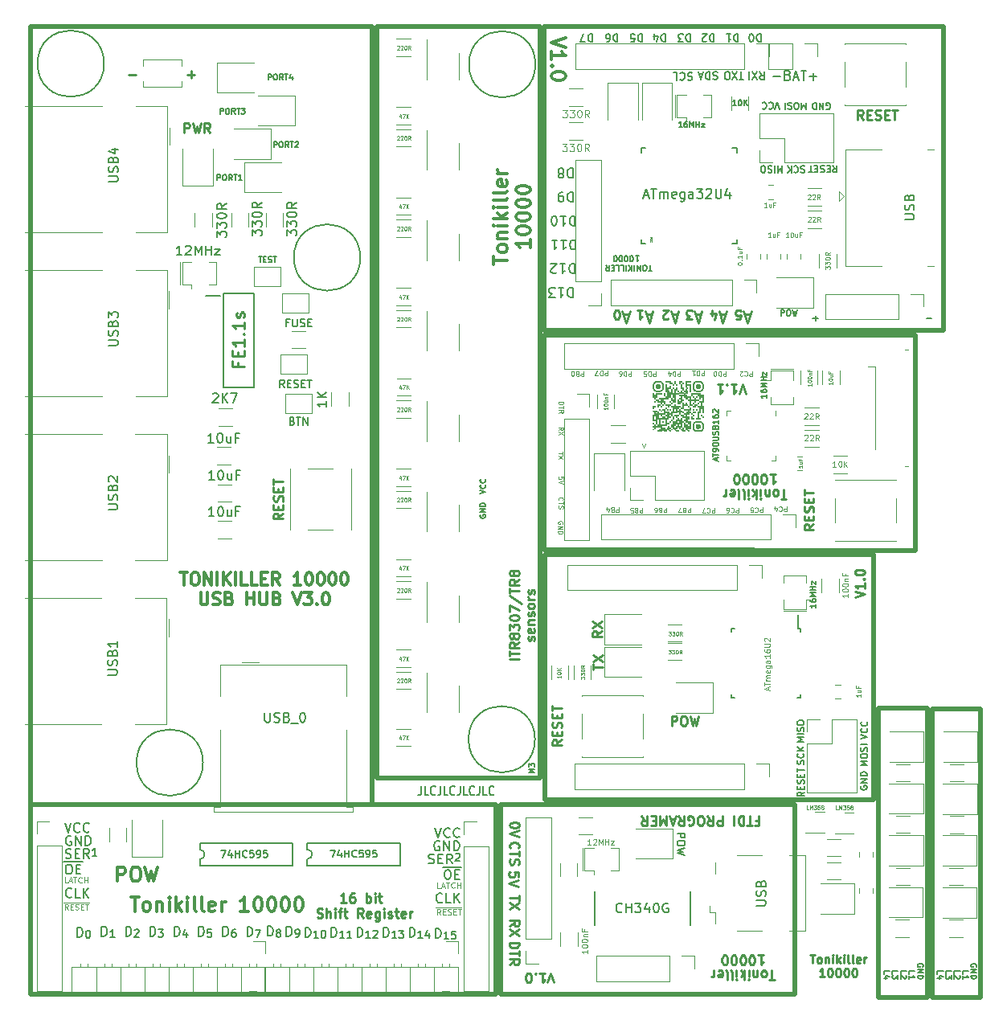
<source format=gbr>
%TF.GenerationSoftware,KiCad,Pcbnew,(6.0.5)*%
%TF.CreationDate,2023-06-16T09:38:04+03:00*%
%TF.ProjectId,JLC1,4a4c4331-2e6b-4696-9361-645f70636258,rev?*%
%TF.SameCoordinates,Original*%
%TF.FileFunction,Legend,Top*%
%TF.FilePolarity,Positive*%
%FSLAX46Y46*%
G04 Gerber Fmt 4.6, Leading zero omitted, Abs format (unit mm)*
G04 Created by KiCad (PCBNEW (6.0.5)) date 2023-06-16 09:38:04*
%MOMM*%
%LPD*%
G01*
G04 APERTURE LIST*
%ADD10C,0.500000*%
%ADD11C,0.200000*%
%ADD12C,0.150000*%
%ADD13C,0.250000*%
%ADD14C,0.125000*%
%ADD15C,0.240000*%
%ADD16C,0.300000*%
%ADD17C,0.375000*%
%ADD18C,0.050000*%
%ADD19C,0.225000*%
%ADD20C,0.100000*%
%ADD21C,0.254000*%
%ADD22C,0.120000*%
%ADD23C,0.152400*%
%ADD24C,0.203200*%
%ADD25C,0.127000*%
G04 APERTURE END LIST*
D10*
X145850000Y-133800000D02*
X151000000Y-133800000D01*
X151000000Y-133800000D02*
X151000000Y-103400000D01*
X151000000Y-103400000D02*
X145850000Y-103400000D01*
X145850000Y-103400000D02*
X145850000Y-133800000D01*
X116175000Y-86687500D02*
X110675000Y-86687500D01*
X110675000Y-84187500D02*
X110675000Y-64037500D01*
D11*
X74700000Y-109092500D02*
G75*
G03*
X74700000Y-109092500I-3500000J0D01*
G01*
D10*
X56525000Y-113537500D02*
X105525000Y-113537500D01*
X105525000Y-113537500D02*
X105525000Y-133537500D01*
X105525000Y-133537500D02*
X56525000Y-133537500D01*
X56525000Y-133537500D02*
X56525000Y-113537500D01*
X143075000Y-64037500D02*
X113125000Y-64037500D01*
D11*
X109725000Y-35537500D02*
G75*
G03*
X109725000Y-35537500I-3500000J0D01*
G01*
D10*
X149775000Y-64037500D02*
X143075000Y-64037500D01*
X93025000Y-31537500D02*
X110225000Y-31537500D01*
X110225000Y-31537500D02*
X110225000Y-110737500D01*
X110225000Y-110737500D02*
X93025000Y-110737500D01*
X93025000Y-110737500D02*
X93025000Y-31537500D01*
X56525000Y-31537500D02*
X92525000Y-31537500D01*
X92525000Y-31537500D02*
X92525000Y-113537500D01*
X92525000Y-113537500D02*
X56525000Y-113537500D01*
X56525000Y-113537500D02*
X56525000Y-31537500D01*
X149775000Y-86737500D02*
X116175000Y-86687500D01*
X110675000Y-63537500D02*
X152675000Y-63537500D01*
X152675000Y-63537500D02*
X152675000Y-31537500D01*
X152675000Y-31537500D02*
X110675000Y-31537500D01*
X110675000Y-31537500D02*
X110675000Y-63537500D01*
X149775000Y-64037500D02*
X149775000Y-86737500D01*
X151500000Y-133812500D02*
X156650000Y-133812500D01*
X156650000Y-133812500D02*
X156650000Y-103412500D01*
X156650000Y-103412500D02*
X151500000Y-103412500D01*
X151500000Y-103412500D02*
X151500000Y-133812500D01*
X110675000Y-64037500D02*
X113125000Y-64037500D01*
X106032500Y-133520000D02*
X137032500Y-133520000D01*
X137032500Y-133520000D02*
X137032500Y-113520000D01*
X137032500Y-113520000D02*
X106032500Y-113520000D01*
X106032500Y-113520000D02*
X106032500Y-133520000D01*
D11*
X109675000Y-106637500D02*
G75*
G03*
X109675000Y-106637500I-3500000J0D01*
G01*
X64275000Y-35467500D02*
G75*
G03*
X64275000Y-35467500I-3500000J0D01*
G01*
X91275000Y-55892500D02*
G75*
G03*
X91275000Y-55892500I-3500000J0D01*
G01*
D10*
X110675000Y-86687500D02*
X110675000Y-84187500D01*
X110690000Y-87172500D02*
X145340000Y-87172500D01*
X145340000Y-87172500D02*
X145340000Y-113022500D01*
X145340000Y-113022500D02*
X110690000Y-113022500D01*
X110690000Y-113022500D02*
X110690000Y-87172500D01*
D12*
X149091071Y-131348214D02*
X149091071Y-131062499D01*
X149691071Y-131062499D01*
X149091071Y-131862499D02*
X149091071Y-131519642D01*
X149091071Y-131691071D02*
X149691071Y-131691071D01*
X149605357Y-131633928D01*
X149548214Y-131576785D01*
X149519642Y-131519642D01*
X140385783Y-40258550D02*
X140452450Y-40291883D01*
X140552450Y-40291883D01*
X140652450Y-40258550D01*
X140719116Y-40191883D01*
X140752450Y-40125216D01*
X140785783Y-39991883D01*
X140785783Y-39891883D01*
X140752450Y-39758550D01*
X140719116Y-39691883D01*
X140652450Y-39625216D01*
X140552450Y-39591883D01*
X140485783Y-39591883D01*
X140385783Y-39625216D01*
X140352450Y-39658550D01*
X140352450Y-39891883D01*
X140485783Y-39891883D01*
X140052450Y-39591883D02*
X140052450Y-40291883D01*
X139652450Y-39591883D01*
X139652450Y-40291883D01*
X139319116Y-39591883D02*
X139319116Y-40291883D01*
X139152450Y-40291883D01*
X139052450Y-40258550D01*
X138985783Y-40191883D01*
X138952450Y-40125216D01*
X138919116Y-39991883D01*
X138919116Y-39891883D01*
X138952450Y-39758550D01*
X138985783Y-39691883D01*
X139052450Y-39625216D01*
X139152450Y-39591883D01*
X139319116Y-39591883D01*
D11*
X61457142Y-127464880D02*
X61457142Y-126464880D01*
X61695238Y-126464880D01*
X61838095Y-126512500D01*
X61933333Y-126607738D01*
X61980952Y-126702976D01*
X62028571Y-126893452D01*
X62028571Y-127036309D01*
X61980952Y-127226785D01*
X61933333Y-127322023D01*
X61838095Y-127417261D01*
X61695238Y-127464880D01*
X61457142Y-127464880D01*
X62561904Y-126774404D02*
X62638095Y-126774404D01*
X62714285Y-126812500D01*
X62752380Y-126850595D01*
X62790476Y-126926785D01*
X62828571Y-127079166D01*
X62828571Y-127269642D01*
X62790476Y-127422023D01*
X62752380Y-127498214D01*
X62714285Y-127536309D01*
X62638095Y-127574404D01*
X62561904Y-127574404D01*
X62485714Y-127536309D01*
X62447619Y-127498214D01*
X62409523Y-127422023D01*
X62371428Y-127269642D01*
X62371428Y-127079166D01*
X62409523Y-126926785D01*
X62447619Y-126850595D01*
X62485714Y-126812500D01*
X62561904Y-126774404D01*
D12*
X121948878Y-57270121D02*
X121606021Y-57270121D01*
X121777450Y-56670121D02*
X121777450Y-57270121D01*
X121291735Y-57270121D02*
X121177450Y-57270121D01*
X121120307Y-57241550D01*
X121063164Y-57184407D01*
X121034592Y-57070121D01*
X121034592Y-56870121D01*
X121063164Y-56755835D01*
X121120307Y-56698692D01*
X121177450Y-56670121D01*
X121291735Y-56670121D01*
X121348878Y-56698692D01*
X121406021Y-56755835D01*
X121434592Y-56870121D01*
X121434592Y-57070121D01*
X121406021Y-57184407D01*
X121348878Y-57241550D01*
X121291735Y-57270121D01*
X120777450Y-56670121D02*
X120777450Y-57270121D01*
X120434592Y-56670121D01*
X120434592Y-57270121D01*
X120148878Y-56670121D02*
X120148878Y-57270121D01*
X119863164Y-56670121D02*
X119863164Y-57270121D01*
X119520307Y-56670121D02*
X119777450Y-57012978D01*
X119520307Y-57270121D02*
X119863164Y-56927264D01*
X119263164Y-56670121D02*
X119263164Y-57270121D01*
X118691735Y-56670121D02*
X118977450Y-56670121D01*
X118977450Y-57270121D01*
X118206021Y-56670121D02*
X118491735Y-56670121D01*
X118491735Y-57270121D01*
X118006021Y-56984407D02*
X117806021Y-56984407D01*
X117720307Y-56670121D02*
X118006021Y-56670121D01*
X118006021Y-57270121D01*
X117720307Y-57270121D01*
X117120307Y-56670121D02*
X117320307Y-56955835D01*
X117463164Y-56670121D02*
X117463164Y-57270121D01*
X117234592Y-57270121D01*
X117177450Y-57241550D01*
X117148878Y-57212978D01*
X117120307Y-57155835D01*
X117120307Y-57070121D01*
X117148878Y-57012978D01*
X117177450Y-56984407D01*
X117234592Y-56955835D01*
X117463164Y-56955835D01*
X120248878Y-55704121D02*
X120591735Y-55704121D01*
X120420307Y-55704121D02*
X120420307Y-56304121D01*
X120477450Y-56218407D01*
X120534592Y-56161264D01*
X120591735Y-56132692D01*
X119877450Y-56304121D02*
X119820307Y-56304121D01*
X119763164Y-56275550D01*
X119734592Y-56246978D01*
X119706021Y-56189835D01*
X119677450Y-56075550D01*
X119677450Y-55932692D01*
X119706021Y-55818407D01*
X119734592Y-55761264D01*
X119763164Y-55732692D01*
X119820307Y-55704121D01*
X119877450Y-55704121D01*
X119934592Y-55732692D01*
X119963164Y-55761264D01*
X119991735Y-55818407D01*
X120020307Y-55932692D01*
X120020307Y-56075550D01*
X119991735Y-56189835D01*
X119963164Y-56246978D01*
X119934592Y-56275550D01*
X119877450Y-56304121D01*
X119306021Y-56304121D02*
X119248878Y-56304121D01*
X119191735Y-56275550D01*
X119163164Y-56246978D01*
X119134592Y-56189835D01*
X119106021Y-56075550D01*
X119106021Y-55932692D01*
X119134592Y-55818407D01*
X119163164Y-55761264D01*
X119191735Y-55732692D01*
X119248878Y-55704121D01*
X119306021Y-55704121D01*
X119363164Y-55732692D01*
X119391735Y-55761264D01*
X119420307Y-55818407D01*
X119448878Y-55932692D01*
X119448878Y-56075550D01*
X119420307Y-56189835D01*
X119391735Y-56246978D01*
X119363164Y-56275550D01*
X119306021Y-56304121D01*
X118734592Y-56304121D02*
X118677450Y-56304121D01*
X118620307Y-56275550D01*
X118591735Y-56246978D01*
X118563164Y-56189835D01*
X118534592Y-56075550D01*
X118534592Y-55932692D01*
X118563164Y-55818407D01*
X118591735Y-55761264D01*
X118620307Y-55732692D01*
X118677450Y-55704121D01*
X118734592Y-55704121D01*
X118791735Y-55732692D01*
X118820307Y-55761264D01*
X118848878Y-55818407D01*
X118877450Y-55932692D01*
X118877450Y-56075550D01*
X118848878Y-56189835D01*
X118820307Y-56246978D01*
X118791735Y-56275550D01*
X118734592Y-56304121D01*
X118163164Y-56304121D02*
X118106021Y-56304121D01*
X118048878Y-56275550D01*
X118020307Y-56246978D01*
X117991735Y-56189835D01*
X117963164Y-56075550D01*
X117963164Y-55932692D01*
X117991735Y-55818407D01*
X118020307Y-55761264D01*
X118048878Y-55732692D01*
X118106021Y-55704121D01*
X118163164Y-55704121D01*
X118220307Y-55732692D01*
X118248878Y-55761264D01*
X118277450Y-55818407D01*
X118306021Y-55932692D01*
X118306021Y-56075550D01*
X118277450Y-56189835D01*
X118248878Y-56246978D01*
X118220307Y-56275550D01*
X118163164Y-56304121D01*
D13*
X124067857Y-105189880D02*
X124067857Y-104189880D01*
X124448809Y-104189880D01*
X124544047Y-104237500D01*
X124591666Y-104285119D01*
X124639285Y-104380357D01*
X124639285Y-104523214D01*
X124591666Y-104618452D01*
X124544047Y-104666071D01*
X124448809Y-104713690D01*
X124067857Y-104713690D01*
X125258333Y-104189880D02*
X125448809Y-104189880D01*
X125544047Y-104237500D01*
X125639285Y-104332738D01*
X125686904Y-104523214D01*
X125686904Y-104856547D01*
X125639285Y-105047023D01*
X125544047Y-105142261D01*
X125448809Y-105189880D01*
X125258333Y-105189880D01*
X125163095Y-105142261D01*
X125067857Y-105047023D01*
X125020238Y-104856547D01*
X125020238Y-104523214D01*
X125067857Y-104332738D01*
X125163095Y-104237500D01*
X125258333Y-104189880D01*
X126020238Y-104189880D02*
X126258333Y-105189880D01*
X126448809Y-104475595D01*
X126639285Y-105189880D01*
X126877380Y-104189880D01*
D12*
X135727450Y-46241883D02*
X135727450Y-46941883D01*
X135494116Y-46441883D01*
X135260783Y-46941883D01*
X135260783Y-46241883D01*
X134927450Y-46241883D02*
X134927450Y-46941883D01*
X134627450Y-46275216D02*
X134527450Y-46241883D01*
X134360783Y-46241883D01*
X134294116Y-46275216D01*
X134260783Y-46308550D01*
X134227450Y-46375216D01*
X134227450Y-46441883D01*
X134260783Y-46508550D01*
X134294116Y-46541883D01*
X134360783Y-46575216D01*
X134494116Y-46608550D01*
X134560783Y-46641883D01*
X134594116Y-46675216D01*
X134627450Y-46741883D01*
X134627450Y-46808550D01*
X134594116Y-46875216D01*
X134560783Y-46908550D01*
X134494116Y-46941883D01*
X134327450Y-46941883D01*
X134227450Y-46908550D01*
X133794116Y-46941883D02*
X133660783Y-46941883D01*
X133594116Y-46908550D01*
X133527450Y-46841883D01*
X133494116Y-46708550D01*
X133494116Y-46475216D01*
X133527450Y-46341883D01*
X133594116Y-46275216D01*
X133660783Y-46241883D01*
X133794116Y-46241883D01*
X133860783Y-46275216D01*
X133927450Y-46341883D01*
X133960783Y-46475216D01*
X133960783Y-46708550D01*
X133927450Y-46841883D01*
X133860783Y-46908550D01*
X133794116Y-46941883D01*
D13*
X107092857Y-118114880D02*
X107045238Y-118067261D01*
X106997619Y-117924404D01*
X106997619Y-117829166D01*
X107045238Y-117686309D01*
X107140476Y-117591071D01*
X107235714Y-117543452D01*
X107426190Y-117495833D01*
X107569047Y-117495833D01*
X107759523Y-117543452D01*
X107854761Y-117591071D01*
X107950000Y-117686309D01*
X107997619Y-117829166D01*
X107997619Y-117924404D01*
X107950000Y-118067261D01*
X107902380Y-118114880D01*
X107997619Y-118400595D02*
X107997619Y-118972023D01*
X106997619Y-118686309D02*
X107997619Y-118686309D01*
X107045238Y-119257738D02*
X106997619Y-119400595D01*
X106997619Y-119638690D01*
X107045238Y-119733928D01*
X107092857Y-119781547D01*
X107188095Y-119829166D01*
X107283333Y-119829166D01*
X107378571Y-119781547D01*
X107426190Y-119733928D01*
X107473809Y-119638690D01*
X107521428Y-119448214D01*
X107569047Y-119352976D01*
X107616666Y-119305357D01*
X107711904Y-119257738D01*
X107807142Y-119257738D01*
X107902380Y-119305357D01*
X107950000Y-119352976D01*
X107997619Y-119448214D01*
X107997619Y-119686309D01*
X107950000Y-119829166D01*
D12*
X146428571Y-131348214D02*
X146428571Y-131062499D01*
X147028571Y-131062499D01*
X146828571Y-131805356D02*
X146428571Y-131805356D01*
X147057142Y-131662499D02*
X146628571Y-131519642D01*
X146628571Y-131891071D01*
D14*
X127494047Y-67836309D02*
X127494047Y-68336309D01*
X127303571Y-68336309D01*
X127255952Y-68312500D01*
X127232142Y-68288690D01*
X127208333Y-68241071D01*
X127208333Y-68169642D01*
X127232142Y-68122023D01*
X127255952Y-68098214D01*
X127303571Y-68074404D01*
X127494047Y-68074404D01*
X126994047Y-67836309D02*
X126994047Y-68336309D01*
X126875000Y-68336309D01*
X126803571Y-68312500D01*
X126755952Y-68264880D01*
X126732142Y-68217261D01*
X126708333Y-68122023D01*
X126708333Y-68050595D01*
X126732142Y-67955357D01*
X126755952Y-67907738D01*
X126803571Y-67860119D01*
X126875000Y-67836309D01*
X126994047Y-67836309D01*
X126232142Y-67836309D02*
X126517857Y-67836309D01*
X126375000Y-67836309D02*
X126375000Y-68336309D01*
X126422619Y-68264880D01*
X126470238Y-68217261D01*
X126517857Y-68193452D01*
D11*
X60141666Y-115439880D02*
X60475000Y-116439880D01*
X60808333Y-115439880D01*
X61713095Y-116344642D02*
X61665476Y-116392261D01*
X61522619Y-116439880D01*
X61427380Y-116439880D01*
X61284523Y-116392261D01*
X61189285Y-116297023D01*
X61141666Y-116201785D01*
X61094047Y-116011309D01*
X61094047Y-115868452D01*
X61141666Y-115677976D01*
X61189285Y-115582738D01*
X61284523Y-115487500D01*
X61427380Y-115439880D01*
X61522619Y-115439880D01*
X61665476Y-115487500D01*
X61713095Y-115535119D01*
X62713095Y-116344642D02*
X62665476Y-116392261D01*
X62522619Y-116439880D01*
X62427380Y-116439880D01*
X62284523Y-116392261D01*
X62189285Y-116297023D01*
X62141666Y-116201785D01*
X62094047Y-116011309D01*
X62094047Y-115868452D01*
X62141666Y-115677976D01*
X62189285Y-115582738D01*
X62284523Y-115487500D01*
X62427380Y-115439880D01*
X62522619Y-115439880D01*
X62665476Y-115487500D01*
X62713095Y-115535119D01*
X131647021Y-37142145D02*
X131189878Y-37142145D01*
X131418450Y-36342145D02*
X131418450Y-37142145D01*
X130999402Y-37142145D02*
X130466069Y-36342145D01*
X130466069Y-37142145D02*
X130999402Y-36342145D01*
X130008926Y-37142145D02*
X129856545Y-37142145D01*
X129780354Y-37104050D01*
X129704164Y-37027859D01*
X129666069Y-36875478D01*
X129666069Y-36608811D01*
X129704164Y-36456430D01*
X129780354Y-36380240D01*
X129856545Y-36342145D01*
X130008926Y-36342145D01*
X130085116Y-36380240D01*
X130161307Y-36456430D01*
X130199402Y-36608811D01*
X130199402Y-36875478D01*
X130161307Y-37027859D01*
X130085116Y-37104050D01*
X130008926Y-37142145D01*
X113932735Y-54041669D02*
X113932735Y-55041669D01*
X113694640Y-55041669D01*
X113551783Y-54994050D01*
X113456545Y-54898811D01*
X113408926Y-54803573D01*
X113361307Y-54613097D01*
X113361307Y-54470240D01*
X113408926Y-54279764D01*
X113456545Y-54184526D01*
X113551783Y-54089288D01*
X113694640Y-54041669D01*
X113932735Y-54041669D01*
X112408926Y-54041669D02*
X112980354Y-54041669D01*
X112694640Y-54041669D02*
X112694640Y-55041669D01*
X112789878Y-54898811D01*
X112885116Y-54803573D01*
X112980354Y-54755954D01*
X111456545Y-54041669D02*
X112027973Y-54041669D01*
X111742259Y-54041669D02*
X111742259Y-55041669D01*
X111837497Y-54898811D01*
X111932735Y-54803573D01*
X112027973Y-54755954D01*
D14*
X124969047Y-67861309D02*
X124969047Y-68361309D01*
X124778571Y-68361309D01*
X124730952Y-68337500D01*
X124707142Y-68313690D01*
X124683333Y-68266071D01*
X124683333Y-68194642D01*
X124707142Y-68147023D01*
X124730952Y-68123214D01*
X124778571Y-68099404D01*
X124969047Y-68099404D01*
X124469047Y-67861309D02*
X124469047Y-68361309D01*
X124350000Y-68361309D01*
X124278571Y-68337500D01*
X124230952Y-68289880D01*
X124207142Y-68242261D01*
X124183333Y-68147023D01*
X124183333Y-68075595D01*
X124207142Y-67980357D01*
X124230952Y-67932738D01*
X124278571Y-67885119D01*
X124350000Y-67861309D01*
X124469047Y-67861309D01*
X123754761Y-68194642D02*
X123754761Y-67861309D01*
X123873809Y-68385119D02*
X123992857Y-68027976D01*
X123683333Y-68027976D01*
D11*
X133458926Y-32342145D02*
X133458926Y-33142145D01*
X133268450Y-33142145D01*
X133154164Y-33104050D01*
X133077973Y-33027859D01*
X133039878Y-32951669D01*
X133001783Y-32799288D01*
X133001783Y-32685002D01*
X133039878Y-32532621D01*
X133077973Y-32456430D01*
X133154164Y-32380240D01*
X133268450Y-32342145D01*
X133458926Y-32342145D01*
X132506545Y-33142145D02*
X132430354Y-33142145D01*
X132354164Y-33104050D01*
X132316069Y-33065954D01*
X132277973Y-32989764D01*
X132239878Y-32837383D01*
X132239878Y-32646907D01*
X132277973Y-32494526D01*
X132316069Y-32418335D01*
X132354164Y-32380240D01*
X132430354Y-32342145D01*
X132506545Y-32342145D01*
X132582735Y-32380240D01*
X132620830Y-32418335D01*
X132658926Y-32494526D01*
X132697021Y-32646907D01*
X132697021Y-32837383D01*
X132658926Y-32989764D01*
X132620830Y-33065954D01*
X132582735Y-33104050D01*
X132506545Y-33142145D01*
D12*
X147316071Y-131348214D02*
X147316071Y-131062499D01*
X147916071Y-131062499D01*
X147916071Y-131491071D02*
X147916071Y-131862499D01*
X147687500Y-131662499D01*
X147687500Y-131748214D01*
X147658928Y-131805356D01*
X147630357Y-131833928D01*
X147573214Y-131862499D01*
X147430357Y-131862499D01*
X147373214Y-131833928D01*
X147344642Y-131805356D01*
X147316071Y-131748214D01*
X147316071Y-131576785D01*
X147344642Y-131519642D01*
X147373214Y-131491071D01*
D15*
X124682707Y-61908550D02*
X124111278Y-61908550D01*
X124796992Y-61565692D02*
X124396992Y-62765692D01*
X123996992Y-61565692D01*
X123699850Y-62302835D02*
X123654135Y-62348550D01*
X123562707Y-62394264D01*
X123334135Y-62394264D01*
X123242707Y-62348550D01*
X123196992Y-62302835D01*
X123151278Y-62211407D01*
X123151278Y-62119978D01*
X123196992Y-61982835D01*
X123745564Y-61434264D01*
X123151278Y-61434264D01*
D14*
X112648809Y-79217261D02*
X112648809Y-78979166D01*
X112410714Y-78955357D01*
X112434523Y-78979166D01*
X112458333Y-79026785D01*
X112458333Y-79145833D01*
X112434523Y-79193452D01*
X112410714Y-79217261D01*
X112363095Y-79241071D01*
X112244047Y-79241071D01*
X112196428Y-79217261D01*
X112172619Y-79193452D01*
X112148809Y-79145833D01*
X112148809Y-79026785D01*
X112172619Y-78979166D01*
X112196428Y-78955357D01*
X112648809Y-79383928D02*
X112148809Y-79550595D01*
X112648809Y-79717261D01*
D12*
X144006666Y-106605833D02*
X144706666Y-106372500D01*
X144006666Y-106139166D01*
X144640000Y-105505833D02*
X144673333Y-105539166D01*
X144706666Y-105639166D01*
X144706666Y-105705833D01*
X144673333Y-105805833D01*
X144606666Y-105872500D01*
X144540000Y-105905833D01*
X144406666Y-105939166D01*
X144306666Y-105939166D01*
X144173333Y-105905833D01*
X144106666Y-105872500D01*
X144040000Y-105805833D01*
X144006666Y-105705833D01*
X144006666Y-105639166D01*
X144040000Y-105539166D01*
X144073333Y-105505833D01*
X144640000Y-104805833D02*
X144673333Y-104839166D01*
X144706666Y-104939166D01*
X144706666Y-105005833D01*
X144673333Y-105105833D01*
X144606666Y-105172500D01*
X144540000Y-105205833D01*
X144406666Y-105239166D01*
X144306666Y-105239166D01*
X144173333Y-105205833D01*
X144106666Y-105172500D01*
X144040000Y-105105833D01*
X144006666Y-105005833D01*
X144006666Y-104939166D01*
X144040000Y-104839166D01*
X144073333Y-104805833D01*
D13*
X108013630Y-98229166D02*
X107013630Y-98229166D01*
X107013630Y-97895833D02*
X107013630Y-97324404D01*
X108013630Y-97610119D02*
X107013630Y-97610119D01*
X108013630Y-96419642D02*
X107537440Y-96752976D01*
X108013630Y-96991071D02*
X107013630Y-96991071D01*
X107013630Y-96610119D01*
X107061250Y-96514880D01*
X107108869Y-96467261D01*
X107204107Y-96419642D01*
X107346964Y-96419642D01*
X107442202Y-96467261D01*
X107489821Y-96514880D01*
X107537440Y-96610119D01*
X107537440Y-96991071D01*
X107442202Y-95848214D02*
X107394583Y-95943452D01*
X107346964Y-95991071D01*
X107251726Y-96038690D01*
X107204107Y-96038690D01*
X107108869Y-95991071D01*
X107061250Y-95943452D01*
X107013630Y-95848214D01*
X107013630Y-95657738D01*
X107061250Y-95562500D01*
X107108869Y-95514880D01*
X107204107Y-95467261D01*
X107251726Y-95467261D01*
X107346964Y-95514880D01*
X107394583Y-95562500D01*
X107442202Y-95657738D01*
X107442202Y-95848214D01*
X107489821Y-95943452D01*
X107537440Y-95991071D01*
X107632678Y-96038690D01*
X107823154Y-96038690D01*
X107918392Y-95991071D01*
X107966011Y-95943452D01*
X108013630Y-95848214D01*
X108013630Y-95657738D01*
X107966011Y-95562500D01*
X107918392Y-95514880D01*
X107823154Y-95467261D01*
X107632678Y-95467261D01*
X107537440Y-95514880D01*
X107489821Y-95562500D01*
X107442202Y-95657738D01*
X107013630Y-95133928D02*
X107013630Y-94514880D01*
X107394583Y-94848214D01*
X107394583Y-94705357D01*
X107442202Y-94610119D01*
X107489821Y-94562500D01*
X107585059Y-94514880D01*
X107823154Y-94514880D01*
X107918392Y-94562500D01*
X107966011Y-94610119D01*
X108013630Y-94705357D01*
X108013630Y-94991071D01*
X107966011Y-95086309D01*
X107918392Y-95133928D01*
X107013630Y-93895833D02*
X107013630Y-93800595D01*
X107061250Y-93705357D01*
X107108869Y-93657738D01*
X107204107Y-93610119D01*
X107394583Y-93562500D01*
X107632678Y-93562500D01*
X107823154Y-93610119D01*
X107918392Y-93657738D01*
X107966011Y-93705357D01*
X108013630Y-93800595D01*
X108013630Y-93895833D01*
X107966011Y-93991071D01*
X107918392Y-94038690D01*
X107823154Y-94086309D01*
X107632678Y-94133928D01*
X107394583Y-94133928D01*
X107204107Y-94086309D01*
X107108869Y-94038690D01*
X107061250Y-93991071D01*
X107013630Y-93895833D01*
X107013630Y-93229166D02*
X107013630Y-92562500D01*
X108013630Y-92991071D01*
X106966011Y-91467261D02*
X108251726Y-92324404D01*
X107013630Y-91276785D02*
X107013630Y-90705357D01*
X108013630Y-90991071D02*
X107013630Y-90991071D01*
X108013630Y-89800595D02*
X107537440Y-90133928D01*
X108013630Y-90372023D02*
X107013630Y-90372023D01*
X107013630Y-89991071D01*
X107061250Y-89895833D01*
X107108869Y-89848214D01*
X107204107Y-89800595D01*
X107346964Y-89800595D01*
X107442202Y-89848214D01*
X107489821Y-89895833D01*
X107537440Y-89991071D01*
X107537440Y-90372023D01*
X107442202Y-89229166D02*
X107394583Y-89324404D01*
X107346964Y-89372023D01*
X107251726Y-89419642D01*
X107204107Y-89419642D01*
X107108869Y-89372023D01*
X107061250Y-89324404D01*
X107013630Y-89229166D01*
X107013630Y-89038690D01*
X107061250Y-88943452D01*
X107108869Y-88895833D01*
X107204107Y-88848214D01*
X107251726Y-88848214D01*
X107346964Y-88895833D01*
X107394583Y-88943452D01*
X107442202Y-89038690D01*
X107442202Y-89229166D01*
X107489821Y-89324404D01*
X107537440Y-89372023D01*
X107632678Y-89419642D01*
X107823154Y-89419642D01*
X107918392Y-89372023D01*
X107966011Y-89324404D01*
X108013630Y-89229166D01*
X108013630Y-89038690D01*
X107966011Y-88943452D01*
X107918392Y-88895833D01*
X107823154Y-88848214D01*
X107632678Y-88848214D01*
X107537440Y-88895833D01*
X107489821Y-88943452D01*
X107442202Y-89038690D01*
X109576011Y-96229166D02*
X109623630Y-96133928D01*
X109623630Y-95943452D01*
X109576011Y-95848214D01*
X109480773Y-95800595D01*
X109433154Y-95800595D01*
X109337916Y-95848214D01*
X109290297Y-95943452D01*
X109290297Y-96086309D01*
X109242678Y-96181547D01*
X109147440Y-96229166D01*
X109099821Y-96229166D01*
X109004583Y-96181547D01*
X108956964Y-96086309D01*
X108956964Y-95943452D01*
X109004583Y-95848214D01*
X109576011Y-94991071D02*
X109623630Y-95086309D01*
X109623630Y-95276785D01*
X109576011Y-95372023D01*
X109480773Y-95419642D01*
X109099821Y-95419642D01*
X109004583Y-95372023D01*
X108956964Y-95276785D01*
X108956964Y-95086309D01*
X109004583Y-94991071D01*
X109099821Y-94943452D01*
X109195059Y-94943452D01*
X109290297Y-95419642D01*
X108956964Y-94514880D02*
X109623630Y-94514880D01*
X109052202Y-94514880D02*
X109004583Y-94467261D01*
X108956964Y-94372023D01*
X108956964Y-94229166D01*
X109004583Y-94133928D01*
X109099821Y-94086309D01*
X109623630Y-94086309D01*
X109576011Y-93657738D02*
X109623630Y-93562500D01*
X109623630Y-93372023D01*
X109576011Y-93276785D01*
X109480773Y-93229166D01*
X109433154Y-93229166D01*
X109337916Y-93276785D01*
X109290297Y-93372023D01*
X109290297Y-93514880D01*
X109242678Y-93610119D01*
X109147440Y-93657738D01*
X109099821Y-93657738D01*
X109004583Y-93610119D01*
X108956964Y-93514880D01*
X108956964Y-93372023D01*
X109004583Y-93276785D01*
X109623630Y-92657738D02*
X109576011Y-92752976D01*
X109528392Y-92800595D01*
X109433154Y-92848214D01*
X109147440Y-92848214D01*
X109052202Y-92800595D01*
X109004583Y-92752976D01*
X108956964Y-92657738D01*
X108956964Y-92514880D01*
X109004583Y-92419642D01*
X109052202Y-92372023D01*
X109147440Y-92324404D01*
X109433154Y-92324404D01*
X109528392Y-92372023D01*
X109576011Y-92419642D01*
X109623630Y-92514880D01*
X109623630Y-92657738D01*
X109623630Y-91895833D02*
X108956964Y-91895833D01*
X109147440Y-91895833D02*
X109052202Y-91848214D01*
X109004583Y-91800595D01*
X108956964Y-91705357D01*
X108956964Y-91610119D01*
X109576011Y-91324404D02*
X109623630Y-91229166D01*
X109623630Y-91038690D01*
X109576011Y-90943452D01*
X109480773Y-90895833D01*
X109433154Y-90895833D01*
X109337916Y-90943452D01*
X109290297Y-91038690D01*
X109290297Y-91181547D01*
X109242678Y-91276785D01*
X109147440Y-91324404D01*
X109099821Y-91324404D01*
X109004583Y-91276785D01*
X108956964Y-91181547D01*
X108956964Y-91038690D01*
X109004583Y-90943452D01*
D11*
X81507142Y-127339880D02*
X81507142Y-126339880D01*
X81745238Y-126339880D01*
X81888095Y-126387500D01*
X81983333Y-126482738D01*
X82030952Y-126577976D01*
X82078571Y-126768452D01*
X82078571Y-126911309D01*
X82030952Y-127101785D01*
X81983333Y-127197023D01*
X81888095Y-127292261D01*
X81745238Y-127339880D01*
X81507142Y-127339880D01*
X82573809Y-126992261D02*
X82497619Y-126954166D01*
X82459523Y-126916071D01*
X82421428Y-126839880D01*
X82421428Y-126801785D01*
X82459523Y-126725595D01*
X82497619Y-126687500D01*
X82573809Y-126649404D01*
X82726190Y-126649404D01*
X82802380Y-126687500D01*
X82840476Y-126725595D01*
X82878571Y-126801785D01*
X82878571Y-126839880D01*
X82840476Y-126916071D01*
X82802380Y-126954166D01*
X82726190Y-126992261D01*
X82573809Y-126992261D01*
X82497619Y-127030357D01*
X82459523Y-127068452D01*
X82421428Y-127144642D01*
X82421428Y-127297023D01*
X82459523Y-127373214D01*
X82497619Y-127411309D01*
X82573809Y-127449404D01*
X82726190Y-127449404D01*
X82802380Y-127411309D01*
X82840476Y-127373214D01*
X82878571Y-127297023D01*
X82878571Y-127144642D01*
X82840476Y-127068452D01*
X82802380Y-127030357D01*
X82726190Y-126992261D01*
X98475000Y-119690927D02*
X98617857Y-119738546D01*
X98855952Y-119738546D01*
X98951190Y-119690927D01*
X98998809Y-119643308D01*
X99046428Y-119548070D01*
X99046428Y-119452832D01*
X98998809Y-119357594D01*
X98951190Y-119309975D01*
X98855952Y-119262356D01*
X98665476Y-119214737D01*
X98570238Y-119167118D01*
X98522619Y-119119499D01*
X98475000Y-119024261D01*
X98475000Y-118929023D01*
X98522619Y-118833785D01*
X98570238Y-118786166D01*
X98665476Y-118738546D01*
X98903571Y-118738546D01*
X99046428Y-118786166D01*
X99475000Y-119214737D02*
X99808333Y-119214737D01*
X99951190Y-119738546D02*
X99475000Y-119738546D01*
X99475000Y-118738546D01*
X99951190Y-118738546D01*
X100951190Y-119738546D02*
X100617857Y-119262356D01*
X100379762Y-119738546D02*
X100379762Y-118738546D01*
X100760714Y-118738546D01*
X100855952Y-118786166D01*
X100903571Y-118833785D01*
X100951190Y-118929023D01*
X100951190Y-119071880D01*
X100903571Y-119167118D01*
X100855952Y-119214737D01*
X100760714Y-119262356D01*
X100379762Y-119262356D01*
X101294048Y-118724261D02*
X101332143Y-118686166D01*
X101408333Y-118648070D01*
X101598809Y-118648070D01*
X101675000Y-118686166D01*
X101713095Y-118724261D01*
X101751190Y-118800451D01*
X101751190Y-118876642D01*
X101713095Y-118990927D01*
X101255952Y-119448070D01*
X101751190Y-119448070D01*
X99141666Y-115989880D02*
X99475000Y-116989880D01*
X99808333Y-115989880D01*
X100713095Y-116894642D02*
X100665476Y-116942261D01*
X100522619Y-116989880D01*
X100427380Y-116989880D01*
X100284523Y-116942261D01*
X100189285Y-116847023D01*
X100141666Y-116751785D01*
X100094047Y-116561309D01*
X100094047Y-116418452D01*
X100141666Y-116227976D01*
X100189285Y-116132738D01*
X100284523Y-116037500D01*
X100427380Y-115989880D01*
X100522619Y-115989880D01*
X100665476Y-116037500D01*
X100713095Y-116085119D01*
X101713095Y-116894642D02*
X101665476Y-116942261D01*
X101522619Y-116989880D01*
X101427380Y-116989880D01*
X101284523Y-116942261D01*
X101189285Y-116847023D01*
X101141666Y-116751785D01*
X101094047Y-116561309D01*
X101094047Y-116418452D01*
X101141666Y-116227976D01*
X101189285Y-116132738D01*
X101284523Y-116037500D01*
X101427380Y-115989880D01*
X101522619Y-115989880D01*
X101665476Y-116037500D01*
X101713095Y-116085119D01*
X131058926Y-32342145D02*
X131058926Y-33142145D01*
X130868450Y-33142145D01*
X130754164Y-33104050D01*
X130677973Y-33027859D01*
X130639878Y-32951669D01*
X130601783Y-32799288D01*
X130601783Y-32685002D01*
X130639878Y-32532621D01*
X130677973Y-32456430D01*
X130754164Y-32380240D01*
X130868450Y-32342145D01*
X131058926Y-32342145D01*
X129839878Y-32342145D02*
X130297021Y-32342145D01*
X130068450Y-32342145D02*
X130068450Y-33142145D01*
X130144640Y-33027859D01*
X130220830Y-32951669D01*
X130297021Y-32913573D01*
D12*
X138077450Y-46275216D02*
X137977450Y-46241883D01*
X137810783Y-46241883D01*
X137744116Y-46275216D01*
X137710783Y-46308550D01*
X137677450Y-46375216D01*
X137677450Y-46441883D01*
X137710783Y-46508550D01*
X137744116Y-46541883D01*
X137810783Y-46575216D01*
X137944116Y-46608550D01*
X138010783Y-46641883D01*
X138044116Y-46675216D01*
X138077450Y-46741883D01*
X138077450Y-46808550D01*
X138044116Y-46875216D01*
X138010783Y-46908550D01*
X137944116Y-46941883D01*
X137777450Y-46941883D01*
X137677450Y-46908550D01*
X136977450Y-46308550D02*
X137010783Y-46275216D01*
X137110783Y-46241883D01*
X137177450Y-46241883D01*
X137277450Y-46275216D01*
X137344116Y-46341883D01*
X137377450Y-46408550D01*
X137410783Y-46541883D01*
X137410783Y-46641883D01*
X137377450Y-46775216D01*
X137344116Y-46841883D01*
X137277450Y-46908550D01*
X137177450Y-46941883D01*
X137110783Y-46941883D01*
X137010783Y-46908550D01*
X136977450Y-46875216D01*
X136677450Y-46241883D02*
X136677450Y-46941883D01*
X136277450Y-46241883D02*
X136577450Y-46641883D01*
X136277450Y-46941883D02*
X136677450Y-46541883D01*
D13*
X131848809Y-70235119D02*
X131515476Y-69235119D01*
X131182142Y-70235119D01*
X130325000Y-69235119D02*
X130896428Y-69235119D01*
X130610714Y-69235119D02*
X130610714Y-70235119D01*
X130705952Y-70092261D01*
X130801190Y-69997023D01*
X130896428Y-69949404D01*
X129896428Y-69330357D02*
X129848809Y-69282738D01*
X129896428Y-69235119D01*
X129944047Y-69282738D01*
X129896428Y-69330357D01*
X129896428Y-69235119D01*
X128896428Y-69235119D02*
X129467857Y-69235119D01*
X129182142Y-69235119D02*
X129182142Y-70235119D01*
X129277380Y-70092261D01*
X129372619Y-69997023D01*
X129467857Y-69949404D01*
D11*
X99951190Y-120107500D02*
X100998809Y-120107500D01*
X100379761Y-120389880D02*
X100570238Y-120389880D01*
X100665476Y-120437500D01*
X100760714Y-120532738D01*
X100808333Y-120723214D01*
X100808333Y-121056547D01*
X100760714Y-121247023D01*
X100665476Y-121342261D01*
X100570238Y-121389880D01*
X100379761Y-121389880D01*
X100284523Y-121342261D01*
X100189285Y-121247023D01*
X100141666Y-121056547D01*
X100141666Y-120723214D01*
X100189285Y-120532738D01*
X100284523Y-120437500D01*
X100379761Y-120389880D01*
X100998809Y-120107500D02*
X101903571Y-120107500D01*
X101236904Y-120866071D02*
X101570238Y-120866071D01*
X101713095Y-121389880D02*
X101236904Y-121389880D01*
X101236904Y-120389880D01*
X101713095Y-120389880D01*
X113656545Y-46496669D02*
X113656545Y-47496669D01*
X113418450Y-47496669D01*
X113275592Y-47449050D01*
X113180354Y-47353811D01*
X113132735Y-47258573D01*
X113085116Y-47068097D01*
X113085116Y-46925240D01*
X113132735Y-46734764D01*
X113180354Y-46639526D01*
X113275592Y-46544288D01*
X113418450Y-46496669D01*
X113656545Y-46496669D01*
X112513688Y-47068097D02*
X112608926Y-47115716D01*
X112656545Y-47163335D01*
X112704164Y-47258573D01*
X112704164Y-47306192D01*
X112656545Y-47401430D01*
X112608926Y-47449050D01*
X112513688Y-47496669D01*
X112323211Y-47496669D01*
X112227973Y-47449050D01*
X112180354Y-47401430D01*
X112132735Y-47306192D01*
X112132735Y-47258573D01*
X112180354Y-47163335D01*
X112227973Y-47115716D01*
X112323211Y-47068097D01*
X112513688Y-47068097D01*
X112608926Y-47020478D01*
X112656545Y-46972859D01*
X112704164Y-46877621D01*
X112704164Y-46687145D01*
X112656545Y-46591907D01*
X112608926Y-46544288D01*
X112513688Y-46496669D01*
X112323211Y-46496669D01*
X112227973Y-46544288D01*
X112180354Y-46591907D01*
X112132735Y-46687145D01*
X112132735Y-46877621D01*
X112180354Y-46972859D01*
X112227973Y-47020478D01*
X112323211Y-47068097D01*
X113832735Y-56556669D02*
X113832735Y-57556669D01*
X113594640Y-57556669D01*
X113451783Y-57509050D01*
X113356545Y-57413811D01*
X113308926Y-57318573D01*
X113261307Y-57128097D01*
X113261307Y-56985240D01*
X113308926Y-56794764D01*
X113356545Y-56699526D01*
X113451783Y-56604288D01*
X113594640Y-56556669D01*
X113832735Y-56556669D01*
X112308926Y-56556669D02*
X112880354Y-56556669D01*
X112594640Y-56556669D02*
X112594640Y-57556669D01*
X112689878Y-57413811D01*
X112785116Y-57318573D01*
X112880354Y-57270954D01*
X111927973Y-57461430D02*
X111880354Y-57509050D01*
X111785116Y-57556669D01*
X111547021Y-57556669D01*
X111451783Y-57509050D01*
X111404164Y-57461430D01*
X111356545Y-57366192D01*
X111356545Y-57270954D01*
X111404164Y-57128097D01*
X111975592Y-56556669D01*
X111356545Y-56556669D01*
D16*
X65664285Y-121591071D02*
X65664285Y-120091071D01*
X66235714Y-120091071D01*
X66378571Y-120162500D01*
X66450000Y-120233928D01*
X66521428Y-120376785D01*
X66521428Y-120591071D01*
X66450000Y-120733928D01*
X66378571Y-120805357D01*
X66235714Y-120876785D01*
X65664285Y-120876785D01*
X67450000Y-120091071D02*
X67735714Y-120091071D01*
X67878571Y-120162500D01*
X68021428Y-120305357D01*
X68092857Y-120591071D01*
X68092857Y-121091071D01*
X68021428Y-121376785D01*
X67878571Y-121519642D01*
X67735714Y-121591071D01*
X67450000Y-121591071D01*
X67307142Y-121519642D01*
X67164285Y-121376785D01*
X67092857Y-121091071D01*
X67092857Y-120591071D01*
X67164285Y-120305357D01*
X67307142Y-120162500D01*
X67450000Y-120091071D01*
X68592857Y-120091071D02*
X68950000Y-121591071D01*
X69235714Y-120519642D01*
X69521428Y-121591071D01*
X69878571Y-120091071D01*
D17*
X112914878Y-32768335D02*
X111414878Y-33268335D01*
X112914878Y-33768335D01*
X111414878Y-35054050D02*
X111414878Y-34196907D01*
X111414878Y-34625478D02*
X112914878Y-34625478D01*
X112700592Y-34482621D01*
X112557735Y-34339764D01*
X112486307Y-34196907D01*
X111557735Y-35696907D02*
X111486307Y-35768335D01*
X111414878Y-35696907D01*
X111486307Y-35625478D01*
X111557735Y-35696907D01*
X111414878Y-35696907D01*
X112914878Y-36696907D02*
X112914878Y-36839764D01*
X112843450Y-36982621D01*
X112772021Y-37054050D01*
X112629164Y-37125478D01*
X112343450Y-37196907D01*
X111986307Y-37196907D01*
X111700592Y-37125478D01*
X111557735Y-37054050D01*
X111486307Y-36982621D01*
X111414878Y-36839764D01*
X111414878Y-36696907D01*
X111486307Y-36554050D01*
X111557735Y-36482621D01*
X111700592Y-36411192D01*
X111986307Y-36339764D01*
X112343450Y-36339764D01*
X112629164Y-36411192D01*
X112772021Y-36482621D01*
X112843450Y-36554050D01*
X112914878Y-36696907D01*
D11*
X60046428Y-119557500D02*
X61094047Y-119557500D01*
X60474999Y-119839880D02*
X60665476Y-119839880D01*
X60760714Y-119887500D01*
X60855952Y-119982738D01*
X60903571Y-120173214D01*
X60903571Y-120506547D01*
X60855952Y-120697023D01*
X60760714Y-120792261D01*
X60665476Y-120839880D01*
X60474999Y-120839880D01*
X60379761Y-120792261D01*
X60284523Y-120697023D01*
X60236904Y-120506547D01*
X60236904Y-120173214D01*
X60284523Y-119982738D01*
X60379761Y-119887500D01*
X60474999Y-119839880D01*
X61094047Y-119557500D02*
X61998809Y-119557500D01*
X61332142Y-120316071D02*
X61665476Y-120316071D01*
X61808333Y-120839880D02*
X61332142Y-120839880D01*
X61332142Y-119839880D01*
X61808333Y-119839880D01*
D13*
X106972619Y-128044642D02*
X107972619Y-128044642D01*
X107972619Y-128282738D01*
X107925000Y-128425595D01*
X107829761Y-128520833D01*
X107734523Y-128568452D01*
X107544047Y-128616071D01*
X107401190Y-128616071D01*
X107210714Y-128568452D01*
X107115476Y-128520833D01*
X107020238Y-128425595D01*
X106972619Y-128282738D01*
X106972619Y-128044642D01*
X107972619Y-128901785D02*
X107972619Y-129473214D01*
X106972619Y-129187500D02*
X107972619Y-129187500D01*
X106972619Y-130377976D02*
X107448809Y-130044642D01*
X106972619Y-129806547D02*
X107972619Y-129806547D01*
X107972619Y-130187500D01*
X107925000Y-130282738D01*
X107877380Y-130330357D01*
X107782142Y-130377976D01*
X107639285Y-130377976D01*
X107544047Y-130330357D01*
X107496428Y-130282738D01*
X107448809Y-130187500D01*
X107448809Y-129806547D01*
D12*
X153853571Y-131360714D02*
X153853571Y-131074999D01*
X154453571Y-131074999D01*
X154396428Y-131532142D02*
X154425000Y-131560714D01*
X154453571Y-131617856D01*
X154453571Y-131760714D01*
X154425000Y-131817856D01*
X154396428Y-131846428D01*
X154339285Y-131874999D01*
X154282142Y-131874999D01*
X154196428Y-131846428D01*
X153853571Y-131503571D01*
X153853571Y-131874999D01*
D11*
X113882735Y-51526669D02*
X113882735Y-52526669D01*
X113644640Y-52526669D01*
X113501783Y-52479050D01*
X113406545Y-52383811D01*
X113358926Y-52288573D01*
X113311307Y-52098097D01*
X113311307Y-51955240D01*
X113358926Y-51764764D01*
X113406545Y-51669526D01*
X113501783Y-51574288D01*
X113644640Y-51526669D01*
X113882735Y-51526669D01*
X112358926Y-51526669D02*
X112930354Y-51526669D01*
X112644640Y-51526669D02*
X112644640Y-52526669D01*
X112739878Y-52383811D01*
X112835116Y-52288573D01*
X112930354Y-52240954D01*
X111739878Y-52526669D02*
X111644640Y-52526669D01*
X111549402Y-52479050D01*
X111501783Y-52431430D01*
X111454164Y-52336192D01*
X111406545Y-52145716D01*
X111406545Y-51907621D01*
X111454164Y-51717145D01*
X111501783Y-51621907D01*
X111549402Y-51574288D01*
X111644640Y-51526669D01*
X111739878Y-51526669D01*
X111835116Y-51574288D01*
X111882735Y-51621907D01*
X111930354Y-51717145D01*
X111977973Y-51907621D01*
X111977973Y-52145716D01*
X111930354Y-52336192D01*
X111882735Y-52431430D01*
X111835116Y-52479050D01*
X111739878Y-52526669D01*
X123408926Y-32342145D02*
X123408926Y-33142145D01*
X123218450Y-33142145D01*
X123104164Y-33104050D01*
X123027973Y-33027859D01*
X122989878Y-32951669D01*
X122951783Y-32799288D01*
X122951783Y-32685002D01*
X122989878Y-32532621D01*
X123027973Y-32456430D01*
X123104164Y-32380240D01*
X123218450Y-32342145D01*
X123408926Y-32342145D01*
X122266069Y-32875478D02*
X122266069Y-32342145D01*
X122456545Y-33180240D02*
X122647021Y-32608811D01*
X122151783Y-32608811D01*
D14*
X119794047Y-67861309D02*
X119794047Y-68361309D01*
X119603571Y-68361309D01*
X119555952Y-68337500D01*
X119532142Y-68313690D01*
X119508333Y-68266071D01*
X119508333Y-68194642D01*
X119532142Y-68147023D01*
X119555952Y-68123214D01*
X119603571Y-68099404D01*
X119794047Y-68099404D01*
X119294047Y-67861309D02*
X119294047Y-68361309D01*
X119175000Y-68361309D01*
X119103571Y-68337500D01*
X119055952Y-68289880D01*
X119032142Y-68242261D01*
X119008333Y-68147023D01*
X119008333Y-68075595D01*
X119032142Y-67980357D01*
X119055952Y-67932738D01*
X119103571Y-67885119D01*
X119175000Y-67861309D01*
X119294047Y-67861309D01*
X118579761Y-68361309D02*
X118675000Y-68361309D01*
X118722619Y-68337500D01*
X118746428Y-68313690D01*
X118794047Y-68242261D01*
X118817857Y-68147023D01*
X118817857Y-67956547D01*
X118794047Y-67908928D01*
X118770238Y-67885119D01*
X118722619Y-67861309D01*
X118627380Y-67861309D01*
X118579761Y-67885119D01*
X118555952Y-67908928D01*
X118532142Y-67956547D01*
X118532142Y-68075595D01*
X118555952Y-68123214D01*
X118579761Y-68147023D01*
X118627380Y-68170833D01*
X118722619Y-68170833D01*
X118770238Y-68147023D01*
X118794047Y-68123214D01*
X118817857Y-68075595D01*
D11*
X133342259Y-36342145D02*
X133608926Y-36723097D01*
X133799402Y-36342145D02*
X133799402Y-37142145D01*
X133494640Y-37142145D01*
X133418450Y-37104050D01*
X133380354Y-37065954D01*
X133342259Y-36989764D01*
X133342259Y-36875478D01*
X133380354Y-36799288D01*
X133418450Y-36761192D01*
X133494640Y-36723097D01*
X133799402Y-36723097D01*
X133075592Y-37142145D02*
X132542259Y-36342145D01*
X132542259Y-37142145D02*
X133075592Y-36342145D01*
X132237497Y-36342145D02*
X132237497Y-37142145D01*
D18*
X122024373Y-53704483D02*
X121824373Y-53771150D01*
X122024373Y-53837816D01*
X121843421Y-54018769D02*
X121833897Y-54009245D01*
X121824373Y-53980673D01*
X121824373Y-53961626D01*
X121833897Y-53933054D01*
X121852945Y-53914007D01*
X121871992Y-53904483D01*
X121910088Y-53894959D01*
X121938659Y-53894959D01*
X121976754Y-53904483D01*
X121995802Y-53914007D01*
X122014850Y-53933054D01*
X122024373Y-53961626D01*
X122024373Y-53980673D01*
X122014850Y-54009245D01*
X122005326Y-54018769D01*
X121843421Y-54218769D02*
X121833897Y-54209245D01*
X121824373Y-54180673D01*
X121824373Y-54161626D01*
X121833897Y-54133054D01*
X121852945Y-54114007D01*
X121871992Y-54104483D01*
X121910088Y-54094959D01*
X121938659Y-54094959D01*
X121976754Y-54104483D01*
X121995802Y-54114007D01*
X122014850Y-54133054D01*
X122024373Y-54161626D01*
X122024373Y-54180673D01*
X122014850Y-54209245D01*
X122005326Y-54218769D01*
D11*
X76800000Y-127364280D02*
X76800000Y-126364280D01*
X77038096Y-126364280D01*
X77180953Y-126411900D01*
X77276191Y-126507138D01*
X77323810Y-126602376D01*
X77371429Y-126792852D01*
X77371429Y-126935709D01*
X77323810Y-127126185D01*
X77276191Y-127221423D01*
X77180953Y-127316661D01*
X77038096Y-127364280D01*
X76800000Y-127364280D01*
X78095238Y-126673804D02*
X77942858Y-126673804D01*
X77866667Y-126711900D01*
X77828572Y-126749995D01*
X77752381Y-126864280D01*
X77714286Y-127016661D01*
X77714286Y-127321423D01*
X77752381Y-127397614D01*
X77790477Y-127435709D01*
X77866667Y-127473804D01*
X78019048Y-127473804D01*
X78095238Y-127435709D01*
X78133334Y-127397614D01*
X78171429Y-127321423D01*
X78171429Y-127130947D01*
X78133334Y-127054757D01*
X78095238Y-127016661D01*
X78019048Y-126978566D01*
X77866667Y-126978566D01*
X77790477Y-127016661D01*
X77752381Y-127054757D01*
X77714286Y-127130947D01*
D19*
X138625000Y-129320142D02*
X139139285Y-129320142D01*
X138882142Y-130220142D02*
X138882142Y-129320142D01*
X139567857Y-130220142D02*
X139482142Y-130177285D01*
X139439285Y-130134428D01*
X139396428Y-130048714D01*
X139396428Y-129791571D01*
X139439285Y-129705857D01*
X139482142Y-129663000D01*
X139567857Y-129620142D01*
X139696428Y-129620142D01*
X139782142Y-129663000D01*
X139825000Y-129705857D01*
X139867857Y-129791571D01*
X139867857Y-130048714D01*
X139825000Y-130134428D01*
X139782142Y-130177285D01*
X139696428Y-130220142D01*
X139567857Y-130220142D01*
X140253571Y-129620142D02*
X140253571Y-130220142D01*
X140253571Y-129705857D02*
X140296428Y-129663000D01*
X140382142Y-129620142D01*
X140510714Y-129620142D01*
X140596428Y-129663000D01*
X140639285Y-129748714D01*
X140639285Y-130220142D01*
X141067857Y-130220142D02*
X141067857Y-129620142D01*
X141067857Y-129320142D02*
X141025000Y-129363000D01*
X141067857Y-129405857D01*
X141110714Y-129363000D01*
X141067857Y-129320142D01*
X141067857Y-129405857D01*
X141496428Y-130220142D02*
X141496428Y-129320142D01*
X141582142Y-129877285D02*
X141839285Y-130220142D01*
X141839285Y-129620142D02*
X141496428Y-129963000D01*
X142225000Y-130220142D02*
X142225000Y-129620142D01*
X142225000Y-129320142D02*
X142182142Y-129363000D01*
X142225000Y-129405857D01*
X142267857Y-129363000D01*
X142225000Y-129320142D01*
X142225000Y-129405857D01*
X142782142Y-130220142D02*
X142696428Y-130177285D01*
X142653571Y-130091571D01*
X142653571Y-129320142D01*
X143253571Y-130220142D02*
X143167857Y-130177285D01*
X143125000Y-130091571D01*
X143125000Y-129320142D01*
X143939285Y-130177285D02*
X143853571Y-130220142D01*
X143682142Y-130220142D01*
X143596428Y-130177285D01*
X143553571Y-130091571D01*
X143553571Y-129748714D01*
X143596428Y-129663000D01*
X143682142Y-129620142D01*
X143853571Y-129620142D01*
X143939285Y-129663000D01*
X143982142Y-129748714D01*
X143982142Y-129834428D01*
X143553571Y-129920142D01*
X144367857Y-130220142D02*
X144367857Y-129620142D01*
X144367857Y-129791571D02*
X144410714Y-129705857D01*
X144453571Y-129663000D01*
X144539285Y-129620142D01*
X144625000Y-129620142D01*
X140167857Y-131669142D02*
X139653571Y-131669142D01*
X139910714Y-131669142D02*
X139910714Y-130769142D01*
X139825000Y-130897714D01*
X139739285Y-130983428D01*
X139653571Y-131026285D01*
X140725000Y-130769142D02*
X140810714Y-130769142D01*
X140896428Y-130812000D01*
X140939285Y-130854857D01*
X140982142Y-130940571D01*
X141025000Y-131112000D01*
X141025000Y-131326285D01*
X140982142Y-131497714D01*
X140939285Y-131583428D01*
X140896428Y-131626285D01*
X140810714Y-131669142D01*
X140725000Y-131669142D01*
X140639285Y-131626285D01*
X140596428Y-131583428D01*
X140553571Y-131497714D01*
X140510714Y-131326285D01*
X140510714Y-131112000D01*
X140553571Y-130940571D01*
X140596428Y-130854857D01*
X140639285Y-130812000D01*
X140725000Y-130769142D01*
X141582142Y-130769142D02*
X141667857Y-130769142D01*
X141753571Y-130812000D01*
X141796428Y-130854857D01*
X141839285Y-130940571D01*
X141882142Y-131112000D01*
X141882142Y-131326285D01*
X141839285Y-131497714D01*
X141796428Y-131583428D01*
X141753571Y-131626285D01*
X141667857Y-131669142D01*
X141582142Y-131669142D01*
X141496428Y-131626285D01*
X141453571Y-131583428D01*
X141410714Y-131497714D01*
X141367857Y-131326285D01*
X141367857Y-131112000D01*
X141410714Y-130940571D01*
X141453571Y-130854857D01*
X141496428Y-130812000D01*
X141582142Y-130769142D01*
X142439285Y-130769142D02*
X142525000Y-130769142D01*
X142610714Y-130812000D01*
X142653571Y-130854857D01*
X142696428Y-130940571D01*
X142739285Y-131112000D01*
X142739285Y-131326285D01*
X142696428Y-131497714D01*
X142653571Y-131583428D01*
X142610714Y-131626285D01*
X142525000Y-131669142D01*
X142439285Y-131669142D01*
X142353571Y-131626285D01*
X142310714Y-131583428D01*
X142267857Y-131497714D01*
X142225000Y-131326285D01*
X142225000Y-131112000D01*
X142267857Y-130940571D01*
X142310714Y-130854857D01*
X142353571Y-130812000D01*
X142439285Y-130769142D01*
X143296428Y-130769142D02*
X143382142Y-130769142D01*
X143467857Y-130812000D01*
X143510714Y-130854857D01*
X143553571Y-130940571D01*
X143596428Y-131112000D01*
X143596428Y-131326285D01*
X143553571Y-131497714D01*
X143510714Y-131583428D01*
X143467857Y-131626285D01*
X143382142Y-131669142D01*
X143296428Y-131669142D01*
X143210714Y-131626285D01*
X143167857Y-131583428D01*
X143125000Y-131497714D01*
X143082142Y-131326285D01*
X143082142Y-131112000D01*
X143125000Y-130940571D01*
X143167857Y-130854857D01*
X143210714Y-130812000D01*
X143296428Y-130769142D01*
D11*
X74242858Y-127364280D02*
X74242858Y-126364280D01*
X74480954Y-126364280D01*
X74623811Y-126411900D01*
X74719049Y-126507138D01*
X74766668Y-126602376D01*
X74814287Y-126792852D01*
X74814287Y-126935709D01*
X74766668Y-127126185D01*
X74719049Y-127221423D01*
X74623811Y-127316661D01*
X74480954Y-127364280D01*
X74242858Y-127364280D01*
X75576192Y-126673804D02*
X75195239Y-126673804D01*
X75157144Y-127054757D01*
X75195239Y-127016661D01*
X75271430Y-126978566D01*
X75461906Y-126978566D01*
X75538096Y-127016661D01*
X75576192Y-127054757D01*
X75614287Y-127130947D01*
X75614287Y-127321423D01*
X75576192Y-127397614D01*
X75538096Y-127435709D01*
X75461906Y-127473804D01*
X75271430Y-127473804D01*
X75195239Y-127435709D01*
X75157144Y-127397614D01*
X126008926Y-32342145D02*
X126008926Y-33142145D01*
X125818450Y-33142145D01*
X125704164Y-33104050D01*
X125627973Y-33027859D01*
X125589878Y-32951669D01*
X125551783Y-32799288D01*
X125551783Y-32685002D01*
X125589878Y-32532621D01*
X125627973Y-32456430D01*
X125704164Y-32380240D01*
X125818450Y-32342145D01*
X126008926Y-32342145D01*
X125285116Y-33142145D02*
X124789878Y-33142145D01*
X125056545Y-32837383D01*
X124942259Y-32837383D01*
X124866069Y-32799288D01*
X124827973Y-32761192D01*
X124789878Y-32685002D01*
X124789878Y-32494526D01*
X124827973Y-32418335D01*
X124866069Y-32380240D01*
X124942259Y-32342145D01*
X125170830Y-32342145D01*
X125247021Y-32380240D01*
X125285116Y-32418335D01*
D12*
X141044116Y-46216883D02*
X141277450Y-46550216D01*
X141444116Y-46216883D02*
X141444116Y-46916883D01*
X141177450Y-46916883D01*
X141110783Y-46883550D01*
X141077450Y-46850216D01*
X141044116Y-46783550D01*
X141044116Y-46683550D01*
X141077450Y-46616883D01*
X141110783Y-46583550D01*
X141177450Y-46550216D01*
X141444116Y-46550216D01*
X140744116Y-46583550D02*
X140510783Y-46583550D01*
X140410783Y-46216883D02*
X140744116Y-46216883D01*
X140744116Y-46916883D01*
X140410783Y-46916883D01*
X140144116Y-46250216D02*
X140044116Y-46216883D01*
X139877450Y-46216883D01*
X139810783Y-46250216D01*
X139777450Y-46283550D01*
X139744116Y-46350216D01*
X139744116Y-46416883D01*
X139777450Y-46483550D01*
X139810783Y-46516883D01*
X139877450Y-46550216D01*
X140010783Y-46583550D01*
X140077450Y-46616883D01*
X140110783Y-46650216D01*
X140144116Y-46716883D01*
X140144116Y-46783550D01*
X140110783Y-46850216D01*
X140077450Y-46883550D01*
X140010783Y-46916883D01*
X139844116Y-46916883D01*
X139744116Y-46883550D01*
X139444116Y-46583550D02*
X139210783Y-46583550D01*
X139110783Y-46216883D02*
X139444116Y-46216883D01*
X139444116Y-46916883D01*
X139110783Y-46916883D01*
X138910783Y-46916883D02*
X138510783Y-46916883D01*
X138710783Y-46216883D02*
X138710783Y-46916883D01*
D11*
X60236905Y-119140927D02*
X60379762Y-119188546D01*
X60617857Y-119188546D01*
X60713095Y-119140927D01*
X60760714Y-119093308D01*
X60808333Y-118998070D01*
X60808333Y-118902832D01*
X60760714Y-118807594D01*
X60713095Y-118759975D01*
X60617857Y-118712356D01*
X60427381Y-118664737D01*
X60332143Y-118617118D01*
X60284524Y-118569499D01*
X60236905Y-118474261D01*
X60236905Y-118379023D01*
X60284524Y-118283785D01*
X60332143Y-118236166D01*
X60427381Y-118188546D01*
X60665476Y-118188546D01*
X60808333Y-118236166D01*
X61236905Y-118664737D02*
X61570238Y-118664737D01*
X61713095Y-119188546D02*
X61236905Y-119188546D01*
X61236905Y-118188546D01*
X61713095Y-118188546D01*
X62713095Y-119188546D02*
X62379762Y-118712356D01*
X62141667Y-119188546D02*
X62141667Y-118188546D01*
X62522619Y-118188546D01*
X62617857Y-118236166D01*
X62665476Y-118283785D01*
X62713095Y-118379023D01*
X62713095Y-118521880D01*
X62665476Y-118617118D01*
X62617857Y-118664737D01*
X62522619Y-118712356D01*
X62141667Y-118712356D01*
X63513095Y-118898070D02*
X63055953Y-118898070D01*
X63284524Y-118898070D02*
X63284524Y-118098070D01*
X63208333Y-118212356D01*
X63132143Y-118288546D01*
X63055953Y-118326642D01*
X99201190Y-127564880D02*
X99201190Y-126564880D01*
X99439285Y-126564880D01*
X99582142Y-126612500D01*
X99677380Y-126707738D01*
X99725000Y-126802976D01*
X99772619Y-126993452D01*
X99772619Y-127136309D01*
X99725000Y-127326785D01*
X99677380Y-127422023D01*
X99582142Y-127517261D01*
X99439285Y-127564880D01*
X99201190Y-127564880D01*
X100572619Y-127674404D02*
X100115476Y-127674404D01*
X100344047Y-127674404D02*
X100344047Y-126874404D01*
X100267857Y-126988690D01*
X100191666Y-127064880D01*
X100115476Y-127102976D01*
X101296428Y-126874404D02*
X100915476Y-126874404D01*
X100877380Y-127255357D01*
X100915476Y-127217261D01*
X100991666Y-127179166D01*
X101182142Y-127179166D01*
X101258333Y-127217261D01*
X101296428Y-127255357D01*
X101334523Y-127331547D01*
X101334523Y-127522023D01*
X101296428Y-127598214D01*
X101258333Y-127636309D01*
X101182142Y-127674404D01*
X100991666Y-127674404D01*
X100915476Y-127636309D01*
X100877380Y-127598214D01*
D14*
X126054760Y-82236309D02*
X126054760Y-82736309D01*
X125864284Y-82736309D01*
X125816665Y-82712500D01*
X125792855Y-82688690D01*
X125769046Y-82641071D01*
X125769046Y-82569642D01*
X125792855Y-82522023D01*
X125816665Y-82498214D01*
X125864284Y-82474404D01*
X126054760Y-82474404D01*
X125388093Y-82498214D02*
X125316665Y-82474404D01*
X125292855Y-82450595D01*
X125269046Y-82402976D01*
X125269046Y-82331547D01*
X125292855Y-82283928D01*
X125316665Y-82260119D01*
X125364284Y-82236309D01*
X125554760Y-82236309D01*
X125554760Y-82736309D01*
X125388093Y-82736309D01*
X125340474Y-82712500D01*
X125316665Y-82688690D01*
X125292855Y-82641071D01*
X125292855Y-82593452D01*
X125316665Y-82545833D01*
X125340474Y-82522023D01*
X125388093Y-82498214D01*
X125554760Y-82498214D01*
X125102379Y-82736309D02*
X124769046Y-82736309D01*
X124983332Y-82236309D01*
D11*
X90964966Y-127464280D02*
X90964966Y-126464280D01*
X91203061Y-126464280D01*
X91345918Y-126511900D01*
X91441156Y-126607138D01*
X91488776Y-126702376D01*
X91536395Y-126892852D01*
X91536395Y-127035709D01*
X91488776Y-127226185D01*
X91441156Y-127321423D01*
X91345918Y-127416661D01*
X91203061Y-127464280D01*
X90964966Y-127464280D01*
X92336395Y-127573804D02*
X91879252Y-127573804D01*
X92107823Y-127573804D02*
X92107823Y-126773804D01*
X92031633Y-126888090D01*
X91955442Y-126964280D01*
X91879252Y-127002376D01*
X92641156Y-126849995D02*
X92679252Y-126811900D01*
X92755442Y-126773804D01*
X92945918Y-126773804D01*
X93022109Y-126811900D01*
X93060204Y-126849995D01*
X93098299Y-126926185D01*
X93098299Y-127002376D01*
X93060204Y-127116661D01*
X92603061Y-127573804D01*
X93098299Y-127573804D01*
X83490646Y-127364880D02*
X83490646Y-126364880D01*
X83728742Y-126364880D01*
X83871599Y-126412500D01*
X83966837Y-126507738D01*
X84014456Y-126602976D01*
X84062075Y-126793452D01*
X84062075Y-126936309D01*
X84014456Y-127126785D01*
X83966837Y-127222023D01*
X83871599Y-127317261D01*
X83728742Y-127364880D01*
X83490646Y-127364880D01*
X84481123Y-127474404D02*
X84633504Y-127474404D01*
X84709694Y-127436309D01*
X84747789Y-127398214D01*
X84823980Y-127283928D01*
X84862075Y-127131547D01*
X84862075Y-126826785D01*
X84823980Y-126750595D01*
X84785884Y-126712500D01*
X84709694Y-126674404D01*
X84557313Y-126674404D01*
X84481123Y-126712500D01*
X84443027Y-126750595D01*
X84404932Y-126826785D01*
X84404932Y-127017261D01*
X84443027Y-127093452D01*
X84481123Y-127131547D01*
X84557313Y-127169642D01*
X84709694Y-127169642D01*
X84785884Y-127131547D01*
X84823980Y-127093452D01*
X84862075Y-127017261D01*
X97684523Y-111539880D02*
X97684523Y-112254166D01*
X97646428Y-112397023D01*
X97570238Y-112492261D01*
X97455952Y-112539880D01*
X97379761Y-112539880D01*
X98446428Y-112539880D02*
X98065476Y-112539880D01*
X98065476Y-111539880D01*
X99170238Y-112444642D02*
X99132142Y-112492261D01*
X99017857Y-112539880D01*
X98941666Y-112539880D01*
X98827380Y-112492261D01*
X98751190Y-112397023D01*
X98713095Y-112301785D01*
X98675000Y-112111309D01*
X98675000Y-111968452D01*
X98713095Y-111777976D01*
X98751190Y-111682738D01*
X98827380Y-111587500D01*
X98941666Y-111539880D01*
X99017857Y-111539880D01*
X99132142Y-111587500D01*
X99170238Y-111635119D01*
X99741666Y-111539880D02*
X99741666Y-112254166D01*
X99703571Y-112397023D01*
X99627380Y-112492261D01*
X99513095Y-112539880D01*
X99436904Y-112539880D01*
X100503571Y-112539880D02*
X100122619Y-112539880D01*
X100122619Y-111539880D01*
X101227380Y-112444642D02*
X101189285Y-112492261D01*
X101075000Y-112539880D01*
X100998809Y-112539880D01*
X100884523Y-112492261D01*
X100808333Y-112397023D01*
X100770238Y-112301785D01*
X100732142Y-112111309D01*
X100732142Y-111968452D01*
X100770238Y-111777976D01*
X100808333Y-111682738D01*
X100884523Y-111587500D01*
X100998809Y-111539880D01*
X101075000Y-111539880D01*
X101189285Y-111587500D01*
X101227380Y-111635119D01*
X101798809Y-111539880D02*
X101798809Y-112254166D01*
X101760714Y-112397023D01*
X101684523Y-112492261D01*
X101570238Y-112539880D01*
X101494047Y-112539880D01*
X102560714Y-112539880D02*
X102179761Y-112539880D01*
X102179761Y-111539880D01*
X103284523Y-112444642D02*
X103246428Y-112492261D01*
X103132142Y-112539880D01*
X103055952Y-112539880D01*
X102941666Y-112492261D01*
X102865476Y-112397023D01*
X102827380Y-112301785D01*
X102789285Y-112111309D01*
X102789285Y-111968452D01*
X102827380Y-111777976D01*
X102865476Y-111682738D01*
X102941666Y-111587500D01*
X103055952Y-111539880D01*
X103132142Y-111539880D01*
X103246428Y-111587500D01*
X103284523Y-111635119D01*
X103855952Y-111539880D02*
X103855952Y-112254166D01*
X103817857Y-112397023D01*
X103741666Y-112492261D01*
X103627380Y-112539880D01*
X103551190Y-112539880D01*
X104617857Y-112539880D02*
X104236904Y-112539880D01*
X104236904Y-111539880D01*
X105341666Y-112444642D02*
X105303571Y-112492261D01*
X105189285Y-112539880D01*
X105113095Y-112539880D01*
X104998809Y-112492261D01*
X104922619Y-112397023D01*
X104884523Y-112301785D01*
X104846428Y-112111309D01*
X104846428Y-111968452D01*
X104884523Y-111777976D01*
X104922619Y-111682738D01*
X104998809Y-111587500D01*
X105113095Y-111539880D01*
X105189285Y-111539880D01*
X105303571Y-111587500D01*
X105341666Y-111635119D01*
D17*
X67082142Y-123241071D02*
X67939285Y-123241071D01*
X67510714Y-124741071D02*
X67510714Y-123241071D01*
X68653571Y-124741071D02*
X68510714Y-124669642D01*
X68439285Y-124598214D01*
X68367857Y-124455357D01*
X68367857Y-124026785D01*
X68439285Y-123883928D01*
X68510714Y-123812500D01*
X68653571Y-123741071D01*
X68867857Y-123741071D01*
X69010714Y-123812500D01*
X69082142Y-123883928D01*
X69153571Y-124026785D01*
X69153571Y-124455357D01*
X69082142Y-124598214D01*
X69010714Y-124669642D01*
X68867857Y-124741071D01*
X68653571Y-124741071D01*
X69796428Y-123741071D02*
X69796428Y-124741071D01*
X69796428Y-123883928D02*
X69867857Y-123812500D01*
X70010714Y-123741071D01*
X70225000Y-123741071D01*
X70367857Y-123812500D01*
X70439285Y-123955357D01*
X70439285Y-124741071D01*
X71153571Y-124741071D02*
X71153571Y-123741071D01*
X71153571Y-123241071D02*
X71082142Y-123312500D01*
X71153571Y-123383928D01*
X71225000Y-123312500D01*
X71153571Y-123241071D01*
X71153571Y-123383928D01*
X71867857Y-124741071D02*
X71867857Y-123241071D01*
X72010714Y-124169642D02*
X72439285Y-124741071D01*
X72439285Y-123741071D02*
X71867857Y-124312500D01*
X73082142Y-124741071D02*
X73082142Y-123741071D01*
X73082142Y-123241071D02*
X73010714Y-123312500D01*
X73082142Y-123383928D01*
X73153571Y-123312500D01*
X73082142Y-123241071D01*
X73082142Y-123383928D01*
X74010714Y-124741071D02*
X73867857Y-124669642D01*
X73796428Y-124526785D01*
X73796428Y-123241071D01*
X74796428Y-124741071D02*
X74653571Y-124669642D01*
X74582142Y-124526785D01*
X74582142Y-123241071D01*
X75939285Y-124669642D02*
X75796428Y-124741071D01*
X75510714Y-124741071D01*
X75367857Y-124669642D01*
X75296428Y-124526785D01*
X75296428Y-123955357D01*
X75367857Y-123812500D01*
X75510714Y-123741071D01*
X75796428Y-123741071D01*
X75939285Y-123812500D01*
X76010714Y-123955357D01*
X76010714Y-124098214D01*
X75296428Y-124241071D01*
X76653571Y-124741071D02*
X76653571Y-123741071D01*
X76653571Y-124026785D02*
X76725000Y-123883928D01*
X76796428Y-123812500D01*
X76939285Y-123741071D01*
X77082142Y-123741071D01*
X79510714Y-124741071D02*
X78653571Y-124741071D01*
X79082142Y-124741071D02*
X79082142Y-123241071D01*
X78939285Y-123455357D01*
X78796428Y-123598214D01*
X78653571Y-123669642D01*
X80439285Y-123241071D02*
X80582142Y-123241071D01*
X80725000Y-123312500D01*
X80796428Y-123383928D01*
X80867857Y-123526785D01*
X80939285Y-123812500D01*
X80939285Y-124169642D01*
X80867857Y-124455357D01*
X80796428Y-124598214D01*
X80725000Y-124669642D01*
X80582142Y-124741071D01*
X80439285Y-124741071D01*
X80296428Y-124669642D01*
X80225000Y-124598214D01*
X80153571Y-124455357D01*
X80082142Y-124169642D01*
X80082142Y-123812500D01*
X80153571Y-123526785D01*
X80225000Y-123383928D01*
X80296428Y-123312500D01*
X80439285Y-123241071D01*
X81867857Y-123241071D02*
X82010714Y-123241071D01*
X82153571Y-123312500D01*
X82225000Y-123383928D01*
X82296428Y-123526785D01*
X82367857Y-123812500D01*
X82367857Y-124169642D01*
X82296428Y-124455357D01*
X82225000Y-124598214D01*
X82153571Y-124669642D01*
X82010714Y-124741071D01*
X81867857Y-124741071D01*
X81725000Y-124669642D01*
X81653571Y-124598214D01*
X81582142Y-124455357D01*
X81510714Y-124169642D01*
X81510714Y-123812500D01*
X81582142Y-123526785D01*
X81653571Y-123383928D01*
X81725000Y-123312500D01*
X81867857Y-123241071D01*
X83296428Y-123241071D02*
X83439285Y-123241071D01*
X83582142Y-123312500D01*
X83653571Y-123383928D01*
X83725000Y-123526785D01*
X83796428Y-123812500D01*
X83796428Y-124169642D01*
X83725000Y-124455357D01*
X83653571Y-124598214D01*
X83582142Y-124669642D01*
X83439285Y-124741071D01*
X83296428Y-124741071D01*
X83153571Y-124669642D01*
X83082142Y-124598214D01*
X83010714Y-124455357D01*
X82939285Y-124169642D01*
X82939285Y-123812500D01*
X83010714Y-123526785D01*
X83082142Y-123383928D01*
X83153571Y-123312500D01*
X83296428Y-123241071D01*
X84725000Y-123241071D02*
X84867857Y-123241071D01*
X85010714Y-123312500D01*
X85082142Y-123383928D01*
X85153571Y-123526785D01*
X85225000Y-123812500D01*
X85225000Y-124169642D01*
X85153571Y-124455357D01*
X85082142Y-124598214D01*
X85010714Y-124669642D01*
X84867857Y-124741071D01*
X84725000Y-124741071D01*
X84582142Y-124669642D01*
X84510714Y-124598214D01*
X84439285Y-124455357D01*
X84367857Y-124169642D01*
X84367857Y-123812500D01*
X84439285Y-123526785D01*
X84510714Y-123383928D01*
X84582142Y-123312500D01*
X84725000Y-123241071D01*
D13*
X143377380Y-91711309D02*
X144377380Y-91377976D01*
X143377380Y-91044642D01*
X144377380Y-90187500D02*
X144377380Y-90758928D01*
X144377380Y-90473214D02*
X143377380Y-90473214D01*
X143520238Y-90568452D01*
X143615476Y-90663690D01*
X143663095Y-90758928D01*
X144282142Y-89758928D02*
X144329761Y-89711309D01*
X144377380Y-89758928D01*
X144329761Y-89806547D01*
X144282142Y-89758928D01*
X144377380Y-89758928D01*
X143377380Y-89092261D02*
X143377380Y-88997023D01*
X143425000Y-88901785D01*
X143472619Y-88854166D01*
X143567857Y-88806547D01*
X143758333Y-88758928D01*
X143996428Y-88758928D01*
X144186904Y-88806547D01*
X144282142Y-88854166D01*
X144329761Y-88901785D01*
X144377380Y-88997023D01*
X144377380Y-89092261D01*
X144329761Y-89187500D01*
X144282142Y-89235119D01*
X144186904Y-89282738D01*
X143996428Y-89330357D01*
X143758333Y-89330357D01*
X143567857Y-89282738D01*
X143472619Y-89235119D01*
X143425000Y-89187500D01*
X143377380Y-89092261D01*
D11*
X99617857Y-117411833D02*
X99522619Y-117364213D01*
X99379762Y-117364213D01*
X99236904Y-117411833D01*
X99141666Y-117507071D01*
X99094047Y-117602309D01*
X99046428Y-117792785D01*
X99046428Y-117935642D01*
X99094047Y-118126118D01*
X99141666Y-118221356D01*
X99236904Y-118316594D01*
X99379762Y-118364213D01*
X99475000Y-118364213D01*
X99617857Y-118316594D01*
X99665476Y-118268975D01*
X99665476Y-117935642D01*
X99475000Y-117935642D01*
X100094047Y-118364213D02*
X100094047Y-117364213D01*
X100665476Y-118364213D01*
X100665476Y-117364213D01*
X101141666Y-118364213D02*
X101141666Y-117364213D01*
X101379762Y-117364213D01*
X101522619Y-117411833D01*
X101617857Y-117507071D01*
X101665476Y-117602309D01*
X101713095Y-117792785D01*
X101713095Y-117935642D01*
X101665476Y-118126118D01*
X101617857Y-118221356D01*
X101522619Y-118316594D01*
X101379762Y-118364213D01*
X101141666Y-118364213D01*
D13*
X134910833Y-132000119D02*
X134339404Y-132000119D01*
X134625119Y-131000119D02*
X134625119Y-132000119D01*
X133863214Y-131000119D02*
X133958452Y-131047738D01*
X134006071Y-131095357D01*
X134053690Y-131190595D01*
X134053690Y-131476309D01*
X134006071Y-131571547D01*
X133958452Y-131619166D01*
X133863214Y-131666785D01*
X133720357Y-131666785D01*
X133625119Y-131619166D01*
X133577500Y-131571547D01*
X133529880Y-131476309D01*
X133529880Y-131190595D01*
X133577500Y-131095357D01*
X133625119Y-131047738D01*
X133720357Y-131000119D01*
X133863214Y-131000119D01*
X133101309Y-131666785D02*
X133101309Y-131000119D01*
X133101309Y-131571547D02*
X133053690Y-131619166D01*
X132958452Y-131666785D01*
X132815595Y-131666785D01*
X132720357Y-131619166D01*
X132672738Y-131523928D01*
X132672738Y-131000119D01*
X132196547Y-131000119D02*
X132196547Y-131666785D01*
X132196547Y-132000119D02*
X132244166Y-131952500D01*
X132196547Y-131904880D01*
X132148928Y-131952500D01*
X132196547Y-132000119D01*
X132196547Y-131904880D01*
X131720357Y-131000119D02*
X131720357Y-132000119D01*
X131625119Y-131381071D02*
X131339404Y-131000119D01*
X131339404Y-131666785D02*
X131720357Y-131285833D01*
X130910833Y-131000119D02*
X130910833Y-131666785D01*
X130910833Y-132000119D02*
X130958452Y-131952500D01*
X130910833Y-131904880D01*
X130863214Y-131952500D01*
X130910833Y-132000119D01*
X130910833Y-131904880D01*
X130291785Y-131000119D02*
X130387023Y-131047738D01*
X130434642Y-131142976D01*
X130434642Y-132000119D01*
X129767976Y-131000119D02*
X129863214Y-131047738D01*
X129910833Y-131142976D01*
X129910833Y-132000119D01*
X129006071Y-131047738D02*
X129101309Y-131000119D01*
X129291785Y-131000119D01*
X129387023Y-131047738D01*
X129434642Y-131142976D01*
X129434642Y-131523928D01*
X129387023Y-131619166D01*
X129291785Y-131666785D01*
X129101309Y-131666785D01*
X129006071Y-131619166D01*
X128958452Y-131523928D01*
X128958452Y-131428690D01*
X129434642Y-131333452D01*
X128529880Y-131000119D02*
X128529880Y-131666785D01*
X128529880Y-131476309D02*
X128482261Y-131571547D01*
X128434642Y-131619166D01*
X128339404Y-131666785D01*
X128244166Y-131666785D01*
X133196547Y-129390119D02*
X133767976Y-129390119D01*
X133482261Y-129390119D02*
X133482261Y-130390119D01*
X133577500Y-130247261D01*
X133672738Y-130152023D01*
X133767976Y-130104404D01*
X132577500Y-130390119D02*
X132482261Y-130390119D01*
X132387023Y-130342500D01*
X132339404Y-130294880D01*
X132291785Y-130199642D01*
X132244166Y-130009166D01*
X132244166Y-129771071D01*
X132291785Y-129580595D01*
X132339404Y-129485357D01*
X132387023Y-129437738D01*
X132482261Y-129390119D01*
X132577500Y-129390119D01*
X132672738Y-129437738D01*
X132720357Y-129485357D01*
X132767976Y-129580595D01*
X132815595Y-129771071D01*
X132815595Y-130009166D01*
X132767976Y-130199642D01*
X132720357Y-130294880D01*
X132672738Y-130342500D01*
X132577500Y-130390119D01*
X131625119Y-130390119D02*
X131529880Y-130390119D01*
X131434642Y-130342500D01*
X131387023Y-130294880D01*
X131339404Y-130199642D01*
X131291785Y-130009166D01*
X131291785Y-129771071D01*
X131339404Y-129580595D01*
X131387023Y-129485357D01*
X131434642Y-129437738D01*
X131529880Y-129390119D01*
X131625119Y-129390119D01*
X131720357Y-129437738D01*
X131767976Y-129485357D01*
X131815595Y-129580595D01*
X131863214Y-129771071D01*
X131863214Y-130009166D01*
X131815595Y-130199642D01*
X131767976Y-130294880D01*
X131720357Y-130342500D01*
X131625119Y-130390119D01*
X130672738Y-130390119D02*
X130577500Y-130390119D01*
X130482261Y-130342500D01*
X130434642Y-130294880D01*
X130387023Y-130199642D01*
X130339404Y-130009166D01*
X130339404Y-129771071D01*
X130387023Y-129580595D01*
X130434642Y-129485357D01*
X130482261Y-129437738D01*
X130577500Y-129390119D01*
X130672738Y-129390119D01*
X130767976Y-129437738D01*
X130815595Y-129485357D01*
X130863214Y-129580595D01*
X130910833Y-129771071D01*
X130910833Y-130009166D01*
X130863214Y-130199642D01*
X130815595Y-130294880D01*
X130767976Y-130342500D01*
X130672738Y-130390119D01*
X129720357Y-130390119D02*
X129625119Y-130390119D01*
X129529880Y-130342500D01*
X129482261Y-130294880D01*
X129434642Y-130199642D01*
X129387023Y-130009166D01*
X129387023Y-129771071D01*
X129434642Y-129580595D01*
X129482261Y-129485357D01*
X129529880Y-129437738D01*
X129625119Y-129390119D01*
X129720357Y-129390119D01*
X129815595Y-129437738D01*
X129863214Y-129485357D01*
X129910833Y-129580595D01*
X129958452Y-129771071D01*
X129958452Y-130009166D01*
X129910833Y-130199642D01*
X129863214Y-130294880D01*
X129815595Y-130342500D01*
X129720357Y-130390119D01*
X89771428Y-123834880D02*
X89200000Y-123834880D01*
X89485714Y-123834880D02*
X89485714Y-122834880D01*
X89390476Y-122977738D01*
X89295238Y-123072976D01*
X89200000Y-123120595D01*
X90628571Y-122834880D02*
X90438095Y-122834880D01*
X90342857Y-122882500D01*
X90295238Y-122930119D01*
X90200000Y-123072976D01*
X90152380Y-123263452D01*
X90152380Y-123644404D01*
X90200000Y-123739642D01*
X90247619Y-123787261D01*
X90342857Y-123834880D01*
X90533333Y-123834880D01*
X90628571Y-123787261D01*
X90676190Y-123739642D01*
X90723809Y-123644404D01*
X90723809Y-123406309D01*
X90676190Y-123311071D01*
X90628571Y-123263452D01*
X90533333Y-123215833D01*
X90342857Y-123215833D01*
X90247619Y-123263452D01*
X90200000Y-123311071D01*
X90152380Y-123406309D01*
X91914285Y-123834880D02*
X91914285Y-122834880D01*
X91914285Y-123215833D02*
X92009523Y-123168214D01*
X92200000Y-123168214D01*
X92295238Y-123215833D01*
X92342857Y-123263452D01*
X92390476Y-123358690D01*
X92390476Y-123644404D01*
X92342857Y-123739642D01*
X92295238Y-123787261D01*
X92200000Y-123834880D01*
X92009523Y-123834880D01*
X91914285Y-123787261D01*
X92819047Y-123834880D02*
X92819047Y-123168214D01*
X92819047Y-122834880D02*
X92771428Y-122882500D01*
X92819047Y-122930119D01*
X92866666Y-122882500D01*
X92819047Y-122834880D01*
X92819047Y-122930119D01*
X93152380Y-123168214D02*
X93533333Y-123168214D01*
X93295238Y-122834880D02*
X93295238Y-123692023D01*
X93342857Y-123787261D01*
X93438095Y-123834880D01*
X93533333Y-123834880D01*
X86723809Y-125397261D02*
X86866666Y-125444880D01*
X87104761Y-125444880D01*
X87200000Y-125397261D01*
X87247619Y-125349642D01*
X87295238Y-125254404D01*
X87295238Y-125159166D01*
X87247619Y-125063928D01*
X87200000Y-125016309D01*
X87104761Y-124968690D01*
X86914285Y-124921071D01*
X86819047Y-124873452D01*
X86771428Y-124825833D01*
X86723809Y-124730595D01*
X86723809Y-124635357D01*
X86771428Y-124540119D01*
X86819047Y-124492500D01*
X86914285Y-124444880D01*
X87152380Y-124444880D01*
X87295238Y-124492500D01*
X87723809Y-125444880D02*
X87723809Y-124444880D01*
X88152380Y-125444880D02*
X88152380Y-124921071D01*
X88104761Y-124825833D01*
X88009523Y-124778214D01*
X87866666Y-124778214D01*
X87771428Y-124825833D01*
X87723809Y-124873452D01*
X88628571Y-125444880D02*
X88628571Y-124778214D01*
X88628571Y-124444880D02*
X88580952Y-124492500D01*
X88628571Y-124540119D01*
X88676190Y-124492500D01*
X88628571Y-124444880D01*
X88628571Y-124540119D01*
X88961904Y-124778214D02*
X89342857Y-124778214D01*
X89104761Y-125444880D02*
X89104761Y-124587738D01*
X89152380Y-124492500D01*
X89247619Y-124444880D01*
X89342857Y-124444880D01*
X89533333Y-124778214D02*
X89914285Y-124778214D01*
X89676190Y-124444880D02*
X89676190Y-125302023D01*
X89723809Y-125397261D01*
X89819047Y-125444880D01*
X89914285Y-125444880D01*
X91580952Y-125444880D02*
X91247619Y-124968690D01*
X91009523Y-125444880D02*
X91009523Y-124444880D01*
X91390476Y-124444880D01*
X91485714Y-124492500D01*
X91533333Y-124540119D01*
X91580952Y-124635357D01*
X91580952Y-124778214D01*
X91533333Y-124873452D01*
X91485714Y-124921071D01*
X91390476Y-124968690D01*
X91009523Y-124968690D01*
X92390476Y-125397261D02*
X92295238Y-125444880D01*
X92104761Y-125444880D01*
X92009523Y-125397261D01*
X91961904Y-125302023D01*
X91961904Y-124921071D01*
X92009523Y-124825833D01*
X92104761Y-124778214D01*
X92295238Y-124778214D01*
X92390476Y-124825833D01*
X92438095Y-124921071D01*
X92438095Y-125016309D01*
X91961904Y-125111547D01*
X93295238Y-124778214D02*
X93295238Y-125587738D01*
X93247619Y-125682976D01*
X93200000Y-125730595D01*
X93104761Y-125778214D01*
X92961904Y-125778214D01*
X92866666Y-125730595D01*
X93295238Y-125397261D02*
X93200000Y-125444880D01*
X93009523Y-125444880D01*
X92914285Y-125397261D01*
X92866666Y-125349642D01*
X92819047Y-125254404D01*
X92819047Y-124968690D01*
X92866666Y-124873452D01*
X92914285Y-124825833D01*
X93009523Y-124778214D01*
X93200000Y-124778214D01*
X93295238Y-124825833D01*
X93771428Y-125444880D02*
X93771428Y-124778214D01*
X93771428Y-124444880D02*
X93723809Y-124492500D01*
X93771428Y-124540119D01*
X93819047Y-124492500D01*
X93771428Y-124444880D01*
X93771428Y-124540119D01*
X94200000Y-125397261D02*
X94295238Y-125444880D01*
X94485714Y-125444880D01*
X94580952Y-125397261D01*
X94628571Y-125302023D01*
X94628571Y-125254404D01*
X94580952Y-125159166D01*
X94485714Y-125111547D01*
X94342857Y-125111547D01*
X94247619Y-125063928D01*
X94200000Y-124968690D01*
X94200000Y-124921071D01*
X94247619Y-124825833D01*
X94342857Y-124778214D01*
X94485714Y-124778214D01*
X94580952Y-124825833D01*
X94914285Y-124778214D02*
X95295238Y-124778214D01*
X95057142Y-124444880D02*
X95057142Y-125302023D01*
X95104761Y-125397261D01*
X95200000Y-125444880D01*
X95295238Y-125444880D01*
X96009523Y-125397261D02*
X95914285Y-125444880D01*
X95723809Y-125444880D01*
X95628571Y-125397261D01*
X95580952Y-125302023D01*
X95580952Y-124921071D01*
X95628571Y-124825833D01*
X95723809Y-124778214D01*
X95914285Y-124778214D01*
X96009523Y-124825833D01*
X96057142Y-124921071D01*
X96057142Y-125016309D01*
X95580952Y-125111547D01*
X96485714Y-125444880D02*
X96485714Y-124778214D01*
X96485714Y-124968690D02*
X96533333Y-124873452D01*
X96580952Y-124825833D01*
X96676190Y-124778214D01*
X96771428Y-124778214D01*
D15*
X127157707Y-61908550D02*
X126586278Y-61908550D01*
X127271992Y-61565692D02*
X126871992Y-62765692D01*
X126471992Y-61565692D01*
X126220564Y-62394264D02*
X125626278Y-62394264D01*
X125946278Y-62028550D01*
X125809135Y-62028550D01*
X125717707Y-61982835D01*
X125671992Y-61937121D01*
X125626278Y-61845692D01*
X125626278Y-61617121D01*
X125671992Y-61525692D01*
X125717707Y-61479978D01*
X125809135Y-61434264D01*
X126083421Y-61434264D01*
X126174850Y-61479978D01*
X126220564Y-61525692D01*
D14*
X118469047Y-82211309D02*
X118469047Y-82711309D01*
X118278571Y-82711309D01*
X118230952Y-82687500D01*
X118207142Y-82663690D01*
X118183333Y-82616071D01*
X118183333Y-82544642D01*
X118207142Y-82497023D01*
X118230952Y-82473214D01*
X118278571Y-82449404D01*
X118469047Y-82449404D01*
X117802380Y-82473214D02*
X117730952Y-82449404D01*
X117707142Y-82425595D01*
X117683333Y-82377976D01*
X117683333Y-82306547D01*
X117707142Y-82258928D01*
X117730952Y-82235119D01*
X117778571Y-82211309D01*
X117969047Y-82211309D01*
X117969047Y-82711309D01*
X117802380Y-82711309D01*
X117754761Y-82687500D01*
X117730952Y-82663690D01*
X117707142Y-82616071D01*
X117707142Y-82568452D01*
X117730952Y-82520833D01*
X117754761Y-82497023D01*
X117802380Y-82473214D01*
X117969047Y-82473214D01*
X117254761Y-82544642D02*
X117254761Y-82211309D01*
X117373809Y-82735119D02*
X117492857Y-82377976D01*
X117183333Y-82377976D01*
D13*
X73069047Y-36613928D02*
X73830952Y-36613928D01*
X73450000Y-36994880D02*
X73450000Y-36232976D01*
D12*
X109646428Y-110173214D02*
X109046428Y-110173214D01*
X109475000Y-109973214D01*
X109046428Y-109773214D01*
X109646428Y-109773214D01*
X109046428Y-109544642D02*
X109046428Y-109173214D01*
X109275000Y-109373214D01*
X109275000Y-109287500D01*
X109303571Y-109230357D01*
X109332142Y-109201785D01*
X109389285Y-109173214D01*
X109532142Y-109173214D01*
X109589285Y-109201785D01*
X109617857Y-109230357D01*
X109646428Y-109287500D01*
X109646428Y-109458928D01*
X109617857Y-109516071D01*
X109589285Y-109544642D01*
X138006666Y-106897500D02*
X137306666Y-106897500D01*
X137806666Y-106664166D01*
X137306666Y-106430833D01*
X138006666Y-106430833D01*
X138006666Y-106097500D02*
X137306666Y-106097500D01*
X137973333Y-105797500D02*
X138006666Y-105697500D01*
X138006666Y-105530833D01*
X137973333Y-105464166D01*
X137940000Y-105430833D01*
X137873333Y-105397500D01*
X137806666Y-105397500D01*
X137740000Y-105430833D01*
X137706666Y-105464166D01*
X137673333Y-105530833D01*
X137640000Y-105664166D01*
X137606666Y-105730833D01*
X137573333Y-105764166D01*
X137506666Y-105797500D01*
X137440000Y-105797500D01*
X137373333Y-105764166D01*
X137340000Y-105730833D01*
X137306666Y-105664166D01*
X137306666Y-105497500D01*
X137340000Y-105397500D01*
X137306666Y-104964166D02*
X137306666Y-104830833D01*
X137340000Y-104764166D01*
X137406666Y-104697500D01*
X137540000Y-104664166D01*
X137773333Y-104664166D01*
X137906666Y-104697500D01*
X137973333Y-104764166D01*
X138006666Y-104830833D01*
X138006666Y-104964166D01*
X137973333Y-105030833D01*
X137906666Y-105097500D01*
X137773333Y-105130833D01*
X137540000Y-105130833D01*
X137406666Y-105097500D01*
X137340000Y-105030833D01*
X137306666Y-104964166D01*
D13*
X107947619Y-121122023D02*
X107947619Y-120645833D01*
X107471428Y-120598214D01*
X107519047Y-120645833D01*
X107566666Y-120741071D01*
X107566666Y-120979166D01*
X107519047Y-121074404D01*
X107471428Y-121122023D01*
X107376190Y-121169642D01*
X107138095Y-121169642D01*
X107042857Y-121122023D01*
X106995238Y-121074404D01*
X106947619Y-120979166D01*
X106947619Y-120741071D01*
X106995238Y-120645833D01*
X107042857Y-120598214D01*
X107947619Y-121455357D02*
X106947619Y-121788690D01*
X107947619Y-122122023D01*
D11*
X128889878Y-36380240D02*
X128775592Y-36342145D01*
X128585116Y-36342145D01*
X128508926Y-36380240D01*
X128470830Y-36418335D01*
X128432735Y-36494526D01*
X128432735Y-36570716D01*
X128470830Y-36646907D01*
X128508926Y-36685002D01*
X128585116Y-36723097D01*
X128737497Y-36761192D01*
X128813688Y-36799288D01*
X128851783Y-36837383D01*
X128889878Y-36913573D01*
X128889878Y-36989764D01*
X128851783Y-37065954D01*
X128813688Y-37104050D01*
X128737497Y-37142145D01*
X128547021Y-37142145D01*
X128432735Y-37104050D01*
X128089878Y-36342145D02*
X128089878Y-37142145D01*
X127899402Y-37142145D01*
X127785116Y-37104050D01*
X127708926Y-37027859D01*
X127670830Y-36951669D01*
X127632735Y-36799288D01*
X127632735Y-36685002D01*
X127670830Y-36532621D01*
X127708926Y-36456430D01*
X127785116Y-36380240D01*
X127899402Y-36342145D01*
X128089878Y-36342145D01*
X127327973Y-36570716D02*
X126947021Y-36570716D01*
X127404164Y-36342145D02*
X127137497Y-37142145D01*
X126870830Y-36342145D01*
D14*
X133640473Y-82211309D02*
X133640473Y-82711309D01*
X133449997Y-82711309D01*
X133402378Y-82687500D01*
X133378568Y-82663690D01*
X133354759Y-82616071D01*
X133354759Y-82544642D01*
X133378568Y-82497023D01*
X133402378Y-82473214D01*
X133449997Y-82449404D01*
X133640473Y-82449404D01*
X132854759Y-82258928D02*
X132878568Y-82235119D01*
X132949997Y-82211309D01*
X132997616Y-82211309D01*
X133069045Y-82235119D01*
X133116664Y-82282738D01*
X133140473Y-82330357D01*
X133164283Y-82425595D01*
X133164283Y-82497023D01*
X133140473Y-82592261D01*
X133116664Y-82639880D01*
X133069045Y-82687500D01*
X132997616Y-82711309D01*
X132949997Y-82711309D01*
X132878568Y-82687500D01*
X132854759Y-82663690D01*
X132402378Y-82711309D02*
X132640473Y-82711309D01*
X132664283Y-82473214D01*
X132640473Y-82497023D01*
X132592854Y-82520833D01*
X132473806Y-82520833D01*
X132426187Y-82497023D01*
X132402378Y-82473214D01*
X132378568Y-82425595D01*
X132378568Y-82306547D01*
X132402378Y-82258928D01*
X132426187Y-82235119D01*
X132473806Y-82211309D01*
X132592854Y-82211309D01*
X132640473Y-82235119D01*
X132664283Y-82258928D01*
X131111902Y-82261309D02*
X131111902Y-82761309D01*
X130921426Y-82761309D01*
X130873807Y-82737500D01*
X130849997Y-82713690D01*
X130826188Y-82666071D01*
X130826188Y-82594642D01*
X130849997Y-82547023D01*
X130873807Y-82523214D01*
X130921426Y-82499404D01*
X131111902Y-82499404D01*
X130326188Y-82308928D02*
X130349997Y-82285119D01*
X130421426Y-82261309D01*
X130469045Y-82261309D01*
X130540474Y-82285119D01*
X130588093Y-82332738D01*
X130611902Y-82380357D01*
X130635712Y-82475595D01*
X130635712Y-82547023D01*
X130611902Y-82642261D01*
X130588093Y-82689880D01*
X130540474Y-82737500D01*
X130469045Y-82761309D01*
X130421426Y-82761309D01*
X130349997Y-82737500D01*
X130326188Y-82713690D01*
X129897616Y-82761309D02*
X129992855Y-82761309D01*
X130040474Y-82737500D01*
X130064283Y-82713690D01*
X130111902Y-82642261D01*
X130135712Y-82547023D01*
X130135712Y-82356547D01*
X130111902Y-82308928D01*
X130088093Y-82285119D01*
X130040474Y-82261309D01*
X129945235Y-82261309D01*
X129897616Y-82285119D01*
X129873807Y-82308928D01*
X129849997Y-82356547D01*
X129849997Y-82475595D01*
X129873807Y-82523214D01*
X129897616Y-82547023D01*
X129945235Y-82570833D01*
X130040474Y-82570833D01*
X130088093Y-82547023D01*
X130111902Y-82523214D01*
X130135712Y-82475595D01*
D11*
X71685716Y-127364280D02*
X71685716Y-126364280D01*
X71923812Y-126364280D01*
X72066669Y-126411900D01*
X72161907Y-126507138D01*
X72209526Y-126602376D01*
X72257145Y-126792852D01*
X72257145Y-126935709D01*
X72209526Y-127126185D01*
X72161907Y-127221423D01*
X72066669Y-127316661D01*
X71923812Y-127364280D01*
X71685716Y-127364280D01*
X72980954Y-126940471D02*
X72980954Y-127473804D01*
X72790478Y-126635709D02*
X72600002Y-127207138D01*
X73095240Y-127207138D01*
D12*
X154741071Y-131360714D02*
X154741071Y-131074999D01*
X155341071Y-131074999D01*
X154741071Y-131874999D02*
X154741071Y-131532142D01*
X154741071Y-131703571D02*
X155341071Y-131703571D01*
X155255357Y-131646428D01*
X155198214Y-131589285D01*
X155169642Y-131532142D01*
X148203571Y-131348214D02*
X148203571Y-131062499D01*
X148803571Y-131062499D01*
X148746428Y-131519642D02*
X148775000Y-131548214D01*
X148803571Y-131605356D01*
X148803571Y-131748214D01*
X148775000Y-131805356D01*
X148746428Y-131833928D01*
X148689285Y-131862499D01*
X148632142Y-131862499D01*
X148546428Y-131833928D01*
X148203571Y-131491071D01*
X148203571Y-131862499D01*
X137973333Y-109247500D02*
X138006666Y-109147500D01*
X138006666Y-108980833D01*
X137973333Y-108914166D01*
X137940000Y-108880833D01*
X137873333Y-108847500D01*
X137806666Y-108847500D01*
X137740000Y-108880833D01*
X137706666Y-108914166D01*
X137673333Y-108980833D01*
X137640000Y-109114166D01*
X137606666Y-109180833D01*
X137573333Y-109214166D01*
X137506666Y-109247500D01*
X137440000Y-109247500D01*
X137373333Y-109214166D01*
X137340000Y-109180833D01*
X137306666Y-109114166D01*
X137306666Y-108947500D01*
X137340000Y-108847500D01*
X137940000Y-108147500D02*
X137973333Y-108180833D01*
X138006666Y-108280833D01*
X138006666Y-108347500D01*
X137973333Y-108447500D01*
X137906666Y-108514166D01*
X137840000Y-108547500D01*
X137706666Y-108580833D01*
X137606666Y-108580833D01*
X137473333Y-108547500D01*
X137406666Y-108514166D01*
X137340000Y-108447500D01*
X137306666Y-108347500D01*
X137306666Y-108280833D01*
X137340000Y-108180833D01*
X137373333Y-108147500D01*
X138006666Y-107847500D02*
X137306666Y-107847500D01*
X138006666Y-107447500D02*
X137606666Y-107747500D01*
X137306666Y-107447500D02*
X137706666Y-107847500D01*
D14*
X120997618Y-82261309D02*
X120997618Y-82761309D01*
X120807142Y-82761309D01*
X120759523Y-82737500D01*
X120735713Y-82713690D01*
X120711904Y-82666071D01*
X120711904Y-82594642D01*
X120735713Y-82547023D01*
X120759523Y-82523214D01*
X120807142Y-82499404D01*
X120997618Y-82499404D01*
X120330951Y-82523214D02*
X120259523Y-82499404D01*
X120235713Y-82475595D01*
X120211904Y-82427976D01*
X120211904Y-82356547D01*
X120235713Y-82308928D01*
X120259523Y-82285119D01*
X120307142Y-82261309D01*
X120497618Y-82261309D01*
X120497618Y-82761309D01*
X120330951Y-82761309D01*
X120283332Y-82737500D01*
X120259523Y-82713690D01*
X120235713Y-82666071D01*
X120235713Y-82618452D01*
X120259523Y-82570833D01*
X120283332Y-82547023D01*
X120330951Y-82523214D01*
X120497618Y-82523214D01*
X119759523Y-82761309D02*
X119997618Y-82761309D01*
X120021428Y-82523214D01*
X119997618Y-82547023D01*
X119949999Y-82570833D01*
X119830951Y-82570833D01*
X119783332Y-82547023D01*
X119759523Y-82523214D01*
X119735713Y-82475595D01*
X119735713Y-82356547D01*
X119759523Y-82308928D01*
X119783332Y-82285119D01*
X119830951Y-82261309D01*
X119949999Y-82261309D01*
X119997618Y-82285119D01*
X120021428Y-82308928D01*
X136169047Y-82111309D02*
X136169047Y-82611309D01*
X135978571Y-82611309D01*
X135930952Y-82587500D01*
X135907142Y-82563690D01*
X135883333Y-82516071D01*
X135883333Y-82444642D01*
X135907142Y-82397023D01*
X135930952Y-82373214D01*
X135978571Y-82349404D01*
X136169047Y-82349404D01*
X135383333Y-82158928D02*
X135407142Y-82135119D01*
X135478571Y-82111309D01*
X135526190Y-82111309D01*
X135597619Y-82135119D01*
X135645238Y-82182738D01*
X135669047Y-82230357D01*
X135692857Y-82325595D01*
X135692857Y-82397023D01*
X135669047Y-82492261D01*
X135645238Y-82539880D01*
X135597619Y-82587500D01*
X135526190Y-82611309D01*
X135478571Y-82611309D01*
X135407142Y-82587500D01*
X135383333Y-82563690D01*
X134954761Y-82444642D02*
X134954761Y-82111309D01*
X135073809Y-82635119D02*
X135192857Y-82277976D01*
X134883333Y-82277976D01*
D12*
X135435783Y-40241883D02*
X135202450Y-39541883D01*
X134969116Y-40241883D01*
X134335783Y-39608550D02*
X134369116Y-39575216D01*
X134469116Y-39541883D01*
X134535783Y-39541883D01*
X134635783Y-39575216D01*
X134702450Y-39641883D01*
X134735783Y-39708550D01*
X134769116Y-39841883D01*
X134769116Y-39941883D01*
X134735783Y-40075216D01*
X134702450Y-40141883D01*
X134635783Y-40208550D01*
X134535783Y-40241883D01*
X134469116Y-40241883D01*
X134369116Y-40208550D01*
X134335783Y-40175216D01*
X133635783Y-39608550D02*
X133669116Y-39575216D01*
X133769116Y-39541883D01*
X133835783Y-39541883D01*
X133935783Y-39575216D01*
X134002450Y-39641883D01*
X134035783Y-39708550D01*
X134069116Y-39841883D01*
X134069116Y-39941883D01*
X134035783Y-40075216D01*
X134002450Y-40141883D01*
X133935783Y-40208550D01*
X133835783Y-40241883D01*
X133769116Y-40241883D01*
X133669116Y-40208550D01*
X133635783Y-40175216D01*
D11*
X88219558Y-127464280D02*
X88219558Y-126464280D01*
X88457653Y-126464280D01*
X88600510Y-126511900D01*
X88695748Y-126607138D01*
X88743368Y-126702376D01*
X88790987Y-126892852D01*
X88790987Y-127035709D01*
X88743368Y-127226185D01*
X88695748Y-127321423D01*
X88600510Y-127416661D01*
X88457653Y-127464280D01*
X88219558Y-127464280D01*
X89590987Y-127573804D02*
X89133844Y-127573804D01*
X89362415Y-127573804D02*
X89362415Y-126773804D01*
X89286225Y-126888090D01*
X89210034Y-126964280D01*
X89133844Y-127002376D01*
X90352891Y-127573804D02*
X89895748Y-127573804D01*
X90124320Y-127573804D02*
X90124320Y-126773804D01*
X90048129Y-126888090D01*
X89971939Y-126964280D01*
X89895748Y-127002376D01*
D12*
X151460116Y-62279050D02*
X150926783Y-62279050D01*
D14*
X117294047Y-67836309D02*
X117294047Y-68336309D01*
X117103571Y-68336309D01*
X117055952Y-68312500D01*
X117032142Y-68288690D01*
X117008333Y-68241071D01*
X117008333Y-68169642D01*
X117032142Y-68122023D01*
X117055952Y-68098214D01*
X117103571Y-68074404D01*
X117294047Y-68074404D01*
X116794047Y-67836309D02*
X116794047Y-68336309D01*
X116675000Y-68336309D01*
X116603571Y-68312500D01*
X116555952Y-68264880D01*
X116532142Y-68217261D01*
X116508333Y-68122023D01*
X116508333Y-68050595D01*
X116532142Y-67955357D01*
X116555952Y-67907738D01*
X116603571Y-67860119D01*
X116675000Y-67836309D01*
X116794047Y-67836309D01*
X116341666Y-68336309D02*
X116008333Y-68336309D01*
X116222619Y-67836309D01*
D11*
X85474150Y-127464280D02*
X85474150Y-126464280D01*
X85712245Y-126464280D01*
X85855102Y-126511900D01*
X85950340Y-126607138D01*
X85997960Y-126702376D01*
X86045579Y-126892852D01*
X86045579Y-127035709D01*
X85997960Y-127226185D01*
X85950340Y-127321423D01*
X85855102Y-127416661D01*
X85712245Y-127464280D01*
X85474150Y-127464280D01*
X86845579Y-127573804D02*
X86388436Y-127573804D01*
X86617007Y-127573804D02*
X86617007Y-126773804D01*
X86540817Y-126888090D01*
X86464626Y-126964280D01*
X86388436Y-127002376D01*
X87340817Y-126773804D02*
X87417007Y-126773804D01*
X87493198Y-126811900D01*
X87531293Y-126849995D01*
X87569388Y-126926185D01*
X87607483Y-127078566D01*
X87607483Y-127269042D01*
X87569388Y-127421423D01*
X87531293Y-127497614D01*
X87493198Y-127535709D01*
X87417007Y-127573804D01*
X87340817Y-127573804D01*
X87264626Y-127535709D01*
X87226531Y-127497614D01*
X87188436Y-127421423D01*
X87150340Y-127269042D01*
X87150340Y-127078566D01*
X87188436Y-126926185D01*
X87226531Y-126849995D01*
X87264626Y-126811900D01*
X87340817Y-126773804D01*
X120958926Y-32342145D02*
X120958926Y-33142145D01*
X120768450Y-33142145D01*
X120654164Y-33104050D01*
X120577973Y-33027859D01*
X120539878Y-32951669D01*
X120501783Y-32799288D01*
X120501783Y-32685002D01*
X120539878Y-32532621D01*
X120577973Y-32456430D01*
X120654164Y-32380240D01*
X120768450Y-32342145D01*
X120958926Y-32342145D01*
X119777973Y-33142145D02*
X120158926Y-33142145D01*
X120197021Y-32761192D01*
X120158926Y-32799288D01*
X120082735Y-32837383D01*
X119892259Y-32837383D01*
X119816069Y-32799288D01*
X119777973Y-32761192D01*
X119739878Y-32685002D01*
X119739878Y-32494526D01*
X119777973Y-32418335D01*
X119816069Y-32380240D01*
X119892259Y-32342145D01*
X120082735Y-32342145D01*
X120158926Y-32380240D01*
X120197021Y-32418335D01*
D15*
X132357707Y-61908550D02*
X131786278Y-61908550D01*
X132471992Y-61565692D02*
X132071992Y-62765692D01*
X131671992Y-61565692D01*
X130871992Y-62394264D02*
X131329135Y-62394264D01*
X131374850Y-61937121D01*
X131329135Y-61982835D01*
X131237707Y-62028550D01*
X131009135Y-62028550D01*
X130917707Y-61982835D01*
X130871992Y-61937121D01*
X130826278Y-61845692D01*
X130826278Y-61617121D01*
X130871992Y-61525692D01*
X130917707Y-61479978D01*
X131009135Y-61434264D01*
X131237707Y-61434264D01*
X131329135Y-61479978D01*
X131374850Y-61525692D01*
D14*
X132544047Y-67861309D02*
X132544047Y-68361309D01*
X132353571Y-68361309D01*
X132305952Y-68337500D01*
X132282142Y-68313690D01*
X132258333Y-68266071D01*
X132258333Y-68194642D01*
X132282142Y-68147023D01*
X132305952Y-68123214D01*
X132353571Y-68099404D01*
X132544047Y-68099404D01*
X131758333Y-67908928D02*
X131782142Y-67885119D01*
X131853571Y-67861309D01*
X131901190Y-67861309D01*
X131972619Y-67885119D01*
X132020238Y-67932738D01*
X132044047Y-67980357D01*
X132067857Y-68075595D01*
X132067857Y-68147023D01*
X132044047Y-68242261D01*
X132020238Y-68289880D01*
X131972619Y-68337500D01*
X131901190Y-68361309D01*
X131853571Y-68361309D01*
X131782142Y-68337500D01*
X131758333Y-68313690D01*
X131567857Y-68313690D02*
X131544047Y-68337500D01*
X131496428Y-68361309D01*
X131377380Y-68361309D01*
X131329761Y-68337500D01*
X131305952Y-68313690D01*
X131282142Y-68266071D01*
X131282142Y-68218452D01*
X131305952Y-68147023D01*
X131591666Y-67861309D01*
X131282142Y-67861309D01*
D15*
X121982707Y-61908550D02*
X121411278Y-61908550D01*
X122096992Y-61565692D02*
X121696992Y-62765692D01*
X121296992Y-61565692D01*
X120451278Y-61434264D02*
X120999850Y-61434264D01*
X120725564Y-61434264D02*
X120725564Y-62394264D01*
X120816992Y-62257121D01*
X120908421Y-62165692D01*
X120999850Y-62119978D01*
D14*
X112148809Y-74054166D02*
X112386904Y-73887500D01*
X112148809Y-73768452D02*
X112648809Y-73768452D01*
X112648809Y-73958928D01*
X112625000Y-74006547D01*
X112601190Y-74030357D01*
X112553571Y-74054166D01*
X112482142Y-74054166D01*
X112434523Y-74030357D01*
X112410714Y-74006547D01*
X112386904Y-73958928D01*
X112386904Y-73768452D01*
X112648809Y-74220833D02*
X112148809Y-74554166D01*
X112648809Y-74554166D02*
X112148809Y-74220833D01*
D13*
X111673809Y-132260119D02*
X111340476Y-131260119D01*
X111007142Y-132260119D01*
X110150000Y-131260119D02*
X110721428Y-131260119D01*
X110435714Y-131260119D02*
X110435714Y-132260119D01*
X110530952Y-132117261D01*
X110626190Y-132022023D01*
X110721428Y-131974404D01*
X109721428Y-131355357D02*
X109673809Y-131307738D01*
X109721428Y-131260119D01*
X109769047Y-131307738D01*
X109721428Y-131355357D01*
X109721428Y-131260119D01*
X109054761Y-132260119D02*
X108959523Y-132260119D01*
X108864285Y-132212500D01*
X108816666Y-132164880D01*
X108769047Y-132069642D01*
X108721428Y-131879166D01*
X108721428Y-131641071D01*
X108769047Y-131450595D01*
X108816666Y-131355357D01*
X108864285Y-131307738D01*
X108959523Y-131260119D01*
X109054761Y-131260119D01*
X109150000Y-131307738D01*
X109197619Y-131355357D01*
X109245238Y-131450595D01*
X109292857Y-131641071D01*
X109292857Y-131879166D01*
X109245238Y-132069642D01*
X109197619Y-132164880D01*
X109150000Y-132212500D01*
X109054761Y-132260119D01*
X132943571Y-115243928D02*
X133276904Y-115243928D01*
X133276904Y-114720119D02*
X133276904Y-115720119D01*
X132800714Y-115720119D01*
X132562619Y-115720119D02*
X131991190Y-115720119D01*
X132276904Y-114720119D02*
X132276904Y-115720119D01*
X131657857Y-114720119D02*
X131657857Y-115720119D01*
X131419761Y-115720119D01*
X131276904Y-115672500D01*
X131181666Y-115577261D01*
X131134047Y-115482023D01*
X131086428Y-115291547D01*
X131086428Y-115148690D01*
X131134047Y-114958214D01*
X131181666Y-114862976D01*
X131276904Y-114767738D01*
X131419761Y-114720119D01*
X131657857Y-114720119D01*
X130657857Y-114720119D02*
X130657857Y-115720119D01*
X129419761Y-114720119D02*
X129419761Y-115720119D01*
X129038809Y-115720119D01*
X128943571Y-115672500D01*
X128895952Y-115624880D01*
X128848333Y-115529642D01*
X128848333Y-115386785D01*
X128895952Y-115291547D01*
X128943571Y-115243928D01*
X129038809Y-115196309D01*
X129419761Y-115196309D01*
X127848333Y-114720119D02*
X128181666Y-115196309D01*
X128419761Y-114720119D02*
X128419761Y-115720119D01*
X128038809Y-115720119D01*
X127943571Y-115672500D01*
X127895952Y-115624880D01*
X127848333Y-115529642D01*
X127848333Y-115386785D01*
X127895952Y-115291547D01*
X127943571Y-115243928D01*
X128038809Y-115196309D01*
X128419761Y-115196309D01*
X127229285Y-115720119D02*
X127038809Y-115720119D01*
X126943571Y-115672500D01*
X126848333Y-115577261D01*
X126800714Y-115386785D01*
X126800714Y-115053452D01*
X126848333Y-114862976D01*
X126943571Y-114767738D01*
X127038809Y-114720119D01*
X127229285Y-114720119D01*
X127324523Y-114767738D01*
X127419761Y-114862976D01*
X127467380Y-115053452D01*
X127467380Y-115386785D01*
X127419761Y-115577261D01*
X127324523Y-115672500D01*
X127229285Y-115720119D01*
X125848333Y-115672500D02*
X125943571Y-115720119D01*
X126086428Y-115720119D01*
X126229285Y-115672500D01*
X126324523Y-115577261D01*
X126372142Y-115482023D01*
X126419761Y-115291547D01*
X126419761Y-115148690D01*
X126372142Y-114958214D01*
X126324523Y-114862976D01*
X126229285Y-114767738D01*
X126086428Y-114720119D01*
X125991190Y-114720119D01*
X125848333Y-114767738D01*
X125800714Y-114815357D01*
X125800714Y-115148690D01*
X125991190Y-115148690D01*
X124800714Y-114720119D02*
X125134047Y-115196309D01*
X125372142Y-114720119D02*
X125372142Y-115720119D01*
X124991190Y-115720119D01*
X124895952Y-115672500D01*
X124848333Y-115624880D01*
X124800714Y-115529642D01*
X124800714Y-115386785D01*
X124848333Y-115291547D01*
X124895952Y-115243928D01*
X124991190Y-115196309D01*
X125372142Y-115196309D01*
X124419761Y-115005833D02*
X123943571Y-115005833D01*
X124515000Y-114720119D02*
X124181666Y-115720119D01*
X123848333Y-114720119D01*
X123515000Y-114720119D02*
X123515000Y-115720119D01*
X123181666Y-115005833D01*
X122848333Y-115720119D01*
X122848333Y-114720119D01*
X122372142Y-115243928D02*
X122038809Y-115243928D01*
X121895952Y-114720119D02*
X122372142Y-114720119D01*
X122372142Y-115720119D01*
X121895952Y-115720119D01*
X120895952Y-114720119D02*
X121229285Y-115196309D01*
X121467380Y-114720119D02*
X121467380Y-115720119D01*
X121086428Y-115720119D01*
X120991190Y-115672500D01*
X120943571Y-115624880D01*
X120895952Y-115529642D01*
X120895952Y-115386785D01*
X120943571Y-115291547D01*
X120991190Y-115243928D01*
X121086428Y-115196309D01*
X121467380Y-115196309D01*
D11*
X124690595Y-116567976D02*
X125490595Y-116567976D01*
X125490595Y-116872738D01*
X125452500Y-116948928D01*
X125414404Y-116987023D01*
X125338214Y-117025119D01*
X125223928Y-117025119D01*
X125147738Y-116987023D01*
X125109642Y-116948928D01*
X125071547Y-116872738D01*
X125071547Y-116567976D01*
X125490595Y-117520357D02*
X125490595Y-117672738D01*
X125452500Y-117748928D01*
X125376309Y-117825119D01*
X125223928Y-117863214D01*
X124957261Y-117863214D01*
X124804880Y-117825119D01*
X124728690Y-117748928D01*
X124690595Y-117672738D01*
X124690595Y-117520357D01*
X124728690Y-117444166D01*
X124804880Y-117367976D01*
X124957261Y-117329880D01*
X125223928Y-117329880D01*
X125376309Y-117367976D01*
X125452500Y-117444166D01*
X125490595Y-117520357D01*
X125490595Y-118129880D02*
X124690595Y-118320357D01*
X125262023Y-118472738D01*
X124690595Y-118625119D01*
X125490595Y-118815595D01*
D20*
X59996429Y-123814498D02*
X60596429Y-123814498D01*
X60482143Y-124583926D02*
X60282143Y-124298212D01*
X60139286Y-124583926D02*
X60139286Y-123983926D01*
X60367857Y-123983926D01*
X60425000Y-124012498D01*
X60453572Y-124041069D01*
X60482143Y-124098212D01*
X60482143Y-124183926D01*
X60453572Y-124241069D01*
X60425000Y-124269640D01*
X60367857Y-124298212D01*
X60139286Y-124298212D01*
X60596429Y-123814498D02*
X61139286Y-123814498D01*
X60739286Y-124269640D02*
X60939286Y-124269640D01*
X61025000Y-124583926D02*
X60739286Y-124583926D01*
X60739286Y-123983926D01*
X61025000Y-123983926D01*
X61139286Y-123814498D02*
X61710714Y-123814498D01*
X61253572Y-124555355D02*
X61339286Y-124583926D01*
X61482143Y-124583926D01*
X61539286Y-124555355D01*
X61567857Y-124526783D01*
X61596429Y-124469640D01*
X61596429Y-124412498D01*
X61567857Y-124355355D01*
X61539286Y-124326783D01*
X61482143Y-124298212D01*
X61367857Y-124269640D01*
X61310714Y-124241069D01*
X61282143Y-124212498D01*
X61253572Y-124155355D01*
X61253572Y-124098212D01*
X61282143Y-124041069D01*
X61310714Y-124012498D01*
X61367857Y-123983926D01*
X61510714Y-123983926D01*
X61596429Y-124012498D01*
X61710714Y-123814498D02*
X62253572Y-123814498D01*
X61853572Y-124269640D02*
X62053572Y-124269640D01*
X62139286Y-124583926D02*
X61853572Y-124583926D01*
X61853572Y-123983926D01*
X62139286Y-123983926D01*
X62253572Y-123814498D02*
X62710714Y-123814498D01*
X62310714Y-123983926D02*
X62653572Y-123983926D01*
X62482143Y-124583926D02*
X62482143Y-123983926D01*
D14*
X114769047Y-67861309D02*
X114769047Y-68361309D01*
X114578571Y-68361309D01*
X114530952Y-68337500D01*
X114507142Y-68313690D01*
X114483333Y-68266071D01*
X114483333Y-68194642D01*
X114507142Y-68147023D01*
X114530952Y-68123214D01*
X114578571Y-68099404D01*
X114769047Y-68099404D01*
X114102380Y-68123214D02*
X114030952Y-68099404D01*
X114007142Y-68075595D01*
X113983333Y-68027976D01*
X113983333Y-67956547D01*
X114007142Y-67908928D01*
X114030952Y-67885119D01*
X114078571Y-67861309D01*
X114269047Y-67861309D01*
X114269047Y-68361309D01*
X114102380Y-68361309D01*
X114054761Y-68337500D01*
X114030952Y-68313690D01*
X114007142Y-68266071D01*
X114007142Y-68218452D01*
X114030952Y-68170833D01*
X114054761Y-68147023D01*
X114102380Y-68123214D01*
X114269047Y-68123214D01*
X113673809Y-68361309D02*
X113626190Y-68361309D01*
X113578571Y-68337500D01*
X113554761Y-68313690D01*
X113530952Y-68266071D01*
X113507142Y-68170833D01*
X113507142Y-68051785D01*
X113530952Y-67956547D01*
X113554761Y-67908928D01*
X113578571Y-67885119D01*
X113626190Y-67861309D01*
X113673809Y-67861309D01*
X113721428Y-67885119D01*
X113745238Y-67908928D01*
X113769047Y-67956547D01*
X113792857Y-68051785D01*
X113792857Y-68170833D01*
X113769047Y-68266071D01*
X113745238Y-68313690D01*
X113721428Y-68337500D01*
X113673809Y-68361309D01*
D15*
X129757707Y-61908550D02*
X129186278Y-61908550D01*
X129871992Y-61565692D02*
X129471992Y-62765692D01*
X129071992Y-61565692D01*
X128317707Y-62074264D02*
X128317707Y-61434264D01*
X128546278Y-62439978D02*
X128774850Y-61754264D01*
X128180564Y-61754264D01*
D13*
X66869047Y-36613928D02*
X67630952Y-36613928D01*
D11*
X79357142Y-127389880D02*
X79357142Y-126389880D01*
X79595238Y-126389880D01*
X79738095Y-126437500D01*
X79833333Y-126532738D01*
X79880952Y-126627976D01*
X79928571Y-126818452D01*
X79928571Y-126961309D01*
X79880952Y-127151785D01*
X79833333Y-127247023D01*
X79738095Y-127342261D01*
X79595238Y-127389880D01*
X79357142Y-127389880D01*
X80233333Y-126699404D02*
X80766666Y-126699404D01*
X80423809Y-127499404D01*
X113657735Y-59071669D02*
X113657735Y-60071669D01*
X113419640Y-60071669D01*
X113276783Y-60024050D01*
X113181545Y-59928811D01*
X113133926Y-59833573D01*
X113086307Y-59643097D01*
X113086307Y-59500240D01*
X113133926Y-59309764D01*
X113181545Y-59214526D01*
X113276783Y-59119288D01*
X113419640Y-59071669D01*
X113657735Y-59071669D01*
X112133926Y-59071669D02*
X112705354Y-59071669D01*
X112419640Y-59071669D02*
X112419640Y-60071669D01*
X112514878Y-59928811D01*
X112610116Y-59833573D01*
X112705354Y-59785954D01*
X111800592Y-60071669D02*
X111181545Y-60071669D01*
X111514878Y-59690716D01*
X111372021Y-59690716D01*
X111276783Y-59643097D01*
X111229164Y-59595478D01*
X111181545Y-59500240D01*
X111181545Y-59262145D01*
X111229164Y-59166907D01*
X111276783Y-59119288D01*
X111372021Y-59071669D01*
X111657735Y-59071669D01*
X111752973Y-59119288D01*
X111800592Y-59166907D01*
D14*
X123526189Y-82236309D02*
X123526189Y-82736309D01*
X123335713Y-82736309D01*
X123288094Y-82712500D01*
X123264284Y-82688690D01*
X123240475Y-82641071D01*
X123240475Y-82569642D01*
X123264284Y-82522023D01*
X123288094Y-82498214D01*
X123335713Y-82474404D01*
X123526189Y-82474404D01*
X122859522Y-82498214D02*
X122788094Y-82474404D01*
X122764284Y-82450595D01*
X122740475Y-82402976D01*
X122740475Y-82331547D01*
X122764284Y-82283928D01*
X122788094Y-82260119D01*
X122835713Y-82236309D01*
X123026189Y-82236309D01*
X123026189Y-82736309D01*
X122859522Y-82736309D01*
X122811903Y-82712500D01*
X122788094Y-82688690D01*
X122764284Y-82641071D01*
X122764284Y-82593452D01*
X122788094Y-82545833D01*
X122811903Y-82522023D01*
X122859522Y-82498214D01*
X123026189Y-82498214D01*
X122311903Y-82736309D02*
X122407142Y-82736309D01*
X122454761Y-82712500D01*
X122478570Y-82688690D01*
X122526189Y-82617261D01*
X122549999Y-82522023D01*
X122549999Y-82331547D01*
X122526189Y-82283928D01*
X122502380Y-82260119D01*
X122454761Y-82236309D01*
X122359522Y-82236309D01*
X122311903Y-82260119D01*
X122288094Y-82283928D01*
X122264284Y-82331547D01*
X122264284Y-82450595D01*
X122288094Y-82498214D01*
X122311903Y-82522023D01*
X122359522Y-82545833D01*
X122454761Y-82545833D01*
X122502380Y-82522023D01*
X122526189Y-82498214D01*
X122549999Y-82450595D01*
D12*
X156200000Y-130617857D02*
X156228571Y-130560714D01*
X156228571Y-130475000D01*
X156200000Y-130389285D01*
X156142857Y-130332142D01*
X156085714Y-130303571D01*
X155971428Y-130275000D01*
X155885714Y-130275000D01*
X155771428Y-130303571D01*
X155714285Y-130332142D01*
X155657142Y-130389285D01*
X155628571Y-130475000D01*
X155628571Y-130532142D01*
X155657142Y-130617857D01*
X155685714Y-130646428D01*
X155885714Y-130646428D01*
X155885714Y-130532142D01*
X155628571Y-130903571D02*
X156228571Y-130903571D01*
X155628571Y-131246428D01*
X156228571Y-131246428D01*
X155628571Y-131532142D02*
X156228571Y-131532142D01*
X156228571Y-131675000D01*
X156200000Y-131760714D01*
X156142857Y-131817857D01*
X156085714Y-131846428D01*
X155971428Y-131875000D01*
X155885714Y-131875000D01*
X155771428Y-131846428D01*
X155714285Y-131817857D01*
X155657142Y-131760714D01*
X155628571Y-131675000D01*
X155628571Y-131532142D01*
D14*
X112173809Y-71091071D02*
X112673809Y-71091071D01*
X112673809Y-71210119D01*
X112650000Y-71281547D01*
X112602380Y-71329166D01*
X112554761Y-71352976D01*
X112459523Y-71376785D01*
X112388095Y-71376785D01*
X112292857Y-71352976D01*
X112245238Y-71329166D01*
X112197619Y-71281547D01*
X112173809Y-71210119D01*
X112173809Y-71091071D01*
X112673809Y-71519642D02*
X112673809Y-71805357D01*
X112173809Y-71662500D02*
X112673809Y-71662500D01*
X112173809Y-72257738D02*
X112411904Y-72091071D01*
X112173809Y-71972023D02*
X112673809Y-71972023D01*
X112673809Y-72162500D01*
X112650000Y-72210119D01*
X112626190Y-72233928D01*
X112578571Y-72257738D01*
X112507142Y-72257738D01*
X112459523Y-72233928D01*
X112435714Y-72210119D01*
X112411904Y-72162500D01*
X112411904Y-71972023D01*
D11*
X113656545Y-49011669D02*
X113656545Y-50011669D01*
X113418450Y-50011669D01*
X113275592Y-49964050D01*
X113180354Y-49868811D01*
X113132735Y-49773573D01*
X113085116Y-49583097D01*
X113085116Y-49440240D01*
X113132735Y-49249764D01*
X113180354Y-49154526D01*
X113275592Y-49059288D01*
X113418450Y-49011669D01*
X113656545Y-49011669D01*
X112608926Y-49011669D02*
X112418450Y-49011669D01*
X112323211Y-49059288D01*
X112275592Y-49106907D01*
X112180354Y-49249764D01*
X112132735Y-49440240D01*
X112132735Y-49821192D01*
X112180354Y-49916430D01*
X112227973Y-49964050D01*
X112323211Y-50011669D01*
X112513688Y-50011669D01*
X112608926Y-49964050D01*
X112656545Y-49916430D01*
X112704164Y-49821192D01*
X112704164Y-49583097D01*
X112656545Y-49487859D01*
X112608926Y-49440240D01*
X112513688Y-49392621D01*
X112323211Y-49392621D01*
X112227973Y-49440240D01*
X112180354Y-49487859D01*
X112132735Y-49583097D01*
D15*
X119557707Y-61908550D02*
X118986278Y-61908550D01*
X119671992Y-61565692D02*
X119271992Y-62765692D01*
X118871992Y-61565692D01*
X118346278Y-62394264D02*
X118254850Y-62394264D01*
X118163421Y-62348550D01*
X118117707Y-62302835D01*
X118071992Y-62211407D01*
X118026278Y-62028550D01*
X118026278Y-61799978D01*
X118071992Y-61617121D01*
X118117707Y-61525692D01*
X118163421Y-61479978D01*
X118254850Y-61434264D01*
X118346278Y-61434264D01*
X118437707Y-61479978D01*
X118483421Y-61525692D01*
X118529135Y-61617121D01*
X118574850Y-61799978D01*
X118574850Y-62028550D01*
X118529135Y-62211407D01*
X118483421Y-62302835D01*
X118437707Y-62348550D01*
X118346278Y-62394264D01*
D11*
X66571432Y-127364280D02*
X66571432Y-126364280D01*
X66809528Y-126364280D01*
X66952385Y-126411900D01*
X67047623Y-126507138D01*
X67095242Y-126602376D01*
X67142861Y-126792852D01*
X67142861Y-126935709D01*
X67095242Y-127126185D01*
X67047623Y-127221423D01*
X66952385Y-127316661D01*
X66809528Y-127364280D01*
X66571432Y-127364280D01*
X67485718Y-126749995D02*
X67523813Y-126711900D01*
X67600004Y-126673804D01*
X67790480Y-126673804D01*
X67866670Y-126711900D01*
X67904766Y-126749995D01*
X67942861Y-126826185D01*
X67942861Y-126902376D01*
X67904766Y-127016661D01*
X67447623Y-127473804D01*
X67942861Y-127473804D01*
D20*
X99239286Y-124364498D02*
X99839286Y-124364498D01*
X99725000Y-125133926D02*
X99525000Y-124848212D01*
X99382143Y-125133926D02*
X99382143Y-124533926D01*
X99610714Y-124533926D01*
X99667857Y-124562498D01*
X99696429Y-124591069D01*
X99725000Y-124648212D01*
X99725000Y-124733926D01*
X99696429Y-124791069D01*
X99667857Y-124819640D01*
X99610714Y-124848212D01*
X99382143Y-124848212D01*
X99839286Y-124364498D02*
X100382143Y-124364498D01*
X99982143Y-124819640D02*
X100182143Y-124819640D01*
X100267857Y-125133926D02*
X99982143Y-125133926D01*
X99982143Y-124533926D01*
X100267857Y-124533926D01*
X100382143Y-124364498D02*
X100953571Y-124364498D01*
X100496429Y-125105355D02*
X100582143Y-125133926D01*
X100725000Y-125133926D01*
X100782143Y-125105355D01*
X100810714Y-125076783D01*
X100839286Y-125019640D01*
X100839286Y-124962498D01*
X100810714Y-124905355D01*
X100782143Y-124876783D01*
X100725000Y-124848212D01*
X100610714Y-124819640D01*
X100553571Y-124791069D01*
X100525000Y-124762498D01*
X100496429Y-124705355D01*
X100496429Y-124648212D01*
X100525000Y-124591069D01*
X100553571Y-124562498D01*
X100610714Y-124533926D01*
X100753571Y-124533926D01*
X100839286Y-124562498D01*
X100953571Y-124364498D02*
X101496429Y-124364498D01*
X101096429Y-124819640D02*
X101296429Y-124819640D01*
X101382143Y-125133926D02*
X101096429Y-125133926D01*
X101096429Y-124533926D01*
X101382143Y-124533926D01*
X101496429Y-124364498D02*
X101953571Y-124364498D01*
X101553571Y-124533926D02*
X101896429Y-124533926D01*
X101725000Y-125133926D02*
X101725000Y-124533926D01*
D13*
X106997619Y-126320833D02*
X107473809Y-125987500D01*
X106997619Y-125749404D02*
X107997619Y-125749404D01*
X107997619Y-126130357D01*
X107950000Y-126225595D01*
X107902380Y-126273214D01*
X107807142Y-126320833D01*
X107664285Y-126320833D01*
X107569047Y-126273214D01*
X107521428Y-126225595D01*
X107473809Y-126130357D01*
X107473809Y-125749404D01*
X107997619Y-126654166D02*
X106997619Y-127320833D01*
X107997619Y-127320833D02*
X106997619Y-126654166D01*
D14*
X112196428Y-81463690D02*
X112172619Y-81439880D01*
X112148809Y-81368452D01*
X112148809Y-81320833D01*
X112172619Y-81249404D01*
X112220238Y-81201785D01*
X112267857Y-81177976D01*
X112363095Y-81154166D01*
X112434523Y-81154166D01*
X112529761Y-81177976D01*
X112577380Y-81201785D01*
X112625000Y-81249404D01*
X112648809Y-81320833D01*
X112648809Y-81368452D01*
X112625000Y-81439880D01*
X112601190Y-81463690D01*
X112648809Y-81606547D02*
X112648809Y-81892261D01*
X112148809Y-81749404D02*
X112648809Y-81749404D01*
X112172619Y-82035119D02*
X112148809Y-82106547D01*
X112148809Y-82225595D01*
X112172619Y-82273214D01*
X112196428Y-82297023D01*
X112244047Y-82320833D01*
X112291666Y-82320833D01*
X112339285Y-82297023D01*
X112363095Y-82273214D01*
X112386904Y-82225595D01*
X112410714Y-82130357D01*
X112434523Y-82082738D01*
X112458333Y-82058928D01*
X112505952Y-82035119D01*
X112553571Y-82035119D01*
X112601190Y-82058928D01*
X112625000Y-82082738D01*
X112648809Y-82130357D01*
X112648809Y-82249404D01*
X112625000Y-82320833D01*
D13*
X108022619Y-115636309D02*
X108022619Y-115731547D01*
X107975000Y-115826785D01*
X107927380Y-115874404D01*
X107832142Y-115922023D01*
X107641666Y-115969642D01*
X107403571Y-115969642D01*
X107213095Y-115922023D01*
X107117857Y-115874404D01*
X107070238Y-115826785D01*
X107022619Y-115731547D01*
X107022619Y-115636309D01*
X107070238Y-115541071D01*
X107117857Y-115493452D01*
X107213095Y-115445833D01*
X107403571Y-115398214D01*
X107641666Y-115398214D01*
X107832142Y-115445833D01*
X107927380Y-115493452D01*
X107975000Y-115541071D01*
X108022619Y-115636309D01*
X108022619Y-116255357D02*
X107022619Y-116588690D01*
X108022619Y-116922023D01*
D12*
X138227450Y-39566883D02*
X138227450Y-40266883D01*
X137994116Y-39766883D01*
X137760783Y-40266883D01*
X137760783Y-39566883D01*
X137294116Y-40266883D02*
X137160783Y-40266883D01*
X137094116Y-40233550D01*
X137027450Y-40166883D01*
X136994116Y-40033550D01*
X136994116Y-39800216D01*
X137027450Y-39666883D01*
X137094116Y-39600216D01*
X137160783Y-39566883D01*
X137294116Y-39566883D01*
X137360783Y-39600216D01*
X137427450Y-39666883D01*
X137460783Y-39800216D01*
X137460783Y-40033550D01*
X137427450Y-40166883D01*
X137360783Y-40233550D01*
X137294116Y-40266883D01*
X136727450Y-39600216D02*
X136627450Y-39566883D01*
X136460783Y-39566883D01*
X136394116Y-39600216D01*
X136360783Y-39633550D01*
X136327450Y-39700216D01*
X136327450Y-39766883D01*
X136360783Y-39833550D01*
X136394116Y-39866883D01*
X136460783Y-39900216D01*
X136594116Y-39933550D01*
X136660783Y-39966883D01*
X136694116Y-40000216D01*
X136727450Y-40066883D01*
X136727450Y-40133550D01*
X136694116Y-40200216D01*
X136660783Y-40233550D01*
X136594116Y-40266883D01*
X136427450Y-40266883D01*
X136327450Y-40233550D01*
X136027450Y-39566883D02*
X136027450Y-40266883D01*
D11*
X64014290Y-127364280D02*
X64014290Y-126364280D01*
X64252386Y-126364280D01*
X64395243Y-126411900D01*
X64490481Y-126507138D01*
X64538100Y-126602376D01*
X64585719Y-126792852D01*
X64585719Y-126935709D01*
X64538100Y-127126185D01*
X64490481Y-127221423D01*
X64395243Y-127316661D01*
X64252386Y-127364280D01*
X64014290Y-127364280D01*
X65385719Y-127473804D02*
X64928576Y-127473804D01*
X65157148Y-127473804D02*
X65157148Y-126673804D01*
X65080957Y-126788090D01*
X65004767Y-126864280D01*
X64928576Y-126902376D01*
X128508926Y-32342145D02*
X128508926Y-33142145D01*
X128318450Y-33142145D01*
X128204164Y-33104050D01*
X128127973Y-33027859D01*
X128089878Y-32951669D01*
X128051783Y-32799288D01*
X128051783Y-32685002D01*
X128089878Y-32532621D01*
X128127973Y-32456430D01*
X128204164Y-32380240D01*
X128318450Y-32342145D01*
X128508926Y-32342145D01*
X127747021Y-33065954D02*
X127708926Y-33104050D01*
X127632735Y-33142145D01*
X127442259Y-33142145D01*
X127366069Y-33104050D01*
X127327973Y-33065954D01*
X127289878Y-32989764D01*
X127289878Y-32913573D01*
X127327973Y-32799288D01*
X127785116Y-32342145D01*
X127289878Y-32342145D01*
D16*
X72316666Y-89084095D02*
X73059523Y-89084095D01*
X72688095Y-90384095D02*
X72688095Y-89084095D01*
X73740476Y-89084095D02*
X73988095Y-89084095D01*
X74111904Y-89146000D01*
X74235714Y-89269809D01*
X74297619Y-89517428D01*
X74297619Y-89950761D01*
X74235714Y-90198380D01*
X74111904Y-90322190D01*
X73988095Y-90384095D01*
X73740476Y-90384095D01*
X73616666Y-90322190D01*
X73492857Y-90198380D01*
X73430952Y-89950761D01*
X73430952Y-89517428D01*
X73492857Y-89269809D01*
X73616666Y-89146000D01*
X73740476Y-89084095D01*
X74854761Y-90384095D02*
X74854761Y-89084095D01*
X75597619Y-90384095D01*
X75597619Y-89084095D01*
X76216666Y-90384095D02*
X76216666Y-89084095D01*
X76835714Y-90384095D02*
X76835714Y-89084095D01*
X77578571Y-90384095D02*
X77021428Y-89641238D01*
X77578571Y-89084095D02*
X76835714Y-89826952D01*
X78135714Y-90384095D02*
X78135714Y-89084095D01*
X79373809Y-90384095D02*
X78754761Y-90384095D01*
X78754761Y-89084095D01*
X80426190Y-90384095D02*
X79807142Y-90384095D01*
X79807142Y-89084095D01*
X80859523Y-89703142D02*
X81292857Y-89703142D01*
X81478571Y-90384095D02*
X80859523Y-90384095D01*
X80859523Y-89084095D01*
X81478571Y-89084095D01*
X82778571Y-90384095D02*
X82345238Y-89765047D01*
X82035714Y-90384095D02*
X82035714Y-89084095D01*
X82530952Y-89084095D01*
X82654761Y-89146000D01*
X82716666Y-89207904D01*
X82778571Y-89331714D01*
X82778571Y-89517428D01*
X82716666Y-89641238D01*
X82654761Y-89703142D01*
X82530952Y-89765047D01*
X82035714Y-89765047D01*
X85007142Y-90384095D02*
X84264285Y-90384095D01*
X84635714Y-90384095D02*
X84635714Y-89084095D01*
X84511904Y-89269809D01*
X84388095Y-89393619D01*
X84264285Y-89455523D01*
X85811904Y-89084095D02*
X85935714Y-89084095D01*
X86059523Y-89146000D01*
X86121428Y-89207904D01*
X86183333Y-89331714D01*
X86245238Y-89579333D01*
X86245238Y-89888857D01*
X86183333Y-90136476D01*
X86121428Y-90260285D01*
X86059523Y-90322190D01*
X85935714Y-90384095D01*
X85811904Y-90384095D01*
X85688095Y-90322190D01*
X85626190Y-90260285D01*
X85564285Y-90136476D01*
X85502380Y-89888857D01*
X85502380Y-89579333D01*
X85564285Y-89331714D01*
X85626190Y-89207904D01*
X85688095Y-89146000D01*
X85811904Y-89084095D01*
X87050000Y-89084095D02*
X87173809Y-89084095D01*
X87297619Y-89146000D01*
X87359523Y-89207904D01*
X87421428Y-89331714D01*
X87483333Y-89579333D01*
X87483333Y-89888857D01*
X87421428Y-90136476D01*
X87359523Y-90260285D01*
X87297619Y-90322190D01*
X87173809Y-90384095D01*
X87050000Y-90384095D01*
X86926190Y-90322190D01*
X86864285Y-90260285D01*
X86802380Y-90136476D01*
X86740476Y-89888857D01*
X86740476Y-89579333D01*
X86802380Y-89331714D01*
X86864285Y-89207904D01*
X86926190Y-89146000D01*
X87050000Y-89084095D01*
X88288095Y-89084095D02*
X88411904Y-89084095D01*
X88535714Y-89146000D01*
X88597619Y-89207904D01*
X88659523Y-89331714D01*
X88721428Y-89579333D01*
X88721428Y-89888857D01*
X88659523Y-90136476D01*
X88597619Y-90260285D01*
X88535714Y-90322190D01*
X88411904Y-90384095D01*
X88288095Y-90384095D01*
X88164285Y-90322190D01*
X88102380Y-90260285D01*
X88040476Y-90136476D01*
X87978571Y-89888857D01*
X87978571Y-89579333D01*
X88040476Y-89331714D01*
X88102380Y-89207904D01*
X88164285Y-89146000D01*
X88288095Y-89084095D01*
X89526190Y-89084095D02*
X89650000Y-89084095D01*
X89773809Y-89146000D01*
X89835714Y-89207904D01*
X89897619Y-89331714D01*
X89959523Y-89579333D01*
X89959523Y-89888857D01*
X89897619Y-90136476D01*
X89835714Y-90260285D01*
X89773809Y-90322190D01*
X89650000Y-90384095D01*
X89526190Y-90384095D01*
X89402380Y-90322190D01*
X89340476Y-90260285D01*
X89278571Y-90136476D01*
X89216666Y-89888857D01*
X89216666Y-89579333D01*
X89278571Y-89331714D01*
X89340476Y-89207904D01*
X89402380Y-89146000D01*
X89526190Y-89084095D01*
X74452380Y-91177095D02*
X74452380Y-92229476D01*
X74514285Y-92353285D01*
X74576190Y-92415190D01*
X74700000Y-92477095D01*
X74947619Y-92477095D01*
X75071428Y-92415190D01*
X75133333Y-92353285D01*
X75195238Y-92229476D01*
X75195238Y-91177095D01*
X75752380Y-92415190D02*
X75938095Y-92477095D01*
X76247619Y-92477095D01*
X76371428Y-92415190D01*
X76433333Y-92353285D01*
X76495238Y-92229476D01*
X76495238Y-92105666D01*
X76433333Y-91981857D01*
X76371428Y-91919952D01*
X76247619Y-91858047D01*
X76000000Y-91796142D01*
X75876190Y-91734238D01*
X75814285Y-91672333D01*
X75752380Y-91548523D01*
X75752380Y-91424714D01*
X75814285Y-91300904D01*
X75876190Y-91239000D01*
X76000000Y-91177095D01*
X76309523Y-91177095D01*
X76495238Y-91239000D01*
X77485714Y-91796142D02*
X77671428Y-91858047D01*
X77733333Y-91919952D01*
X77795238Y-92043761D01*
X77795238Y-92229476D01*
X77733333Y-92353285D01*
X77671428Y-92415190D01*
X77547619Y-92477095D01*
X77052380Y-92477095D01*
X77052380Y-91177095D01*
X77485714Y-91177095D01*
X77609523Y-91239000D01*
X77671428Y-91300904D01*
X77733333Y-91424714D01*
X77733333Y-91548523D01*
X77671428Y-91672333D01*
X77609523Y-91734238D01*
X77485714Y-91796142D01*
X77052380Y-91796142D01*
X79342857Y-92477095D02*
X79342857Y-91177095D01*
X79342857Y-91796142D02*
X80085714Y-91796142D01*
X80085714Y-92477095D02*
X80085714Y-91177095D01*
X80704761Y-91177095D02*
X80704761Y-92229476D01*
X80766666Y-92353285D01*
X80828571Y-92415190D01*
X80952380Y-92477095D01*
X81200000Y-92477095D01*
X81323809Y-92415190D01*
X81385714Y-92353285D01*
X81447619Y-92229476D01*
X81447619Y-91177095D01*
X82500000Y-91796142D02*
X82685714Y-91858047D01*
X82747619Y-91919952D01*
X82809523Y-92043761D01*
X82809523Y-92229476D01*
X82747619Y-92353285D01*
X82685714Y-92415190D01*
X82561904Y-92477095D01*
X82066666Y-92477095D01*
X82066666Y-91177095D01*
X82500000Y-91177095D01*
X82623809Y-91239000D01*
X82685714Y-91300904D01*
X82747619Y-91424714D01*
X82747619Y-91548523D01*
X82685714Y-91672333D01*
X82623809Y-91734238D01*
X82500000Y-91796142D01*
X82066666Y-91796142D01*
X84171428Y-91177095D02*
X84604761Y-92477095D01*
X85038095Y-91177095D01*
X85347619Y-91177095D02*
X86152380Y-91177095D01*
X85719047Y-91672333D01*
X85904761Y-91672333D01*
X86028571Y-91734238D01*
X86090476Y-91796142D01*
X86152380Y-91919952D01*
X86152380Y-92229476D01*
X86090476Y-92353285D01*
X86028571Y-92415190D01*
X85904761Y-92477095D01*
X85533333Y-92477095D01*
X85409523Y-92415190D01*
X85347619Y-92353285D01*
X86709523Y-92353285D02*
X86771428Y-92415190D01*
X86709523Y-92477095D01*
X86647619Y-92415190D01*
X86709523Y-92353285D01*
X86709523Y-92477095D01*
X87576190Y-91177095D02*
X87700000Y-91177095D01*
X87823809Y-91239000D01*
X87885714Y-91300904D01*
X87947619Y-91424714D01*
X88009523Y-91672333D01*
X88009523Y-91981857D01*
X87947619Y-92229476D01*
X87885714Y-92353285D01*
X87823809Y-92415190D01*
X87700000Y-92477095D01*
X87576190Y-92477095D01*
X87452380Y-92415190D01*
X87390476Y-92353285D01*
X87328571Y-92229476D01*
X87266666Y-91981857D01*
X87266666Y-91672333D01*
X87328571Y-91424714D01*
X87390476Y-91300904D01*
X87452380Y-91239000D01*
X87576190Y-91177095D01*
D11*
X60808333Y-116861833D02*
X60713095Y-116814213D01*
X60570238Y-116814213D01*
X60427380Y-116861833D01*
X60332142Y-116957071D01*
X60284523Y-117052309D01*
X60236904Y-117242785D01*
X60236904Y-117385642D01*
X60284523Y-117576118D01*
X60332142Y-117671356D01*
X60427380Y-117766594D01*
X60570238Y-117814213D01*
X60665476Y-117814213D01*
X60808333Y-117766594D01*
X60855952Y-117718975D01*
X60855952Y-117385642D01*
X60665476Y-117385642D01*
X61284523Y-117814213D02*
X61284523Y-116814213D01*
X61855952Y-117814213D01*
X61855952Y-116814213D01*
X62332142Y-117814213D02*
X62332142Y-116814213D01*
X62570238Y-116814213D01*
X62713095Y-116861833D01*
X62808333Y-116957071D01*
X62855952Y-117052309D01*
X62903571Y-117242785D01*
X62903571Y-117385642D01*
X62855952Y-117576118D01*
X62808333Y-117671356D01*
X62713095Y-117766594D01*
X62570238Y-117814213D01*
X62332142Y-117814213D01*
X126220830Y-36430240D02*
X126106545Y-36392145D01*
X125916069Y-36392145D01*
X125839878Y-36430240D01*
X125801783Y-36468335D01*
X125763688Y-36544526D01*
X125763688Y-36620716D01*
X125801783Y-36696907D01*
X125839878Y-36735002D01*
X125916069Y-36773097D01*
X126068450Y-36811192D01*
X126144640Y-36849288D01*
X126182735Y-36887383D01*
X126220830Y-36963573D01*
X126220830Y-37039764D01*
X126182735Y-37115954D01*
X126144640Y-37154050D01*
X126068450Y-37192145D01*
X125877973Y-37192145D01*
X125763688Y-37154050D01*
X124963688Y-36468335D02*
X125001783Y-36430240D01*
X125116069Y-36392145D01*
X125192259Y-36392145D01*
X125306545Y-36430240D01*
X125382735Y-36506430D01*
X125420830Y-36582621D01*
X125458926Y-36735002D01*
X125458926Y-36849288D01*
X125420830Y-37001669D01*
X125382735Y-37077859D01*
X125306545Y-37154050D01*
X125192259Y-37192145D01*
X125116069Y-37192145D01*
X125001783Y-37154050D01*
X124963688Y-37115954D01*
X124239878Y-36392145D02*
X124620830Y-36392145D01*
X124620830Y-37192145D01*
D13*
X107972619Y-123075595D02*
X107972619Y-123647023D01*
X106972619Y-123361309D02*
X107972619Y-123361309D01*
X107972619Y-123885119D02*
X106972619Y-124551785D01*
X107972619Y-124551785D02*
X106972619Y-123885119D01*
D20*
X60425000Y-121756260D02*
X60139286Y-121756260D01*
X60139286Y-121156260D01*
X60596428Y-121584832D02*
X60882143Y-121584832D01*
X60539286Y-121756260D02*
X60739286Y-121156260D01*
X60939286Y-121756260D01*
X61053571Y-121156260D02*
X61396428Y-121156260D01*
X61225000Y-121756260D02*
X61225000Y-121156260D01*
X61939286Y-121699117D02*
X61910714Y-121727689D01*
X61825000Y-121756260D01*
X61767857Y-121756260D01*
X61682143Y-121727689D01*
X61625000Y-121670546D01*
X61596428Y-121613403D01*
X61567857Y-121499117D01*
X61567857Y-121413403D01*
X61596428Y-121299117D01*
X61625000Y-121241974D01*
X61682143Y-121184832D01*
X61767857Y-121156260D01*
X61825000Y-121156260D01*
X61910714Y-121184832D01*
X61939286Y-121213403D01*
X62196428Y-121756260D02*
X62196428Y-121156260D01*
X62196428Y-121441974D02*
X62539286Y-121441974D01*
X62539286Y-121756260D02*
X62539286Y-121156260D01*
D12*
X152078571Y-131360714D02*
X152078571Y-131074999D01*
X152678571Y-131074999D01*
X152478571Y-131817856D02*
X152078571Y-131817856D01*
X152707142Y-131674999D02*
X152278571Y-131532142D01*
X152278571Y-131903571D01*
D11*
X93710374Y-127464280D02*
X93710374Y-126464280D01*
X93948469Y-126464280D01*
X94091326Y-126511900D01*
X94186564Y-126607138D01*
X94234184Y-126702376D01*
X94281803Y-126892852D01*
X94281803Y-127035709D01*
X94234184Y-127226185D01*
X94186564Y-127321423D01*
X94091326Y-127416661D01*
X93948469Y-127464280D01*
X93710374Y-127464280D01*
X95081803Y-127573804D02*
X94624660Y-127573804D01*
X94853231Y-127573804D02*
X94853231Y-126773804D01*
X94777041Y-126888090D01*
X94700850Y-126964280D01*
X94624660Y-127002376D01*
X95348469Y-126773804D02*
X95843707Y-126773804D01*
X95577041Y-127078566D01*
X95691326Y-127078566D01*
X95767517Y-127116661D01*
X95805612Y-127154757D01*
X95843707Y-127230947D01*
X95843707Y-127421423D01*
X95805612Y-127497614D01*
X95767517Y-127535709D01*
X95691326Y-127573804D01*
X95462755Y-127573804D01*
X95386564Y-127535709D01*
X95348469Y-127497614D01*
D13*
X136158333Y-81340119D02*
X135586904Y-81340119D01*
X135872619Y-80340119D02*
X135872619Y-81340119D01*
X135110714Y-80340119D02*
X135205952Y-80387738D01*
X135253571Y-80435357D01*
X135301190Y-80530595D01*
X135301190Y-80816309D01*
X135253571Y-80911547D01*
X135205952Y-80959166D01*
X135110714Y-81006785D01*
X134967857Y-81006785D01*
X134872619Y-80959166D01*
X134825000Y-80911547D01*
X134777380Y-80816309D01*
X134777380Y-80530595D01*
X134825000Y-80435357D01*
X134872619Y-80387738D01*
X134967857Y-80340119D01*
X135110714Y-80340119D01*
X134348809Y-81006785D02*
X134348809Y-80340119D01*
X134348809Y-80911547D02*
X134301190Y-80959166D01*
X134205952Y-81006785D01*
X134063095Y-81006785D01*
X133967857Y-80959166D01*
X133920238Y-80863928D01*
X133920238Y-80340119D01*
X133444047Y-80340119D02*
X133444047Y-81006785D01*
X133444047Y-81340119D02*
X133491666Y-81292500D01*
X133444047Y-81244880D01*
X133396428Y-81292500D01*
X133444047Y-81340119D01*
X133444047Y-81244880D01*
X132967857Y-80340119D02*
X132967857Y-81340119D01*
X132872619Y-80721071D02*
X132586904Y-80340119D01*
X132586904Y-81006785D02*
X132967857Y-80625833D01*
X132158333Y-80340119D02*
X132158333Y-81006785D01*
X132158333Y-81340119D02*
X132205952Y-81292500D01*
X132158333Y-81244880D01*
X132110714Y-81292500D01*
X132158333Y-81340119D01*
X132158333Y-81244880D01*
X131539285Y-80340119D02*
X131634523Y-80387738D01*
X131682142Y-80482976D01*
X131682142Y-81340119D01*
X131015476Y-80340119D02*
X131110714Y-80387738D01*
X131158333Y-80482976D01*
X131158333Y-81340119D01*
X130253571Y-80387738D02*
X130348809Y-80340119D01*
X130539285Y-80340119D01*
X130634523Y-80387738D01*
X130682142Y-80482976D01*
X130682142Y-80863928D01*
X130634523Y-80959166D01*
X130539285Y-81006785D01*
X130348809Y-81006785D01*
X130253571Y-80959166D01*
X130205952Y-80863928D01*
X130205952Y-80768690D01*
X130682142Y-80673452D01*
X129777380Y-80340119D02*
X129777380Y-81006785D01*
X129777380Y-80816309D02*
X129729761Y-80911547D01*
X129682142Y-80959166D01*
X129586904Y-81006785D01*
X129491666Y-81006785D01*
X134444047Y-78730119D02*
X135015476Y-78730119D01*
X134729761Y-78730119D02*
X134729761Y-79730119D01*
X134825000Y-79587261D01*
X134920238Y-79492023D01*
X135015476Y-79444404D01*
X133825000Y-79730119D02*
X133729761Y-79730119D01*
X133634523Y-79682500D01*
X133586904Y-79634880D01*
X133539285Y-79539642D01*
X133491666Y-79349166D01*
X133491666Y-79111071D01*
X133539285Y-78920595D01*
X133586904Y-78825357D01*
X133634523Y-78777738D01*
X133729761Y-78730119D01*
X133825000Y-78730119D01*
X133920238Y-78777738D01*
X133967857Y-78825357D01*
X134015476Y-78920595D01*
X134063095Y-79111071D01*
X134063095Y-79349166D01*
X134015476Y-79539642D01*
X133967857Y-79634880D01*
X133920238Y-79682500D01*
X133825000Y-79730119D01*
X132872619Y-79730119D02*
X132777380Y-79730119D01*
X132682142Y-79682500D01*
X132634523Y-79634880D01*
X132586904Y-79539642D01*
X132539285Y-79349166D01*
X132539285Y-79111071D01*
X132586904Y-78920595D01*
X132634523Y-78825357D01*
X132682142Y-78777738D01*
X132777380Y-78730119D01*
X132872619Y-78730119D01*
X132967857Y-78777738D01*
X133015476Y-78825357D01*
X133063095Y-78920595D01*
X133110714Y-79111071D01*
X133110714Y-79349166D01*
X133063095Y-79539642D01*
X133015476Y-79634880D01*
X132967857Y-79682500D01*
X132872619Y-79730119D01*
X131920238Y-79730119D02*
X131825000Y-79730119D01*
X131729761Y-79682500D01*
X131682142Y-79634880D01*
X131634523Y-79539642D01*
X131586904Y-79349166D01*
X131586904Y-79111071D01*
X131634523Y-78920595D01*
X131682142Y-78825357D01*
X131729761Y-78777738D01*
X131825000Y-78730119D01*
X131920238Y-78730119D01*
X132015476Y-78777738D01*
X132063095Y-78825357D01*
X132110714Y-78920595D01*
X132158333Y-79111071D01*
X132158333Y-79349166D01*
X132110714Y-79539642D01*
X132063095Y-79634880D01*
X132015476Y-79682500D01*
X131920238Y-79730119D01*
X130967857Y-79730119D02*
X130872619Y-79730119D01*
X130777380Y-79682500D01*
X130729761Y-79634880D01*
X130682142Y-79539642D01*
X130634523Y-79349166D01*
X130634523Y-79111071D01*
X130682142Y-78920595D01*
X130729761Y-78825357D01*
X130777380Y-78777738D01*
X130872619Y-78730119D01*
X130967857Y-78730119D01*
X131063095Y-78777738D01*
X131110714Y-78825357D01*
X131158333Y-78920595D01*
X131205952Y-79111071D01*
X131205952Y-79349166D01*
X131158333Y-79539642D01*
X131110714Y-79634880D01*
X131063095Y-79682500D01*
X130967857Y-79730119D01*
D12*
X144681666Y-109397500D02*
X143981666Y-109397500D01*
X144481666Y-109164166D01*
X143981666Y-108930833D01*
X144681666Y-108930833D01*
X143981666Y-108464166D02*
X143981666Y-108330833D01*
X144015000Y-108264166D01*
X144081666Y-108197500D01*
X144215000Y-108164166D01*
X144448333Y-108164166D01*
X144581666Y-108197500D01*
X144648333Y-108264166D01*
X144681666Y-108330833D01*
X144681666Y-108464166D01*
X144648333Y-108530833D01*
X144581666Y-108597500D01*
X144448333Y-108630833D01*
X144215000Y-108630833D01*
X144081666Y-108597500D01*
X144015000Y-108530833D01*
X143981666Y-108464166D01*
X144648333Y-107897500D02*
X144681666Y-107797500D01*
X144681666Y-107630833D01*
X144648333Y-107564166D01*
X144615000Y-107530833D01*
X144548333Y-107497500D01*
X144481666Y-107497500D01*
X144415000Y-107530833D01*
X144381666Y-107564166D01*
X144348333Y-107630833D01*
X144315000Y-107764166D01*
X144281666Y-107830833D01*
X144248333Y-107864166D01*
X144181666Y-107897500D01*
X144115000Y-107897500D01*
X144048333Y-107864166D01*
X144015000Y-107830833D01*
X143981666Y-107764166D01*
X143981666Y-107597500D01*
X144015000Y-107497500D01*
X144681666Y-107197500D02*
X143981666Y-107197500D01*
D14*
X112575000Y-83956547D02*
X112598809Y-83908928D01*
X112598809Y-83837500D01*
X112575000Y-83766071D01*
X112527380Y-83718452D01*
X112479761Y-83694642D01*
X112384523Y-83670833D01*
X112313095Y-83670833D01*
X112217857Y-83694642D01*
X112170238Y-83718452D01*
X112122619Y-83766071D01*
X112098809Y-83837500D01*
X112098809Y-83885119D01*
X112122619Y-83956547D01*
X112146428Y-83980357D01*
X112313095Y-83980357D01*
X112313095Y-83885119D01*
X112098809Y-84194642D02*
X112598809Y-84194642D01*
X112098809Y-84480357D01*
X112598809Y-84480357D01*
X112098809Y-84718452D02*
X112598809Y-84718452D01*
X112598809Y-84837500D01*
X112575000Y-84908928D01*
X112527380Y-84956547D01*
X112479761Y-84980357D01*
X112384523Y-85004166D01*
X112313095Y-85004166D01*
X112217857Y-84980357D01*
X112170238Y-84956547D01*
X112122619Y-84908928D01*
X112098809Y-84837500D01*
X112098809Y-84718452D01*
D11*
X99903571Y-123766307D02*
X99855952Y-123813926D01*
X99713095Y-123861545D01*
X99617857Y-123861545D01*
X99475000Y-123813926D01*
X99379762Y-123718688D01*
X99332143Y-123623450D01*
X99284524Y-123432974D01*
X99284524Y-123290117D01*
X99332143Y-123099641D01*
X99379762Y-123004403D01*
X99475000Y-122909165D01*
X99617857Y-122861545D01*
X99713095Y-122861545D01*
X99855952Y-122909165D01*
X99903571Y-122956784D01*
X100808333Y-123861545D02*
X100332143Y-123861545D01*
X100332143Y-122861545D01*
X101141667Y-123861545D02*
X101141667Y-122861545D01*
X101713095Y-123861545D02*
X101284524Y-123290117D01*
X101713095Y-122861545D02*
X101141667Y-123432974D01*
X60855952Y-123216307D02*
X60808333Y-123263926D01*
X60665476Y-123311545D01*
X60570238Y-123311545D01*
X60427381Y-123263926D01*
X60332143Y-123168688D01*
X60284524Y-123073450D01*
X60236905Y-122882974D01*
X60236905Y-122740117D01*
X60284524Y-122549641D01*
X60332143Y-122454403D01*
X60427381Y-122359165D01*
X60570238Y-122311545D01*
X60665476Y-122311545D01*
X60808333Y-122359165D01*
X60855952Y-122406784D01*
X61760714Y-123311545D02*
X61284524Y-123311545D01*
X61284524Y-122311545D01*
X62094048Y-123311545D02*
X62094048Y-122311545D01*
X62665476Y-123311545D02*
X62236905Y-122740117D01*
X62665476Y-122311545D02*
X62094048Y-122882974D01*
D12*
X152966071Y-131360714D02*
X152966071Y-131074999D01*
X153566071Y-131074999D01*
X153566071Y-131503571D02*
X153566071Y-131874999D01*
X153337500Y-131674999D01*
X153337500Y-131760714D01*
X153308928Y-131817856D01*
X153280357Y-131846428D01*
X153223214Y-131874999D01*
X153080357Y-131874999D01*
X153023214Y-131846428D01*
X152994642Y-131817856D01*
X152966071Y-131760714D01*
X152966071Y-131589285D01*
X152994642Y-131532142D01*
X153023214Y-131503571D01*
X103916250Y-83019642D02*
X103887678Y-83076785D01*
X103887678Y-83162500D01*
X103916250Y-83248214D01*
X103973392Y-83305357D01*
X104030535Y-83333928D01*
X104144821Y-83362500D01*
X104230535Y-83362500D01*
X104344821Y-83333928D01*
X104401964Y-83305357D01*
X104459107Y-83248214D01*
X104487678Y-83162500D01*
X104487678Y-83105357D01*
X104459107Y-83019642D01*
X104430535Y-82991071D01*
X104230535Y-82991071D01*
X104230535Y-83105357D01*
X104487678Y-82733928D02*
X103887678Y-82733928D01*
X104487678Y-82391071D01*
X103887678Y-82391071D01*
X104487678Y-82105357D02*
X103887678Y-82105357D01*
X103887678Y-81962500D01*
X103916250Y-81876785D01*
X103973392Y-81819642D01*
X104030535Y-81791071D01*
X104144821Y-81762500D01*
X104230535Y-81762500D01*
X104344821Y-81791071D01*
X104401964Y-81819642D01*
X104459107Y-81876785D01*
X104487678Y-81962500D01*
X104487678Y-82105357D01*
D17*
X105262321Y-56597499D02*
X105262321Y-55740357D01*
X106762321Y-56168928D02*
X105262321Y-56168928D01*
X106762321Y-55026071D02*
X106690892Y-55168928D01*
X106619464Y-55240357D01*
X106476607Y-55311785D01*
X106048035Y-55311785D01*
X105905178Y-55240357D01*
X105833750Y-55168928D01*
X105762321Y-55026071D01*
X105762321Y-54811785D01*
X105833750Y-54668928D01*
X105905178Y-54597499D01*
X106048035Y-54526071D01*
X106476607Y-54526071D01*
X106619464Y-54597499D01*
X106690892Y-54668928D01*
X106762321Y-54811785D01*
X106762321Y-55026071D01*
X105762321Y-53883214D02*
X106762321Y-53883214D01*
X105905178Y-53883214D02*
X105833750Y-53811785D01*
X105762321Y-53668928D01*
X105762321Y-53454642D01*
X105833750Y-53311785D01*
X105976607Y-53240357D01*
X106762321Y-53240357D01*
X106762321Y-52526071D02*
X105762321Y-52526071D01*
X105262321Y-52526071D02*
X105333750Y-52597499D01*
X105405178Y-52526071D01*
X105333750Y-52454642D01*
X105262321Y-52526071D01*
X105405178Y-52526071D01*
X106762321Y-51811785D02*
X105262321Y-51811785D01*
X106190892Y-51668928D02*
X106762321Y-51240357D01*
X105762321Y-51240357D02*
X106333750Y-51811785D01*
X106762321Y-50597499D02*
X105762321Y-50597499D01*
X105262321Y-50597499D02*
X105333750Y-50668928D01*
X105405178Y-50597499D01*
X105333750Y-50526071D01*
X105262321Y-50597499D01*
X105405178Y-50597499D01*
X106762321Y-49668928D02*
X106690892Y-49811785D01*
X106548035Y-49883214D01*
X105262321Y-49883214D01*
X106762321Y-48883214D02*
X106690892Y-49026071D01*
X106548035Y-49097499D01*
X105262321Y-49097499D01*
X106690892Y-47740357D02*
X106762321Y-47883214D01*
X106762321Y-48168928D01*
X106690892Y-48311785D01*
X106548035Y-48383214D01*
X105976607Y-48383214D01*
X105833750Y-48311785D01*
X105762321Y-48168928D01*
X105762321Y-47883214D01*
X105833750Y-47740357D01*
X105976607Y-47668928D01*
X106119464Y-47668928D01*
X106262321Y-48383214D01*
X106762321Y-47026071D02*
X105762321Y-47026071D01*
X106048035Y-47026071D02*
X105905178Y-46954642D01*
X105833750Y-46883214D01*
X105762321Y-46740357D01*
X105762321Y-46597499D01*
X109177321Y-54026071D02*
X109177321Y-54883214D01*
X109177321Y-54454642D02*
X107677321Y-54454642D01*
X107891607Y-54597500D01*
X108034464Y-54740357D01*
X108105892Y-54883214D01*
X107677321Y-53097500D02*
X107677321Y-52954642D01*
X107748750Y-52811785D01*
X107820178Y-52740357D01*
X107963035Y-52668928D01*
X108248750Y-52597500D01*
X108605892Y-52597500D01*
X108891607Y-52668928D01*
X109034464Y-52740357D01*
X109105892Y-52811785D01*
X109177321Y-52954642D01*
X109177321Y-53097500D01*
X109105892Y-53240357D01*
X109034464Y-53311785D01*
X108891607Y-53383214D01*
X108605892Y-53454642D01*
X108248750Y-53454642D01*
X107963035Y-53383214D01*
X107820178Y-53311785D01*
X107748750Y-53240357D01*
X107677321Y-53097500D01*
X107677321Y-51668928D02*
X107677321Y-51526071D01*
X107748750Y-51383214D01*
X107820178Y-51311785D01*
X107963035Y-51240357D01*
X108248750Y-51168928D01*
X108605892Y-51168928D01*
X108891607Y-51240357D01*
X109034464Y-51311785D01*
X109105892Y-51383214D01*
X109177321Y-51526071D01*
X109177321Y-51668928D01*
X109105892Y-51811785D01*
X109034464Y-51883214D01*
X108891607Y-51954642D01*
X108605892Y-52026071D01*
X108248750Y-52026071D01*
X107963035Y-51954642D01*
X107820178Y-51883214D01*
X107748750Y-51811785D01*
X107677321Y-51668928D01*
X107677321Y-50240357D02*
X107677321Y-50097500D01*
X107748750Y-49954642D01*
X107820178Y-49883214D01*
X107963035Y-49811785D01*
X108248750Y-49740357D01*
X108605892Y-49740357D01*
X108891607Y-49811785D01*
X109034464Y-49883214D01*
X109105892Y-49954642D01*
X109177321Y-50097500D01*
X109177321Y-50240357D01*
X109105892Y-50383214D01*
X109034464Y-50454642D01*
X108891607Y-50526071D01*
X108605892Y-50597500D01*
X108248750Y-50597500D01*
X107963035Y-50526071D01*
X107820178Y-50454642D01*
X107748750Y-50383214D01*
X107677321Y-50240357D01*
X107677321Y-48811785D02*
X107677321Y-48668928D01*
X107748750Y-48526071D01*
X107820178Y-48454642D01*
X107963035Y-48383214D01*
X108248750Y-48311785D01*
X108605892Y-48311785D01*
X108891607Y-48383214D01*
X109034464Y-48454642D01*
X109105892Y-48526071D01*
X109177321Y-48668928D01*
X109177321Y-48811785D01*
X109105892Y-48954642D01*
X109034464Y-49026071D01*
X108891607Y-49097500D01*
X108605892Y-49168928D01*
X108248750Y-49168928D01*
X107963035Y-49097500D01*
X107820178Y-49026071D01*
X107748750Y-48954642D01*
X107677321Y-48811785D01*
D13*
X115777380Y-99284404D02*
X115777380Y-98712976D01*
X116777380Y-98998690D02*
X115777380Y-98998690D01*
X115777380Y-98474880D02*
X116777380Y-97808214D01*
X115777380Y-97808214D02*
X116777380Y-98474880D01*
D11*
X96455782Y-127464880D02*
X96455782Y-126464880D01*
X96693877Y-126464880D01*
X96836734Y-126512500D01*
X96931972Y-126607738D01*
X96979592Y-126702976D01*
X97027211Y-126893452D01*
X97027211Y-127036309D01*
X96979592Y-127226785D01*
X96931972Y-127322023D01*
X96836734Y-127417261D01*
X96693877Y-127464880D01*
X96455782Y-127464880D01*
X97827211Y-127574404D02*
X97370068Y-127574404D01*
X97598639Y-127574404D02*
X97598639Y-126774404D01*
X97522449Y-126888690D01*
X97446258Y-126964880D01*
X97370068Y-127002976D01*
X98512925Y-127041071D02*
X98512925Y-127574404D01*
X98322449Y-126736309D02*
X98131972Y-127307738D01*
X98627211Y-127307738D01*
D14*
X122369047Y-67861309D02*
X122369047Y-68361309D01*
X122178571Y-68361309D01*
X122130952Y-68337500D01*
X122107142Y-68313690D01*
X122083333Y-68266071D01*
X122083333Y-68194642D01*
X122107142Y-68147023D01*
X122130952Y-68123214D01*
X122178571Y-68099404D01*
X122369047Y-68099404D01*
X121869047Y-67861309D02*
X121869047Y-68361309D01*
X121750000Y-68361309D01*
X121678571Y-68337500D01*
X121630952Y-68289880D01*
X121607142Y-68242261D01*
X121583333Y-68147023D01*
X121583333Y-68075595D01*
X121607142Y-67980357D01*
X121630952Y-67932738D01*
X121678571Y-67885119D01*
X121750000Y-67861309D01*
X121869047Y-67861309D01*
X121130952Y-68361309D02*
X121369047Y-68361309D01*
X121392857Y-68123214D01*
X121369047Y-68147023D01*
X121321428Y-68170833D01*
X121202380Y-68170833D01*
X121154761Y-68147023D01*
X121130952Y-68123214D01*
X121107142Y-68075595D01*
X121107142Y-67956547D01*
X121130952Y-67908928D01*
X121154761Y-67885119D01*
X121202380Y-67861309D01*
X121321428Y-67861309D01*
X121369047Y-67885119D01*
X121392857Y-67908928D01*
D12*
X143990000Y-111555833D02*
X143956666Y-111622500D01*
X143956666Y-111722500D01*
X143990000Y-111822500D01*
X144056666Y-111889166D01*
X144123333Y-111922500D01*
X144256666Y-111955833D01*
X144356666Y-111955833D01*
X144490000Y-111922500D01*
X144556666Y-111889166D01*
X144623333Y-111822500D01*
X144656666Y-111722500D01*
X144656666Y-111655833D01*
X144623333Y-111555833D01*
X144590000Y-111522500D01*
X144356666Y-111522500D01*
X144356666Y-111655833D01*
X144656666Y-111222500D02*
X143956666Y-111222500D01*
X144656666Y-110822500D01*
X143956666Y-110822500D01*
X144656666Y-110489166D02*
X143956666Y-110489166D01*
X143956666Y-110322500D01*
X143990000Y-110222500D01*
X144056666Y-110155833D01*
X144123333Y-110122500D01*
X144256666Y-110089166D01*
X144356666Y-110089166D01*
X144490000Y-110122500D01*
X144556666Y-110155833D01*
X144623333Y-110222500D01*
X144656666Y-110322500D01*
X144656666Y-110489166D01*
D14*
X129769047Y-67861309D02*
X129769047Y-68361309D01*
X129578571Y-68361309D01*
X129530952Y-68337500D01*
X129507142Y-68313690D01*
X129483333Y-68266071D01*
X129483333Y-68194642D01*
X129507142Y-68147023D01*
X129530952Y-68123214D01*
X129578571Y-68099404D01*
X129769047Y-68099404D01*
X129269047Y-67861309D02*
X129269047Y-68361309D01*
X129150000Y-68361309D01*
X129078571Y-68337500D01*
X129030952Y-68289880D01*
X129007142Y-68242261D01*
X128983333Y-68147023D01*
X128983333Y-68075595D01*
X129007142Y-67980357D01*
X129030952Y-67932738D01*
X129078571Y-67885119D01*
X129150000Y-67861309D01*
X129269047Y-67861309D01*
X128673809Y-68361309D02*
X128626190Y-68361309D01*
X128578571Y-68337500D01*
X128554761Y-68313690D01*
X128530952Y-68266071D01*
X128507142Y-68170833D01*
X128507142Y-68051785D01*
X128530952Y-67956547D01*
X128554761Y-67908928D01*
X128578571Y-67885119D01*
X128626190Y-67861309D01*
X128673809Y-67861309D01*
X128721428Y-67885119D01*
X128745238Y-67908928D01*
X128769047Y-67956547D01*
X128792857Y-68051785D01*
X128792857Y-68170833D01*
X128769047Y-68266071D01*
X128745238Y-68313690D01*
X128721428Y-68337500D01*
X128673809Y-68361309D01*
D12*
X150550000Y-130605357D02*
X150578571Y-130548214D01*
X150578571Y-130462500D01*
X150550000Y-130376785D01*
X150492857Y-130319642D01*
X150435714Y-130291071D01*
X150321428Y-130262500D01*
X150235714Y-130262500D01*
X150121428Y-130291071D01*
X150064285Y-130319642D01*
X150007142Y-130376785D01*
X149978571Y-130462500D01*
X149978571Y-130519642D01*
X150007142Y-130605357D01*
X150035714Y-130633928D01*
X150235714Y-130633928D01*
X150235714Y-130519642D01*
X149978571Y-130891071D02*
X150578571Y-130891071D01*
X149978571Y-131233928D01*
X150578571Y-131233928D01*
X149978571Y-131519642D02*
X150578571Y-131519642D01*
X150578571Y-131662500D01*
X150550000Y-131748214D01*
X150492857Y-131805357D01*
X150435714Y-131833928D01*
X150321428Y-131862500D01*
X150235714Y-131862500D01*
X150121428Y-131833928D01*
X150064285Y-131805357D01*
X150007142Y-131748214D01*
X149978571Y-131662500D01*
X149978571Y-131519642D01*
D11*
X118358926Y-32342145D02*
X118358926Y-33142145D01*
X118168450Y-33142145D01*
X118054164Y-33104050D01*
X117977973Y-33027859D01*
X117939878Y-32951669D01*
X117901783Y-32799288D01*
X117901783Y-32685002D01*
X117939878Y-32532621D01*
X117977973Y-32456430D01*
X118054164Y-32380240D01*
X118168450Y-32342145D01*
X118358926Y-32342145D01*
X117216069Y-33142145D02*
X117368450Y-33142145D01*
X117444640Y-33104050D01*
X117482735Y-33065954D01*
X117558926Y-32951669D01*
X117597021Y-32799288D01*
X117597021Y-32494526D01*
X117558926Y-32418335D01*
X117520830Y-32380240D01*
X117444640Y-32342145D01*
X117292259Y-32342145D01*
X117216069Y-32380240D01*
X117177973Y-32418335D01*
X117139878Y-32494526D01*
X117139878Y-32685002D01*
X117177973Y-32761192D01*
X117216069Y-32799288D01*
X117292259Y-32837383D01*
X117444640Y-32837383D01*
X117520830Y-32799288D01*
X117558926Y-32761192D01*
X117597021Y-32685002D01*
D14*
X120958333Y-75463690D02*
X121125000Y-75963690D01*
X121291666Y-75463690D01*
X112623809Y-76381547D02*
X112623809Y-76667261D01*
X112123809Y-76524404D02*
X112623809Y-76524404D01*
X112623809Y-76786309D02*
X112123809Y-77119642D01*
X112623809Y-77119642D02*
X112123809Y-76786309D01*
D13*
X116727380Y-95254166D02*
X116251190Y-95587500D01*
X116727380Y-95825595D02*
X115727380Y-95825595D01*
X115727380Y-95444642D01*
X115775000Y-95349404D01*
X115822619Y-95301785D01*
X115917857Y-95254166D01*
X116060714Y-95254166D01*
X116155952Y-95301785D01*
X116203571Y-95349404D01*
X116251190Y-95444642D01*
X116251190Y-95825595D01*
X115727380Y-94920833D02*
X116727380Y-94254166D01*
X115727380Y-94254166D02*
X116727380Y-94920833D01*
D11*
X69128574Y-127364280D02*
X69128574Y-126364280D01*
X69366670Y-126364280D01*
X69509527Y-126411900D01*
X69604765Y-126507138D01*
X69652384Y-126602376D01*
X69700003Y-126792852D01*
X69700003Y-126935709D01*
X69652384Y-127126185D01*
X69604765Y-127221423D01*
X69509527Y-127316661D01*
X69366670Y-127364280D01*
X69128574Y-127364280D01*
X70004765Y-126673804D02*
X70500003Y-126673804D01*
X70233336Y-126978566D01*
X70347622Y-126978566D01*
X70423812Y-127016661D01*
X70461908Y-127054757D01*
X70500003Y-127130947D01*
X70500003Y-127321423D01*
X70461908Y-127397614D01*
X70423812Y-127435709D01*
X70347622Y-127473804D01*
X70119051Y-127473804D01*
X70042860Y-127435709D01*
X70004765Y-127397614D01*
D20*
X99696429Y-122306260D02*
X99410715Y-122306260D01*
X99410715Y-121706260D01*
X99867857Y-122134832D02*
X100153572Y-122134832D01*
X99810715Y-122306260D02*
X100010715Y-121706260D01*
X100210715Y-122306260D01*
X100325000Y-121706260D02*
X100667857Y-121706260D01*
X100496429Y-122306260D02*
X100496429Y-121706260D01*
X101210715Y-122249117D02*
X101182143Y-122277689D01*
X101096429Y-122306260D01*
X101039286Y-122306260D01*
X100953572Y-122277689D01*
X100896429Y-122220546D01*
X100867857Y-122163403D01*
X100839286Y-122049117D01*
X100839286Y-121963403D01*
X100867857Y-121849117D01*
X100896429Y-121791974D01*
X100953572Y-121734832D01*
X101039286Y-121706260D01*
X101096429Y-121706260D01*
X101182143Y-121734832D01*
X101210715Y-121763403D01*
X101467857Y-122306260D02*
X101467857Y-121706260D01*
X101467857Y-121991974D02*
X101810715Y-121991974D01*
X101810715Y-122306260D02*
X101810715Y-121706260D01*
D12*
X139485116Y-62279050D02*
X138951783Y-62279050D01*
X139218450Y-62012383D02*
X139218450Y-62545716D01*
X103887678Y-80787500D02*
X104487678Y-80587500D01*
X103887678Y-80387500D01*
X104430535Y-79844642D02*
X104459107Y-79873214D01*
X104487678Y-79958928D01*
X104487678Y-80016071D01*
X104459107Y-80101785D01*
X104401964Y-80158928D01*
X104344821Y-80187500D01*
X104230535Y-80216071D01*
X104144821Y-80216071D01*
X104030535Y-80187500D01*
X103973392Y-80158928D01*
X103916250Y-80101785D01*
X103887678Y-80016071D01*
X103887678Y-79958928D01*
X103916250Y-79873214D01*
X103944821Y-79844642D01*
X104430535Y-79244642D02*
X104459107Y-79273214D01*
X104487678Y-79358928D01*
X104487678Y-79416071D01*
X104459107Y-79501785D01*
X104401964Y-79558928D01*
X104344821Y-79587500D01*
X104230535Y-79616071D01*
X104144821Y-79616071D01*
X104030535Y-79587500D01*
X103973392Y-79558928D01*
X103916250Y-79501785D01*
X103887678Y-79416071D01*
X103887678Y-79358928D01*
X103916250Y-79273214D01*
X103944821Y-79244642D01*
X138031666Y-112214166D02*
X137698333Y-112447500D01*
X138031666Y-112614166D02*
X137331666Y-112614166D01*
X137331666Y-112347500D01*
X137365000Y-112280833D01*
X137398333Y-112247500D01*
X137465000Y-112214166D01*
X137565000Y-112214166D01*
X137631666Y-112247500D01*
X137665000Y-112280833D01*
X137698333Y-112347500D01*
X137698333Y-112614166D01*
X137665000Y-111914166D02*
X137665000Y-111680833D01*
X138031666Y-111580833D02*
X138031666Y-111914166D01*
X137331666Y-111914166D01*
X137331666Y-111580833D01*
X137998333Y-111314166D02*
X138031666Y-111214166D01*
X138031666Y-111047500D01*
X137998333Y-110980833D01*
X137965000Y-110947500D01*
X137898333Y-110914166D01*
X137831666Y-110914166D01*
X137765000Y-110947500D01*
X137731666Y-110980833D01*
X137698333Y-111047500D01*
X137665000Y-111180833D01*
X137631666Y-111247500D01*
X137598333Y-111280833D01*
X137531666Y-111314166D01*
X137465000Y-111314166D01*
X137398333Y-111280833D01*
X137365000Y-111247500D01*
X137331666Y-111180833D01*
X137331666Y-111014166D01*
X137365000Y-110914166D01*
X137665000Y-110614166D02*
X137665000Y-110380833D01*
X138031666Y-110280833D02*
X138031666Y-110614166D01*
X137331666Y-110614166D01*
X137331666Y-110280833D01*
X137331666Y-110080833D02*
X137331666Y-109680833D01*
X138031666Y-109880833D02*
X137331666Y-109880833D01*
D11*
X115708926Y-32342145D02*
X115708926Y-33142145D01*
X115518450Y-33142145D01*
X115404164Y-33104050D01*
X115327973Y-33027859D01*
X115289878Y-32951669D01*
X115251783Y-32799288D01*
X115251783Y-32685002D01*
X115289878Y-32532621D01*
X115327973Y-32456430D01*
X115404164Y-32380240D01*
X115518450Y-32342145D01*
X115708926Y-32342145D01*
X114985116Y-33142145D02*
X114451783Y-33142145D01*
X114794640Y-32342145D01*
D14*
X128583331Y-82286309D02*
X128583331Y-82786309D01*
X128392855Y-82786309D01*
X128345236Y-82762500D01*
X128321426Y-82738690D01*
X128297617Y-82691071D01*
X128297617Y-82619642D01*
X128321426Y-82572023D01*
X128345236Y-82548214D01*
X128392855Y-82524404D01*
X128583331Y-82524404D01*
X127797617Y-82333928D02*
X127821426Y-82310119D01*
X127892855Y-82286309D01*
X127940474Y-82286309D01*
X128011903Y-82310119D01*
X128059522Y-82357738D01*
X128083331Y-82405357D01*
X128107141Y-82500595D01*
X128107141Y-82572023D01*
X128083331Y-82667261D01*
X128059522Y-82714880D01*
X128011903Y-82762500D01*
X127940474Y-82786309D01*
X127892855Y-82786309D01*
X127821426Y-82762500D01*
X127797617Y-82738690D01*
X127630950Y-82786309D02*
X127297617Y-82786309D01*
X127511903Y-82286309D01*
D12*
%TO.C,USB*%
X148610830Y-51890954D02*
X149420354Y-51890954D01*
X149515592Y-51843335D01*
X149563211Y-51795716D01*
X149610830Y-51700478D01*
X149610830Y-51510002D01*
X149563211Y-51414764D01*
X149515592Y-51367145D01*
X149420354Y-51319526D01*
X148610830Y-51319526D01*
X149563211Y-50890954D02*
X149610830Y-50748097D01*
X149610830Y-50510002D01*
X149563211Y-50414764D01*
X149515592Y-50367145D01*
X149420354Y-50319526D01*
X149325116Y-50319526D01*
X149229878Y-50367145D01*
X149182259Y-50414764D01*
X149134640Y-50510002D01*
X149087021Y-50700478D01*
X149039402Y-50795716D01*
X148991783Y-50843335D01*
X148896545Y-50890954D01*
X148801307Y-50890954D01*
X148706069Y-50843335D01*
X148658450Y-50795716D01*
X148610830Y-50700478D01*
X148610830Y-50462383D01*
X148658450Y-50319526D01*
X149087021Y-49557621D02*
X149134640Y-49414764D01*
X149182259Y-49367145D01*
X149277497Y-49319526D01*
X149420354Y-49319526D01*
X149515592Y-49367145D01*
X149563211Y-49414764D01*
X149610830Y-49510002D01*
X149610830Y-49890954D01*
X148610830Y-49890954D01*
X148610830Y-49557621D01*
X148658450Y-49462383D01*
X148706069Y-49414764D01*
X148801307Y-49367145D01*
X148896545Y-49367145D01*
X148991783Y-49414764D01*
X149039402Y-49462383D01*
X149087021Y-49557621D01*
X149087021Y-49890954D01*
%TO.C,2K7*%
X75738095Y-70290119D02*
X75785714Y-70242500D01*
X75880952Y-70194880D01*
X76119047Y-70194880D01*
X76214285Y-70242500D01*
X76261904Y-70290119D01*
X76309523Y-70385357D01*
X76309523Y-70480595D01*
X76261904Y-70623452D01*
X75690476Y-71194880D01*
X76309523Y-71194880D01*
X76738095Y-71194880D02*
X76738095Y-70194880D01*
X77309523Y-71194880D02*
X76880952Y-70623452D01*
X77309523Y-70194880D02*
X76738095Y-70766309D01*
X77642857Y-70194880D02*
X78309523Y-70194880D01*
X77880952Y-71194880D01*
%TO.C,330R*%
X76152380Y-53753214D02*
X76152380Y-53134166D01*
X76533333Y-53467500D01*
X76533333Y-53324642D01*
X76580952Y-53229404D01*
X76628571Y-53181785D01*
X76723809Y-53134166D01*
X76961904Y-53134166D01*
X77057142Y-53181785D01*
X77104761Y-53229404D01*
X77152380Y-53324642D01*
X77152380Y-53610357D01*
X77104761Y-53705595D01*
X77057142Y-53753214D01*
X76152380Y-52800833D02*
X76152380Y-52181785D01*
X76533333Y-52515119D01*
X76533333Y-52372261D01*
X76580952Y-52277023D01*
X76628571Y-52229404D01*
X76723809Y-52181785D01*
X76961904Y-52181785D01*
X77057142Y-52229404D01*
X77104761Y-52277023D01*
X77152380Y-52372261D01*
X77152380Y-52657976D01*
X77104761Y-52753214D01*
X77057142Y-52800833D01*
X76152380Y-51562738D02*
X76152380Y-51467500D01*
X76200000Y-51372261D01*
X76247619Y-51324642D01*
X76342857Y-51277023D01*
X76533333Y-51229404D01*
X76771428Y-51229404D01*
X76961904Y-51277023D01*
X77057142Y-51324642D01*
X77104761Y-51372261D01*
X77152380Y-51467500D01*
X77152380Y-51562738D01*
X77104761Y-51657976D01*
X77057142Y-51705595D01*
X76961904Y-51753214D01*
X76771428Y-51800833D01*
X76533333Y-51800833D01*
X76342857Y-51753214D01*
X76247619Y-51705595D01*
X76200000Y-51657976D01*
X76152380Y-51562738D01*
X77152380Y-50229404D02*
X76676190Y-50562738D01*
X77152380Y-50800833D02*
X76152380Y-50800833D01*
X76152380Y-50419880D01*
X76200000Y-50324642D01*
X76247619Y-50277023D01*
X76342857Y-50229404D01*
X76485714Y-50229404D01*
X76580952Y-50277023D01*
X76628571Y-50324642D01*
X76676190Y-50419880D01*
X76676190Y-50800833D01*
%TO.C,*%
D20*
%TO.C,330R*%
X112552378Y-43890954D02*
X113047616Y-43890954D01*
X112780950Y-44195716D01*
X112895235Y-44195716D01*
X112971426Y-44233811D01*
X113009521Y-44271907D01*
X113047616Y-44348097D01*
X113047616Y-44538573D01*
X113009521Y-44614764D01*
X112971426Y-44652859D01*
X112895235Y-44690954D01*
X112666664Y-44690954D01*
X112590473Y-44652859D01*
X112552378Y-44614764D01*
X113314283Y-43890954D02*
X113809521Y-43890954D01*
X113542854Y-44195716D01*
X113657140Y-44195716D01*
X113733330Y-44233811D01*
X113771426Y-44271907D01*
X113809521Y-44348097D01*
X113809521Y-44538573D01*
X113771426Y-44614764D01*
X113733330Y-44652859D01*
X113657140Y-44690954D01*
X113428569Y-44690954D01*
X113352378Y-44652859D01*
X113314283Y-44614764D01*
X114304759Y-43890954D02*
X114380950Y-43890954D01*
X114457140Y-43929050D01*
X114495235Y-43967145D01*
X114533330Y-44043335D01*
X114571426Y-44195716D01*
X114571426Y-44386192D01*
X114533330Y-44538573D01*
X114495235Y-44614764D01*
X114457140Y-44652859D01*
X114380950Y-44690954D01*
X114304759Y-44690954D01*
X114228569Y-44652859D01*
X114190473Y-44614764D01*
X114152378Y-44538573D01*
X114114283Y-44386192D01*
X114114283Y-44195716D01*
X114152378Y-44043335D01*
X114190473Y-43967145D01*
X114228569Y-43929050D01*
X114304759Y-43890954D01*
X115371426Y-44690954D02*
X115104759Y-44310002D01*
X114914283Y-44690954D02*
X114914283Y-43890954D01*
X115219045Y-43890954D01*
X115295235Y-43929050D01*
X115333330Y-43967145D01*
X115371426Y-44043335D01*
X115371426Y-44157621D01*
X115333330Y-44233811D01*
X115295235Y-44271907D01*
X115219045Y-44310002D01*
X114914283Y-44310002D01*
D13*
%TO.C,RESET*%
X144241069Y-41356430D02*
X143907735Y-40880240D01*
X143669640Y-41356430D02*
X143669640Y-40356430D01*
X144050592Y-40356430D01*
X144145830Y-40404050D01*
X144193450Y-40451669D01*
X144241069Y-40546907D01*
X144241069Y-40689764D01*
X144193450Y-40785002D01*
X144145830Y-40832621D01*
X144050592Y-40880240D01*
X143669640Y-40880240D01*
X144669640Y-40832621D02*
X145002973Y-40832621D01*
X145145830Y-41356430D02*
X144669640Y-41356430D01*
X144669640Y-40356430D01*
X145145830Y-40356430D01*
X145526783Y-41308811D02*
X145669640Y-41356430D01*
X145907735Y-41356430D01*
X146002973Y-41308811D01*
X146050592Y-41261192D01*
X146098211Y-41165954D01*
X146098211Y-41070716D01*
X146050592Y-40975478D01*
X146002973Y-40927859D01*
X145907735Y-40880240D01*
X145717259Y-40832621D01*
X145622021Y-40785002D01*
X145574402Y-40737383D01*
X145526783Y-40642145D01*
X145526783Y-40546907D01*
X145574402Y-40451669D01*
X145622021Y-40404050D01*
X145717259Y-40356430D01*
X145955354Y-40356430D01*
X146098211Y-40404050D01*
X146526783Y-40832621D02*
X146860116Y-40832621D01*
X147002973Y-41356430D02*
X146526783Y-41356430D01*
X146526783Y-40356430D01*
X147002973Y-40356430D01*
X147288688Y-40356430D02*
X147860116Y-40356430D01*
X147574402Y-41356430D02*
X147574402Y-40356430D01*
D20*
%TO.C,47K*%
X95546964Y-40911785D02*
X95546964Y-41178452D01*
X95451726Y-40759404D02*
X95356488Y-41045119D01*
X95604107Y-41045119D01*
X95718392Y-40778452D02*
X95985059Y-40778452D01*
X95813630Y-41178452D01*
X96137440Y-41178452D02*
X96137440Y-40778452D01*
X96366011Y-41178452D02*
X96194583Y-40949880D01*
X96366011Y-40778452D02*
X96137440Y-41007023D01*
D12*
%TO.C,PORT2*%
X82164285Y-44288928D02*
X82164285Y-43688928D01*
X82392857Y-43688928D01*
X82450000Y-43717500D01*
X82478571Y-43746071D01*
X82507142Y-43803214D01*
X82507142Y-43888928D01*
X82478571Y-43946071D01*
X82450000Y-43974642D01*
X82392857Y-44003214D01*
X82164285Y-44003214D01*
X82878571Y-43688928D02*
X82992857Y-43688928D01*
X83050000Y-43717500D01*
X83107142Y-43774642D01*
X83135714Y-43888928D01*
X83135714Y-44088928D01*
X83107142Y-44203214D01*
X83050000Y-44260357D01*
X82992857Y-44288928D01*
X82878571Y-44288928D01*
X82821428Y-44260357D01*
X82764285Y-44203214D01*
X82735714Y-44088928D01*
X82735714Y-43888928D01*
X82764285Y-43774642D01*
X82821428Y-43717500D01*
X82878571Y-43688928D01*
X83735714Y-44288928D02*
X83535714Y-44003214D01*
X83392857Y-44288928D02*
X83392857Y-43688928D01*
X83621428Y-43688928D01*
X83678571Y-43717500D01*
X83707142Y-43746071D01*
X83735714Y-43803214D01*
X83735714Y-43888928D01*
X83707142Y-43946071D01*
X83678571Y-43974642D01*
X83621428Y-44003214D01*
X83392857Y-44003214D01*
X83907142Y-43688928D02*
X84250000Y-43688928D01*
X84078571Y-44288928D02*
X84078571Y-43688928D01*
X84421428Y-43746071D02*
X84450000Y-43717500D01*
X84507142Y-43688928D01*
X84650000Y-43688928D01*
X84707142Y-43717500D01*
X84735714Y-43746071D01*
X84764285Y-43803214D01*
X84764285Y-43860357D01*
X84735714Y-43946071D01*
X84392857Y-44288928D01*
X84764285Y-44288928D01*
D20*
%TO.C,220R*%
X95166011Y-71716547D02*
X95185059Y-71697500D01*
X95223154Y-71678452D01*
X95318392Y-71678452D01*
X95356488Y-71697500D01*
X95375535Y-71716547D01*
X95394583Y-71754642D01*
X95394583Y-71792738D01*
X95375535Y-71849880D01*
X95146964Y-72078452D01*
X95394583Y-72078452D01*
X95546964Y-71716547D02*
X95566011Y-71697500D01*
X95604107Y-71678452D01*
X95699345Y-71678452D01*
X95737440Y-71697500D01*
X95756488Y-71716547D01*
X95775535Y-71754642D01*
X95775535Y-71792738D01*
X95756488Y-71849880D01*
X95527916Y-72078452D01*
X95775535Y-72078452D01*
X96023154Y-71678452D02*
X96061250Y-71678452D01*
X96099345Y-71697500D01*
X96118392Y-71716547D01*
X96137440Y-71754642D01*
X96156488Y-71830833D01*
X96156488Y-71926071D01*
X96137440Y-72002261D01*
X96118392Y-72040357D01*
X96099345Y-72059404D01*
X96061250Y-72078452D01*
X96023154Y-72078452D01*
X95985059Y-72059404D01*
X95966011Y-72040357D01*
X95946964Y-72002261D01*
X95927916Y-71926071D01*
X95927916Y-71830833D01*
X95946964Y-71754642D01*
X95966011Y-71716547D01*
X95985059Y-71697500D01*
X96023154Y-71678452D01*
X96556488Y-72078452D02*
X96423154Y-71887976D01*
X96327916Y-72078452D02*
X96327916Y-71678452D01*
X96480297Y-71678452D01*
X96518392Y-71697500D01*
X96537440Y-71716547D01*
X96556488Y-71754642D01*
X96556488Y-71811785D01*
X96537440Y-71849880D01*
X96518392Y-71868928D01*
X96480297Y-71887976D01*
X96327916Y-71887976D01*
D12*
%TO.C,*%
D11*
%TO.C,ATmega32U4*%
X121143421Y-49362816D02*
X121619611Y-49362816D01*
X121048183Y-49648530D02*
X121381516Y-48648530D01*
X121714850Y-49648530D01*
X121905326Y-48648530D02*
X122476754Y-48648530D01*
X122191040Y-49648530D02*
X122191040Y-48648530D01*
X122810088Y-49648530D02*
X122810088Y-48981864D01*
X122810088Y-49077102D02*
X122857707Y-49029483D01*
X122952945Y-48981864D01*
X123095802Y-48981864D01*
X123191040Y-49029483D01*
X123238659Y-49124721D01*
X123238659Y-49648530D01*
X123238659Y-49124721D02*
X123286278Y-49029483D01*
X123381516Y-48981864D01*
X123524373Y-48981864D01*
X123619611Y-49029483D01*
X123667230Y-49124721D01*
X123667230Y-49648530D01*
X124524373Y-49600911D02*
X124429135Y-49648530D01*
X124238659Y-49648530D01*
X124143421Y-49600911D01*
X124095802Y-49505673D01*
X124095802Y-49124721D01*
X124143421Y-49029483D01*
X124238659Y-48981864D01*
X124429135Y-48981864D01*
X124524373Y-49029483D01*
X124571992Y-49124721D01*
X124571992Y-49219959D01*
X124095802Y-49315197D01*
X125429135Y-48981864D02*
X125429135Y-49791388D01*
X125381516Y-49886626D01*
X125333897Y-49934245D01*
X125238659Y-49981864D01*
X125095802Y-49981864D01*
X125000564Y-49934245D01*
X125429135Y-49600911D02*
X125333897Y-49648530D01*
X125143421Y-49648530D01*
X125048183Y-49600911D01*
X125000564Y-49553292D01*
X124952945Y-49458054D01*
X124952945Y-49172340D01*
X125000564Y-49077102D01*
X125048183Y-49029483D01*
X125143421Y-48981864D01*
X125333897Y-48981864D01*
X125429135Y-49029483D01*
X126333897Y-49648530D02*
X126333897Y-49124721D01*
X126286278Y-49029483D01*
X126191040Y-48981864D01*
X126000564Y-48981864D01*
X125905326Y-49029483D01*
X126333897Y-49600911D02*
X126238659Y-49648530D01*
X126000564Y-49648530D01*
X125905326Y-49600911D01*
X125857707Y-49505673D01*
X125857707Y-49410435D01*
X125905326Y-49315197D01*
X126000564Y-49267578D01*
X126238659Y-49267578D01*
X126333897Y-49219959D01*
X126714850Y-48648530D02*
X127333897Y-48648530D01*
X127000564Y-49029483D01*
X127143421Y-49029483D01*
X127238659Y-49077102D01*
X127286278Y-49124721D01*
X127333897Y-49219959D01*
X127333897Y-49458054D01*
X127286278Y-49553292D01*
X127238659Y-49600911D01*
X127143421Y-49648530D01*
X126857707Y-49648530D01*
X126762469Y-49600911D01*
X126714850Y-49553292D01*
X127714850Y-48743769D02*
X127762469Y-48696150D01*
X127857707Y-48648530D01*
X128095802Y-48648530D01*
X128191040Y-48696150D01*
X128238659Y-48743769D01*
X128286278Y-48839007D01*
X128286278Y-48934245D01*
X128238659Y-49077102D01*
X127667230Y-49648530D01*
X128286278Y-49648530D01*
X128714850Y-48648530D02*
X128714850Y-49458054D01*
X128762469Y-49553292D01*
X128810088Y-49600911D01*
X128905326Y-49648530D01*
X129095802Y-49648530D01*
X129191040Y-49600911D01*
X129238659Y-49553292D01*
X129286278Y-49458054D01*
X129286278Y-48648530D01*
X130191040Y-48981864D02*
X130191040Y-49648530D01*
X129952945Y-48600911D02*
X129714850Y-49315197D01*
X130333897Y-49315197D01*
D12*
%TO.C,*%
D20*
%TO.C,22R*%
X138080357Y-74641071D02*
X138108928Y-74612500D01*
X138166071Y-74583928D01*
X138308928Y-74583928D01*
X138366071Y-74612500D01*
X138394642Y-74641071D01*
X138423214Y-74698214D01*
X138423214Y-74755357D01*
X138394642Y-74841071D01*
X138051785Y-75183928D01*
X138423214Y-75183928D01*
X138651785Y-74641071D02*
X138680357Y-74612500D01*
X138737500Y-74583928D01*
X138880357Y-74583928D01*
X138937500Y-74612500D01*
X138966071Y-74641071D01*
X138994642Y-74698214D01*
X138994642Y-74755357D01*
X138966071Y-74841071D01*
X138623214Y-75183928D01*
X138994642Y-75183928D01*
X139594642Y-75183928D02*
X139394642Y-74898214D01*
X139251785Y-75183928D02*
X139251785Y-74583928D01*
X139480357Y-74583928D01*
X139537500Y-74612500D01*
X139566071Y-74641071D01*
X139594642Y-74698214D01*
X139594642Y-74783928D01*
X139566071Y-74841071D01*
X139537500Y-74869642D01*
X139480357Y-74898214D01*
X139251785Y-74898214D01*
D12*
%TO.C,*%
D20*
%TO.C,100nF*%
X142661428Y-91351071D02*
X142661428Y-91693928D01*
X142661428Y-91522500D02*
X142061428Y-91522500D01*
X142147142Y-91579642D01*
X142204285Y-91636785D01*
X142232857Y-91693928D01*
X142061428Y-90979642D02*
X142061428Y-90922500D01*
X142090000Y-90865357D01*
X142118571Y-90836785D01*
X142175714Y-90808214D01*
X142290000Y-90779642D01*
X142432857Y-90779642D01*
X142547142Y-90808214D01*
X142604285Y-90836785D01*
X142632857Y-90865357D01*
X142661428Y-90922500D01*
X142661428Y-90979642D01*
X142632857Y-91036785D01*
X142604285Y-91065357D01*
X142547142Y-91093928D01*
X142432857Y-91122500D01*
X142290000Y-91122500D01*
X142175714Y-91093928D01*
X142118571Y-91065357D01*
X142090000Y-91036785D01*
X142061428Y-90979642D01*
X142061428Y-90408214D02*
X142061428Y-90351071D01*
X142090000Y-90293928D01*
X142118571Y-90265357D01*
X142175714Y-90236785D01*
X142290000Y-90208214D01*
X142432857Y-90208214D01*
X142547142Y-90236785D01*
X142604285Y-90265357D01*
X142632857Y-90293928D01*
X142661428Y-90351071D01*
X142661428Y-90408214D01*
X142632857Y-90465357D01*
X142604285Y-90493928D01*
X142547142Y-90522500D01*
X142432857Y-90551071D01*
X142290000Y-90551071D01*
X142175714Y-90522500D01*
X142118571Y-90493928D01*
X142090000Y-90465357D01*
X142061428Y-90408214D01*
X142261428Y-89951071D02*
X142661428Y-89951071D01*
X142318571Y-89951071D02*
X142290000Y-89922500D01*
X142261428Y-89865357D01*
X142261428Y-89779642D01*
X142290000Y-89722500D01*
X142347142Y-89693928D01*
X142661428Y-89693928D01*
X142347142Y-89208214D02*
X142347142Y-89408214D01*
X142661428Y-89408214D02*
X142061428Y-89408214D01*
X142061428Y-89122500D01*
D12*
%TO.C,16MHz*%
X139251428Y-92411785D02*
X139251428Y-92754642D01*
X139251428Y-92583214D02*
X138651428Y-92583214D01*
X138737142Y-92640357D01*
X138794285Y-92697500D01*
X138822857Y-92754642D01*
X138651428Y-91897500D02*
X138651428Y-92011785D01*
X138680000Y-92068928D01*
X138708571Y-92097500D01*
X138794285Y-92154642D01*
X138908571Y-92183214D01*
X139137142Y-92183214D01*
X139194285Y-92154642D01*
X139222857Y-92126071D01*
X139251428Y-92068928D01*
X139251428Y-91954642D01*
X139222857Y-91897500D01*
X139194285Y-91868928D01*
X139137142Y-91840357D01*
X138994285Y-91840357D01*
X138937142Y-91868928D01*
X138908571Y-91897500D01*
X138880000Y-91954642D01*
X138880000Y-92068928D01*
X138908571Y-92126071D01*
X138937142Y-92154642D01*
X138994285Y-92183214D01*
X139251428Y-91583214D02*
X138651428Y-91583214D01*
X139080000Y-91383214D01*
X138651428Y-91183214D01*
X139251428Y-91183214D01*
X139251428Y-90897500D02*
X138651428Y-90897500D01*
X138937142Y-90897500D02*
X138937142Y-90554642D01*
X139251428Y-90554642D02*
X138651428Y-90554642D01*
X138851428Y-90326071D02*
X138851428Y-90011785D01*
X139251428Y-90326071D01*
X139251428Y-90011785D01*
%TO.C,PORT4*%
X81564285Y-37188928D02*
X81564285Y-36588928D01*
X81792857Y-36588928D01*
X81850000Y-36617500D01*
X81878571Y-36646071D01*
X81907142Y-36703214D01*
X81907142Y-36788928D01*
X81878571Y-36846071D01*
X81850000Y-36874642D01*
X81792857Y-36903214D01*
X81564285Y-36903214D01*
X82278571Y-36588928D02*
X82392857Y-36588928D01*
X82450000Y-36617500D01*
X82507142Y-36674642D01*
X82535714Y-36788928D01*
X82535714Y-36988928D01*
X82507142Y-37103214D01*
X82450000Y-37160357D01*
X82392857Y-37188928D01*
X82278571Y-37188928D01*
X82221428Y-37160357D01*
X82164285Y-37103214D01*
X82135714Y-36988928D01*
X82135714Y-36788928D01*
X82164285Y-36674642D01*
X82221428Y-36617500D01*
X82278571Y-36588928D01*
X83135714Y-37188928D02*
X82935714Y-36903214D01*
X82792857Y-37188928D02*
X82792857Y-36588928D01*
X83021428Y-36588928D01*
X83078571Y-36617500D01*
X83107142Y-36646071D01*
X83135714Y-36703214D01*
X83135714Y-36788928D01*
X83107142Y-36846071D01*
X83078571Y-36874642D01*
X83021428Y-36903214D01*
X82792857Y-36903214D01*
X83307142Y-36588928D02*
X83650000Y-36588928D01*
X83478571Y-37188928D02*
X83478571Y-36588928D01*
X84107142Y-36788928D02*
X84107142Y-37188928D01*
X83964285Y-36560357D02*
X83821428Y-36988928D01*
X84192857Y-36988928D01*
%TO.C,USB1*%
X64677380Y-99855595D02*
X65486904Y-99855595D01*
X65582142Y-99807976D01*
X65629761Y-99760357D01*
X65677380Y-99665119D01*
X65677380Y-99474642D01*
X65629761Y-99379404D01*
X65582142Y-99331785D01*
X65486904Y-99284166D01*
X64677380Y-99284166D01*
X65629761Y-98855595D02*
X65677380Y-98712738D01*
X65677380Y-98474642D01*
X65629761Y-98379404D01*
X65582142Y-98331785D01*
X65486904Y-98284166D01*
X65391666Y-98284166D01*
X65296428Y-98331785D01*
X65248809Y-98379404D01*
X65201190Y-98474642D01*
X65153571Y-98665119D01*
X65105952Y-98760357D01*
X65058333Y-98807976D01*
X64963095Y-98855595D01*
X64867857Y-98855595D01*
X64772619Y-98807976D01*
X64725000Y-98760357D01*
X64677380Y-98665119D01*
X64677380Y-98427023D01*
X64725000Y-98284166D01*
X65153571Y-97522261D02*
X65201190Y-97379404D01*
X65248809Y-97331785D01*
X65344047Y-97284166D01*
X65486904Y-97284166D01*
X65582142Y-97331785D01*
X65629761Y-97379404D01*
X65677380Y-97474642D01*
X65677380Y-97855595D01*
X64677380Y-97855595D01*
X64677380Y-97522261D01*
X64725000Y-97427023D01*
X64772619Y-97379404D01*
X64867857Y-97331785D01*
X64963095Y-97331785D01*
X65058333Y-97379404D01*
X65105952Y-97427023D01*
X65153571Y-97522261D01*
X65153571Y-97855595D01*
X65677380Y-96331785D02*
X65677380Y-96903214D01*
X65677380Y-96617500D02*
X64677380Y-96617500D01*
X64820238Y-96712738D01*
X64915476Y-96807976D01*
X64963095Y-96903214D01*
D20*
%TO.C,0.1uF*%
X131003640Y-56554978D02*
X131003640Y-56507359D01*
X131027450Y-56459740D01*
X131051259Y-56435930D01*
X131098878Y-56412121D01*
X131194116Y-56388311D01*
X131313164Y-56388311D01*
X131408402Y-56412121D01*
X131456021Y-56435930D01*
X131479830Y-56459740D01*
X131503640Y-56507359D01*
X131503640Y-56554978D01*
X131479830Y-56602597D01*
X131456021Y-56626407D01*
X131408402Y-56650216D01*
X131313164Y-56674026D01*
X131194116Y-56674026D01*
X131098878Y-56650216D01*
X131051259Y-56626407D01*
X131027450Y-56602597D01*
X131003640Y-56554978D01*
X131456021Y-56174026D02*
X131479830Y-56150216D01*
X131503640Y-56174026D01*
X131479830Y-56197835D01*
X131456021Y-56174026D01*
X131503640Y-56174026D01*
X131503640Y-55674026D02*
X131503640Y-55959740D01*
X131503640Y-55816883D02*
X131003640Y-55816883D01*
X131075069Y-55864502D01*
X131122688Y-55912121D01*
X131146497Y-55959740D01*
X131170307Y-55245454D02*
X131503640Y-55245454D01*
X131170307Y-55459740D02*
X131432211Y-55459740D01*
X131479830Y-55435930D01*
X131503640Y-55388311D01*
X131503640Y-55316883D01*
X131479830Y-55269264D01*
X131456021Y-55245454D01*
X131241735Y-54840692D02*
X131241735Y-55007359D01*
X131503640Y-55007359D02*
X131003640Y-55007359D01*
X131003640Y-54769264D01*
D12*
%TO.C,330R*%
X79877380Y-53603214D02*
X79877380Y-52984166D01*
X80258333Y-53317500D01*
X80258333Y-53174642D01*
X80305952Y-53079404D01*
X80353571Y-53031785D01*
X80448809Y-52984166D01*
X80686904Y-52984166D01*
X80782142Y-53031785D01*
X80829761Y-53079404D01*
X80877380Y-53174642D01*
X80877380Y-53460357D01*
X80829761Y-53555595D01*
X80782142Y-53603214D01*
X79877380Y-52650833D02*
X79877380Y-52031785D01*
X80258333Y-52365119D01*
X80258333Y-52222261D01*
X80305952Y-52127023D01*
X80353571Y-52079404D01*
X80448809Y-52031785D01*
X80686904Y-52031785D01*
X80782142Y-52079404D01*
X80829761Y-52127023D01*
X80877380Y-52222261D01*
X80877380Y-52507976D01*
X80829761Y-52603214D01*
X80782142Y-52650833D01*
X79877380Y-51412738D02*
X79877380Y-51317500D01*
X79925000Y-51222261D01*
X79972619Y-51174642D01*
X80067857Y-51127023D01*
X80258333Y-51079404D01*
X80496428Y-51079404D01*
X80686904Y-51127023D01*
X80782142Y-51174642D01*
X80829761Y-51222261D01*
X80877380Y-51317500D01*
X80877380Y-51412738D01*
X80829761Y-51507976D01*
X80782142Y-51555595D01*
X80686904Y-51603214D01*
X80496428Y-51650833D01*
X80258333Y-51650833D01*
X80067857Y-51603214D01*
X79972619Y-51555595D01*
X79925000Y-51507976D01*
X79877380Y-51412738D01*
X80877380Y-50079404D02*
X80401190Y-50412738D01*
X80877380Y-50650833D02*
X79877380Y-50650833D01*
X79877380Y-50269880D01*
X79925000Y-50174642D01*
X79972619Y-50127023D01*
X80067857Y-50079404D01*
X80210714Y-50079404D01*
X80305952Y-50127023D01*
X80353571Y-50174642D01*
X80401190Y-50269880D01*
X80401190Y-50650833D01*
D20*
%TO.C,47K*%
X95559464Y-69486785D02*
X95559464Y-69753452D01*
X95464226Y-69334404D02*
X95368988Y-69620119D01*
X95616607Y-69620119D01*
X95730892Y-69353452D02*
X95997559Y-69353452D01*
X95826130Y-69753452D01*
X96149940Y-69753452D02*
X96149940Y-69353452D01*
X96378511Y-69753452D02*
X96207083Y-69524880D01*
X96378511Y-69353452D02*
X96149940Y-69582023D01*
%TO.C,22R*%
X138435497Y-49321859D02*
X138459307Y-49298050D01*
X138506926Y-49274240D01*
X138625973Y-49274240D01*
X138673592Y-49298050D01*
X138697402Y-49321859D01*
X138721211Y-49369478D01*
X138721211Y-49417097D01*
X138697402Y-49488526D01*
X138411688Y-49774240D01*
X138721211Y-49774240D01*
X138911688Y-49321859D02*
X138935497Y-49298050D01*
X138983116Y-49274240D01*
X139102164Y-49274240D01*
X139149783Y-49298050D01*
X139173592Y-49321859D01*
X139197402Y-49369478D01*
X139197402Y-49417097D01*
X139173592Y-49488526D01*
X138887878Y-49774240D01*
X139197402Y-49774240D01*
X139697402Y-49774240D02*
X139530735Y-49536145D01*
X139411688Y-49774240D02*
X139411688Y-49274240D01*
X139602164Y-49274240D01*
X139649783Y-49298050D01*
X139673592Y-49321859D01*
X139697402Y-49369478D01*
X139697402Y-49440907D01*
X139673592Y-49488526D01*
X139649783Y-49512335D01*
X139602164Y-49536145D01*
X139411688Y-49536145D01*
D12*
%TO.C,*%
D20*
%TO.C,220R*%
X95166011Y-90766547D02*
X95185059Y-90747500D01*
X95223154Y-90728452D01*
X95318392Y-90728452D01*
X95356488Y-90747500D01*
X95375535Y-90766547D01*
X95394583Y-90804642D01*
X95394583Y-90842738D01*
X95375535Y-90899880D01*
X95146964Y-91128452D01*
X95394583Y-91128452D01*
X95546964Y-90766547D02*
X95566011Y-90747500D01*
X95604107Y-90728452D01*
X95699345Y-90728452D01*
X95737440Y-90747500D01*
X95756488Y-90766547D01*
X95775535Y-90804642D01*
X95775535Y-90842738D01*
X95756488Y-90899880D01*
X95527916Y-91128452D01*
X95775535Y-91128452D01*
X96023154Y-90728452D02*
X96061250Y-90728452D01*
X96099345Y-90747500D01*
X96118392Y-90766547D01*
X96137440Y-90804642D01*
X96156488Y-90880833D01*
X96156488Y-90976071D01*
X96137440Y-91052261D01*
X96118392Y-91090357D01*
X96099345Y-91109404D01*
X96061250Y-91128452D01*
X96023154Y-91128452D01*
X95985059Y-91109404D01*
X95966011Y-91090357D01*
X95946964Y-91052261D01*
X95927916Y-90976071D01*
X95927916Y-90880833D01*
X95946964Y-90804642D01*
X95966011Y-90766547D01*
X95985059Y-90747500D01*
X96023154Y-90728452D01*
X96556488Y-91128452D02*
X96423154Y-90937976D01*
X96327916Y-91128452D02*
X96327916Y-90728452D01*
X96480297Y-90728452D01*
X96518392Y-90747500D01*
X96537440Y-90766547D01*
X96556488Y-90804642D01*
X96556488Y-90861785D01*
X96537440Y-90899880D01*
X96518392Y-90918928D01*
X96480297Y-90937976D01*
X96327916Y-90937976D01*
D21*
%TO.C,FE1.1s*%
X78392785Y-66981547D02*
X78392785Y-67404880D01*
X79058023Y-67404880D02*
X77788023Y-67404880D01*
X77788023Y-66800119D01*
X78392785Y-66316309D02*
X78392785Y-65892976D01*
X79058023Y-65711547D02*
X79058023Y-66316309D01*
X77788023Y-66316309D01*
X77788023Y-65711547D01*
X79058023Y-64502023D02*
X79058023Y-65227738D01*
X79058023Y-64864880D02*
X77788023Y-64864880D01*
X77969452Y-64985833D01*
X78090404Y-65106785D01*
X78150880Y-65227738D01*
X78937071Y-63957738D02*
X78997547Y-63897261D01*
X79058023Y-63957738D01*
X78997547Y-64018214D01*
X78937071Y-63957738D01*
X79058023Y-63957738D01*
X79058023Y-62687738D02*
X79058023Y-63413452D01*
X79058023Y-63050595D02*
X77788023Y-63050595D01*
X77969452Y-63171547D01*
X78090404Y-63292500D01*
X78150880Y-63413452D01*
X78997547Y-62203928D02*
X79058023Y-62082976D01*
X79058023Y-61841071D01*
X78997547Y-61720119D01*
X78876595Y-61659642D01*
X78816119Y-61659642D01*
X78695166Y-61720119D01*
X78634690Y-61841071D01*
X78634690Y-62022500D01*
X78574214Y-62143452D01*
X78453261Y-62203928D01*
X78392785Y-62203928D01*
X78271833Y-62143452D01*
X78211357Y-62022500D01*
X78211357Y-61841071D01*
X78271833Y-61720119D01*
D12*
%TO.C,*%
D20*
%TO.C,47K*%
X95546964Y-59986785D02*
X95546964Y-60253452D01*
X95451726Y-59834404D02*
X95356488Y-60120119D01*
X95604107Y-60120119D01*
X95718392Y-59853452D02*
X95985059Y-59853452D01*
X95813630Y-60253452D01*
X96137440Y-60253452D02*
X96137440Y-59853452D01*
X96366011Y-60253452D02*
X96194583Y-60024880D01*
X96366011Y-59853452D02*
X96137440Y-60082023D01*
D11*
%TO.C,1K*%
X87727380Y-71056785D02*
X87727380Y-71628214D01*
X87727380Y-71342500D02*
X86727380Y-71342500D01*
X86870238Y-71437738D01*
X86965476Y-71532976D01*
X87013095Y-71628214D01*
X87727380Y-70628214D02*
X86727380Y-70628214D01*
X87727380Y-70056785D02*
X87155952Y-70485357D01*
X86727380Y-70056785D02*
X87298809Y-70628214D01*
D20*
%TO.C,220R*%
X95166011Y-100291547D02*
X95185059Y-100272500D01*
X95223154Y-100253452D01*
X95318392Y-100253452D01*
X95356488Y-100272500D01*
X95375535Y-100291547D01*
X95394583Y-100329642D01*
X95394583Y-100367738D01*
X95375535Y-100424880D01*
X95146964Y-100653452D01*
X95394583Y-100653452D01*
X95546964Y-100291547D02*
X95566011Y-100272500D01*
X95604107Y-100253452D01*
X95699345Y-100253452D01*
X95737440Y-100272500D01*
X95756488Y-100291547D01*
X95775535Y-100329642D01*
X95775535Y-100367738D01*
X95756488Y-100424880D01*
X95527916Y-100653452D01*
X95775535Y-100653452D01*
X96023154Y-100253452D02*
X96061250Y-100253452D01*
X96099345Y-100272500D01*
X96118392Y-100291547D01*
X96137440Y-100329642D01*
X96156488Y-100405833D01*
X96156488Y-100501071D01*
X96137440Y-100577261D01*
X96118392Y-100615357D01*
X96099345Y-100634404D01*
X96061250Y-100653452D01*
X96023154Y-100653452D01*
X95985059Y-100634404D01*
X95966011Y-100615357D01*
X95946964Y-100577261D01*
X95927916Y-100501071D01*
X95927916Y-100405833D01*
X95946964Y-100329642D01*
X95966011Y-100291547D01*
X95985059Y-100272500D01*
X96023154Y-100253452D01*
X96556488Y-100653452D02*
X96423154Y-100462976D01*
X96327916Y-100653452D02*
X96327916Y-100253452D01*
X96480297Y-100253452D01*
X96518392Y-100272500D01*
X96537440Y-100291547D01*
X96556488Y-100329642D01*
X96556488Y-100386785D01*
X96537440Y-100424880D01*
X96518392Y-100443928D01*
X96480297Y-100462976D01*
X96327916Y-100462976D01*
%TO.C,330R*%
X123763214Y-95303452D02*
X124010833Y-95303452D01*
X123877500Y-95455833D01*
X123934642Y-95455833D01*
X123972738Y-95474880D01*
X123991785Y-95493928D01*
X124010833Y-95532023D01*
X124010833Y-95627261D01*
X123991785Y-95665357D01*
X123972738Y-95684404D01*
X123934642Y-95703452D01*
X123820357Y-95703452D01*
X123782261Y-95684404D01*
X123763214Y-95665357D01*
X124144166Y-95303452D02*
X124391785Y-95303452D01*
X124258452Y-95455833D01*
X124315595Y-95455833D01*
X124353690Y-95474880D01*
X124372738Y-95493928D01*
X124391785Y-95532023D01*
X124391785Y-95627261D01*
X124372738Y-95665357D01*
X124353690Y-95684404D01*
X124315595Y-95703452D01*
X124201309Y-95703452D01*
X124163214Y-95684404D01*
X124144166Y-95665357D01*
X124639404Y-95303452D02*
X124677500Y-95303452D01*
X124715595Y-95322500D01*
X124734642Y-95341547D01*
X124753690Y-95379642D01*
X124772738Y-95455833D01*
X124772738Y-95551071D01*
X124753690Y-95627261D01*
X124734642Y-95665357D01*
X124715595Y-95684404D01*
X124677500Y-95703452D01*
X124639404Y-95703452D01*
X124601309Y-95684404D01*
X124582261Y-95665357D01*
X124563214Y-95627261D01*
X124544166Y-95551071D01*
X124544166Y-95455833D01*
X124563214Y-95379642D01*
X124582261Y-95341547D01*
X124601309Y-95322500D01*
X124639404Y-95303452D01*
X125172738Y-95703452D02*
X125039404Y-95512976D01*
X124944166Y-95703452D02*
X124944166Y-95303452D01*
X125096547Y-95303452D01*
X125134642Y-95322500D01*
X125153690Y-95341547D01*
X125172738Y-95379642D01*
X125172738Y-95436785D01*
X125153690Y-95474880D01*
X125134642Y-95493928D01*
X125096547Y-95512976D01*
X124944166Y-95512976D01*
%TO.C,ATmega16U2*%
X134265000Y-101440357D02*
X134265000Y-101154642D01*
X134436428Y-101497500D02*
X133836428Y-101297500D01*
X134436428Y-101097500D01*
X133836428Y-100983214D02*
X133836428Y-100640357D01*
X134436428Y-100811785D02*
X133836428Y-100811785D01*
X134436428Y-100440357D02*
X134036428Y-100440357D01*
X134093571Y-100440357D02*
X134065000Y-100411785D01*
X134036428Y-100354642D01*
X134036428Y-100268928D01*
X134065000Y-100211785D01*
X134122142Y-100183214D01*
X134436428Y-100183214D01*
X134122142Y-100183214D02*
X134065000Y-100154642D01*
X134036428Y-100097500D01*
X134036428Y-100011785D01*
X134065000Y-99954642D01*
X134122142Y-99926071D01*
X134436428Y-99926071D01*
X134407857Y-99411785D02*
X134436428Y-99468928D01*
X134436428Y-99583214D01*
X134407857Y-99640357D01*
X134350714Y-99668928D01*
X134122142Y-99668928D01*
X134065000Y-99640357D01*
X134036428Y-99583214D01*
X134036428Y-99468928D01*
X134065000Y-99411785D01*
X134122142Y-99383214D01*
X134179285Y-99383214D01*
X134236428Y-99668928D01*
X134036428Y-98868928D02*
X134522142Y-98868928D01*
X134579285Y-98897500D01*
X134607857Y-98926071D01*
X134636428Y-98983214D01*
X134636428Y-99068928D01*
X134607857Y-99126071D01*
X134407857Y-98868928D02*
X134436428Y-98926071D01*
X134436428Y-99040357D01*
X134407857Y-99097500D01*
X134379285Y-99126071D01*
X134322142Y-99154642D01*
X134150714Y-99154642D01*
X134093571Y-99126071D01*
X134065000Y-99097500D01*
X134036428Y-99040357D01*
X134036428Y-98926071D01*
X134065000Y-98868928D01*
X134436428Y-98326071D02*
X134122142Y-98326071D01*
X134065000Y-98354642D01*
X134036428Y-98411785D01*
X134036428Y-98526071D01*
X134065000Y-98583214D01*
X134407857Y-98326071D02*
X134436428Y-98383214D01*
X134436428Y-98526071D01*
X134407857Y-98583214D01*
X134350714Y-98611785D01*
X134293571Y-98611785D01*
X134236428Y-98583214D01*
X134207857Y-98526071D01*
X134207857Y-98383214D01*
X134179285Y-98326071D01*
X134436428Y-97726071D02*
X134436428Y-98068928D01*
X134436428Y-97897500D02*
X133836428Y-97897500D01*
X133922142Y-97954642D01*
X133979285Y-98011785D01*
X134007857Y-98068928D01*
X133836428Y-97211785D02*
X133836428Y-97326071D01*
X133865000Y-97383214D01*
X133893571Y-97411785D01*
X133979285Y-97468928D01*
X134093571Y-97497500D01*
X134322142Y-97497500D01*
X134379285Y-97468928D01*
X134407857Y-97440357D01*
X134436428Y-97383214D01*
X134436428Y-97268928D01*
X134407857Y-97211785D01*
X134379285Y-97183214D01*
X134322142Y-97154642D01*
X134179285Y-97154642D01*
X134122142Y-97183214D01*
X134093571Y-97211785D01*
X134065000Y-97268928D01*
X134065000Y-97383214D01*
X134093571Y-97440357D01*
X134122142Y-97468928D01*
X134179285Y-97497500D01*
X133836428Y-96897500D02*
X134322142Y-96897500D01*
X134379285Y-96868928D01*
X134407857Y-96840357D01*
X134436428Y-96783214D01*
X134436428Y-96668928D01*
X134407857Y-96611785D01*
X134379285Y-96583214D01*
X134322142Y-96554642D01*
X133836428Y-96554642D01*
X133893571Y-96297500D02*
X133865000Y-96268928D01*
X133836428Y-96211785D01*
X133836428Y-96068928D01*
X133865000Y-96011785D01*
X133893571Y-95983214D01*
X133950714Y-95954642D01*
X134007857Y-95954642D01*
X134093571Y-95983214D01*
X134436428Y-96326071D01*
X134436428Y-95954642D01*
D12*
%TO.C,REF\u002A\u002A*%
X88153571Y-118313685D02*
X88653571Y-118313685D01*
X88332142Y-119063685D01*
X89260714Y-118563685D02*
X89260714Y-119063685D01*
X89082142Y-118277971D02*
X88903571Y-118813685D01*
X89367857Y-118813685D01*
X89653571Y-119063685D02*
X89653571Y-118313685D01*
X89653571Y-118670828D02*
X90082142Y-118670828D01*
X90082142Y-119063685D02*
X90082142Y-118313685D01*
X90867857Y-118992257D02*
X90832142Y-119027971D01*
X90725000Y-119063685D01*
X90653571Y-119063685D01*
X90546428Y-119027971D01*
X90475000Y-118956542D01*
X90439285Y-118885114D01*
X90403571Y-118742257D01*
X90403571Y-118635114D01*
X90439285Y-118492257D01*
X90475000Y-118420828D01*
X90546428Y-118349400D01*
X90653571Y-118313685D01*
X90725000Y-118313685D01*
X90832142Y-118349400D01*
X90867857Y-118385114D01*
X91546428Y-118313685D02*
X91189285Y-118313685D01*
X91153571Y-118670828D01*
X91189285Y-118635114D01*
X91260714Y-118599400D01*
X91439285Y-118599400D01*
X91510714Y-118635114D01*
X91546428Y-118670828D01*
X91582142Y-118742257D01*
X91582142Y-118920828D01*
X91546428Y-118992257D01*
X91510714Y-119027971D01*
X91439285Y-119063685D01*
X91260714Y-119063685D01*
X91189285Y-119027971D01*
X91153571Y-118992257D01*
X91939285Y-119063685D02*
X92082142Y-119063685D01*
X92153571Y-119027971D01*
X92189285Y-118992257D01*
X92260714Y-118885114D01*
X92296428Y-118742257D01*
X92296428Y-118456542D01*
X92260714Y-118385114D01*
X92225000Y-118349400D01*
X92153571Y-118313685D01*
X92010714Y-118313685D01*
X91939285Y-118349400D01*
X91903571Y-118385114D01*
X91867857Y-118456542D01*
X91867857Y-118635114D01*
X91903571Y-118706542D01*
X91939285Y-118742257D01*
X92010714Y-118777971D01*
X92153571Y-118777971D01*
X92225000Y-118742257D01*
X92260714Y-118706542D01*
X92296428Y-118635114D01*
X92975000Y-118313685D02*
X92617857Y-118313685D01*
X92582142Y-118670828D01*
X92617857Y-118635114D01*
X92689285Y-118599400D01*
X92867857Y-118599400D01*
X92939285Y-118635114D01*
X92975000Y-118670828D01*
X93010714Y-118742257D01*
X93010714Y-118920828D01*
X92975000Y-118992257D01*
X92939285Y-119027971D01*
X92867857Y-119063685D01*
X92689285Y-119063685D01*
X92617857Y-119027971D01*
X92582142Y-118992257D01*
%TO.C,*%
D20*
%TO.C,220R*%
X95166011Y-62216547D02*
X95185059Y-62197500D01*
X95223154Y-62178452D01*
X95318392Y-62178452D01*
X95356488Y-62197500D01*
X95375535Y-62216547D01*
X95394583Y-62254642D01*
X95394583Y-62292738D01*
X95375535Y-62349880D01*
X95146964Y-62578452D01*
X95394583Y-62578452D01*
X95546964Y-62216547D02*
X95566011Y-62197500D01*
X95604107Y-62178452D01*
X95699345Y-62178452D01*
X95737440Y-62197500D01*
X95756488Y-62216547D01*
X95775535Y-62254642D01*
X95775535Y-62292738D01*
X95756488Y-62349880D01*
X95527916Y-62578452D01*
X95775535Y-62578452D01*
X96023154Y-62178452D02*
X96061250Y-62178452D01*
X96099345Y-62197500D01*
X96118392Y-62216547D01*
X96137440Y-62254642D01*
X96156488Y-62330833D01*
X96156488Y-62426071D01*
X96137440Y-62502261D01*
X96118392Y-62540357D01*
X96099345Y-62559404D01*
X96061250Y-62578452D01*
X96023154Y-62578452D01*
X95985059Y-62559404D01*
X95966011Y-62540357D01*
X95946964Y-62502261D01*
X95927916Y-62426071D01*
X95927916Y-62330833D01*
X95946964Y-62254642D01*
X95966011Y-62216547D01*
X95985059Y-62197500D01*
X96023154Y-62178452D01*
X96556488Y-62578452D02*
X96423154Y-62387976D01*
X96327916Y-62578452D02*
X96327916Y-62178452D01*
X96480297Y-62178452D01*
X96518392Y-62197500D01*
X96537440Y-62216547D01*
X96556488Y-62254642D01*
X96556488Y-62311785D01*
X96537440Y-62349880D01*
X96518392Y-62368928D01*
X96480297Y-62387976D01*
X96327916Y-62387976D01*
%TO.C,10uF*%
X141005952Y-69016071D02*
X141005952Y-69244642D01*
X141005952Y-69130357D02*
X140605952Y-69130357D01*
X140663095Y-69168452D01*
X140701190Y-69206547D01*
X140720238Y-69244642D01*
X140605952Y-68768452D02*
X140605952Y-68730357D01*
X140625000Y-68692261D01*
X140644047Y-68673214D01*
X140682142Y-68654166D01*
X140758333Y-68635119D01*
X140853571Y-68635119D01*
X140929761Y-68654166D01*
X140967857Y-68673214D01*
X140986904Y-68692261D01*
X141005952Y-68730357D01*
X141005952Y-68768452D01*
X140986904Y-68806547D01*
X140967857Y-68825595D01*
X140929761Y-68844642D01*
X140853571Y-68863690D01*
X140758333Y-68863690D01*
X140682142Y-68844642D01*
X140644047Y-68825595D01*
X140625000Y-68806547D01*
X140605952Y-68768452D01*
X140739285Y-68292261D02*
X141005952Y-68292261D01*
X140739285Y-68463690D02*
X140948809Y-68463690D01*
X140986904Y-68444642D01*
X141005952Y-68406547D01*
X141005952Y-68349404D01*
X140986904Y-68311309D01*
X140967857Y-68292261D01*
X140796428Y-67968452D02*
X140796428Y-68101785D01*
X141005952Y-68101785D02*
X140605952Y-68101785D01*
X140605952Y-67911309D01*
D13*
%TO.C,RESET*%
X83127380Y-82844880D02*
X82651190Y-83178214D01*
X83127380Y-83416309D02*
X82127380Y-83416309D01*
X82127380Y-83035357D01*
X82175000Y-82940119D01*
X82222619Y-82892500D01*
X82317857Y-82844880D01*
X82460714Y-82844880D01*
X82555952Y-82892500D01*
X82603571Y-82940119D01*
X82651190Y-83035357D01*
X82651190Y-83416309D01*
X82603571Y-82416309D02*
X82603571Y-82082976D01*
X83127380Y-81940119D02*
X83127380Y-82416309D01*
X82127380Y-82416309D01*
X82127380Y-81940119D01*
X83079761Y-81559166D02*
X83127380Y-81416309D01*
X83127380Y-81178214D01*
X83079761Y-81082976D01*
X83032142Y-81035357D01*
X82936904Y-80987738D01*
X82841666Y-80987738D01*
X82746428Y-81035357D01*
X82698809Y-81082976D01*
X82651190Y-81178214D01*
X82603571Y-81368690D01*
X82555952Y-81463928D01*
X82508333Y-81511547D01*
X82413095Y-81559166D01*
X82317857Y-81559166D01*
X82222619Y-81511547D01*
X82175000Y-81463928D01*
X82127380Y-81368690D01*
X82127380Y-81130595D01*
X82175000Y-80987738D01*
X82603571Y-80559166D02*
X82603571Y-80225833D01*
X83127380Y-80082976D02*
X83127380Y-80559166D01*
X82127380Y-80559166D01*
X82127380Y-80082976D01*
X82127380Y-79797261D02*
X82127380Y-79225833D01*
X83127380Y-79511547D02*
X82127380Y-79511547D01*
D20*
%TO.C,100nF*%
X117330952Y-71656547D02*
X117330952Y-71885119D01*
X117330952Y-71770833D02*
X116930952Y-71770833D01*
X116988095Y-71808928D01*
X117026190Y-71847023D01*
X117045238Y-71885119D01*
X116930952Y-71408928D02*
X116930952Y-71370833D01*
X116950000Y-71332738D01*
X116969047Y-71313690D01*
X117007142Y-71294642D01*
X117083333Y-71275595D01*
X117178571Y-71275595D01*
X117254761Y-71294642D01*
X117292857Y-71313690D01*
X117311904Y-71332738D01*
X117330952Y-71370833D01*
X117330952Y-71408928D01*
X117311904Y-71447023D01*
X117292857Y-71466071D01*
X117254761Y-71485119D01*
X117178571Y-71504166D01*
X117083333Y-71504166D01*
X117007142Y-71485119D01*
X116969047Y-71466071D01*
X116950000Y-71447023D01*
X116930952Y-71408928D01*
X116930952Y-71027976D02*
X116930952Y-70989880D01*
X116950000Y-70951785D01*
X116969047Y-70932738D01*
X117007142Y-70913690D01*
X117083333Y-70894642D01*
X117178571Y-70894642D01*
X117254761Y-70913690D01*
X117292857Y-70932738D01*
X117311904Y-70951785D01*
X117330952Y-70989880D01*
X117330952Y-71027976D01*
X117311904Y-71066071D01*
X117292857Y-71085119D01*
X117254761Y-71104166D01*
X117178571Y-71123214D01*
X117083333Y-71123214D01*
X117007142Y-71104166D01*
X116969047Y-71085119D01*
X116950000Y-71066071D01*
X116930952Y-71027976D01*
X117064285Y-70723214D02*
X117330952Y-70723214D01*
X117102380Y-70723214D02*
X117083333Y-70704166D01*
X117064285Y-70666071D01*
X117064285Y-70608928D01*
X117083333Y-70570833D01*
X117121428Y-70551785D01*
X117330952Y-70551785D01*
X117121428Y-70227976D02*
X117121428Y-70361309D01*
X117330952Y-70361309D02*
X116930952Y-70361309D01*
X116930952Y-70170833D01*
X138805952Y-69181547D02*
X138805952Y-69410119D01*
X138805952Y-69295833D02*
X138405952Y-69295833D01*
X138463095Y-69333928D01*
X138501190Y-69372023D01*
X138520238Y-69410119D01*
X138405952Y-68933928D02*
X138405952Y-68895833D01*
X138425000Y-68857738D01*
X138444047Y-68838690D01*
X138482142Y-68819642D01*
X138558333Y-68800595D01*
X138653571Y-68800595D01*
X138729761Y-68819642D01*
X138767857Y-68838690D01*
X138786904Y-68857738D01*
X138805952Y-68895833D01*
X138805952Y-68933928D01*
X138786904Y-68972023D01*
X138767857Y-68991071D01*
X138729761Y-69010119D01*
X138653571Y-69029166D01*
X138558333Y-69029166D01*
X138482142Y-69010119D01*
X138444047Y-68991071D01*
X138425000Y-68972023D01*
X138405952Y-68933928D01*
X138405952Y-68552976D02*
X138405952Y-68514880D01*
X138425000Y-68476785D01*
X138444047Y-68457738D01*
X138482142Y-68438690D01*
X138558333Y-68419642D01*
X138653571Y-68419642D01*
X138729761Y-68438690D01*
X138767857Y-68457738D01*
X138786904Y-68476785D01*
X138805952Y-68514880D01*
X138805952Y-68552976D01*
X138786904Y-68591071D01*
X138767857Y-68610119D01*
X138729761Y-68629166D01*
X138653571Y-68648214D01*
X138558333Y-68648214D01*
X138482142Y-68629166D01*
X138444047Y-68610119D01*
X138425000Y-68591071D01*
X138405952Y-68552976D01*
X138539285Y-68248214D02*
X138805952Y-68248214D01*
X138577380Y-68248214D02*
X138558333Y-68229166D01*
X138539285Y-68191071D01*
X138539285Y-68133928D01*
X138558333Y-68095833D01*
X138596428Y-68076785D01*
X138805952Y-68076785D01*
X138596428Y-67752976D02*
X138596428Y-67886309D01*
X138805952Y-67886309D02*
X138405952Y-67886309D01*
X138405952Y-67695833D01*
D11*
%TO.C,FUSE*%
X83727380Y-62760357D02*
X83460714Y-62760357D01*
X83460714Y-63179404D02*
X83460714Y-62379404D01*
X83841666Y-62379404D01*
X84146428Y-62379404D02*
X84146428Y-63027023D01*
X84184523Y-63103214D01*
X84222619Y-63141309D01*
X84298809Y-63179404D01*
X84451190Y-63179404D01*
X84527380Y-63141309D01*
X84565476Y-63103214D01*
X84603571Y-63027023D01*
X84603571Y-62379404D01*
X84946428Y-63141309D02*
X85060714Y-63179404D01*
X85251190Y-63179404D01*
X85327380Y-63141309D01*
X85365476Y-63103214D01*
X85403571Y-63027023D01*
X85403571Y-62950833D01*
X85365476Y-62874642D01*
X85327380Y-62836547D01*
X85251190Y-62798452D01*
X85098809Y-62760357D01*
X85022619Y-62722261D01*
X84984523Y-62684166D01*
X84946428Y-62607976D01*
X84946428Y-62531785D01*
X84984523Y-62455595D01*
X85022619Y-62417500D01*
X85098809Y-62379404D01*
X85289285Y-62379404D01*
X85403571Y-62417500D01*
X85746428Y-62760357D02*
X86013095Y-62760357D01*
X86127380Y-63179404D02*
X85746428Y-63179404D01*
X85746428Y-62379404D01*
X86127380Y-62379404D01*
D20*
%TO.C,1uF*%
X144001190Y-101885119D02*
X144001190Y-102170833D01*
X144001190Y-102027976D02*
X143501190Y-102027976D01*
X143572619Y-102075595D01*
X143620238Y-102123214D01*
X143644047Y-102170833D01*
X143667857Y-101456547D02*
X144001190Y-101456547D01*
X143667857Y-101670833D02*
X143929761Y-101670833D01*
X143977380Y-101647023D01*
X144001190Y-101599404D01*
X144001190Y-101527976D01*
X143977380Y-101480357D01*
X143953571Y-101456547D01*
X143739285Y-101051785D02*
X143739285Y-101218452D01*
X144001190Y-101218452D02*
X143501190Y-101218452D01*
X143501190Y-100980357D01*
D12*
%TO.C,USB2*%
X64712380Y-82450595D02*
X65521904Y-82450595D01*
X65617142Y-82402976D01*
X65664761Y-82355357D01*
X65712380Y-82260119D01*
X65712380Y-82069642D01*
X65664761Y-81974404D01*
X65617142Y-81926785D01*
X65521904Y-81879166D01*
X64712380Y-81879166D01*
X65664761Y-81450595D02*
X65712380Y-81307738D01*
X65712380Y-81069642D01*
X65664761Y-80974404D01*
X65617142Y-80926785D01*
X65521904Y-80879166D01*
X65426666Y-80879166D01*
X65331428Y-80926785D01*
X65283809Y-80974404D01*
X65236190Y-81069642D01*
X65188571Y-81260119D01*
X65140952Y-81355357D01*
X65093333Y-81402976D01*
X64998095Y-81450595D01*
X64902857Y-81450595D01*
X64807619Y-81402976D01*
X64760000Y-81355357D01*
X64712380Y-81260119D01*
X64712380Y-81022023D01*
X64760000Y-80879166D01*
X65188571Y-80117261D02*
X65236190Y-79974404D01*
X65283809Y-79926785D01*
X65379047Y-79879166D01*
X65521904Y-79879166D01*
X65617142Y-79926785D01*
X65664761Y-79974404D01*
X65712380Y-80069642D01*
X65712380Y-80450595D01*
X64712380Y-80450595D01*
X64712380Y-80117261D01*
X64760000Y-80022023D01*
X64807619Y-79974404D01*
X64902857Y-79926785D01*
X64998095Y-79926785D01*
X65093333Y-79974404D01*
X65140952Y-80022023D01*
X65188571Y-80117261D01*
X65188571Y-80450595D01*
X64807619Y-79498214D02*
X64760000Y-79450595D01*
X64712380Y-79355357D01*
X64712380Y-79117261D01*
X64760000Y-79022023D01*
X64807619Y-78974404D01*
X64902857Y-78926785D01*
X64998095Y-78926785D01*
X65140952Y-78974404D01*
X65712380Y-79545833D01*
X65712380Y-78926785D01*
D20*
%TO.C,330R*%
X114495952Y-100274285D02*
X114495952Y-100026666D01*
X114648333Y-100160000D01*
X114648333Y-100102857D01*
X114667380Y-100064761D01*
X114686428Y-100045714D01*
X114724523Y-100026666D01*
X114819761Y-100026666D01*
X114857857Y-100045714D01*
X114876904Y-100064761D01*
X114895952Y-100102857D01*
X114895952Y-100217142D01*
X114876904Y-100255238D01*
X114857857Y-100274285D01*
X114495952Y-99893333D02*
X114495952Y-99645714D01*
X114648333Y-99779047D01*
X114648333Y-99721904D01*
X114667380Y-99683809D01*
X114686428Y-99664761D01*
X114724523Y-99645714D01*
X114819761Y-99645714D01*
X114857857Y-99664761D01*
X114876904Y-99683809D01*
X114895952Y-99721904D01*
X114895952Y-99836190D01*
X114876904Y-99874285D01*
X114857857Y-99893333D01*
X114495952Y-99398095D02*
X114495952Y-99360000D01*
X114515000Y-99321904D01*
X114534047Y-99302857D01*
X114572142Y-99283809D01*
X114648333Y-99264761D01*
X114743571Y-99264761D01*
X114819761Y-99283809D01*
X114857857Y-99302857D01*
X114876904Y-99321904D01*
X114895952Y-99360000D01*
X114895952Y-99398095D01*
X114876904Y-99436190D01*
X114857857Y-99455238D01*
X114819761Y-99474285D01*
X114743571Y-99493333D01*
X114648333Y-99493333D01*
X114572142Y-99474285D01*
X114534047Y-99455238D01*
X114515000Y-99436190D01*
X114495952Y-99398095D01*
X114895952Y-98864761D02*
X114705476Y-98998095D01*
X114895952Y-99093333D02*
X114495952Y-99093333D01*
X114495952Y-98940952D01*
X114515000Y-98902857D01*
X114534047Y-98883809D01*
X114572142Y-98864761D01*
X114629285Y-98864761D01*
X114667380Y-98883809D01*
X114686428Y-98902857D01*
X114705476Y-98940952D01*
X114705476Y-99093333D01*
D12*
%TO.C,PORT1*%
X76189285Y-47763928D02*
X76189285Y-47163928D01*
X76417857Y-47163928D01*
X76475000Y-47192500D01*
X76503571Y-47221071D01*
X76532142Y-47278214D01*
X76532142Y-47363928D01*
X76503571Y-47421071D01*
X76475000Y-47449642D01*
X76417857Y-47478214D01*
X76189285Y-47478214D01*
X76903571Y-47163928D02*
X77017857Y-47163928D01*
X77075000Y-47192500D01*
X77132142Y-47249642D01*
X77160714Y-47363928D01*
X77160714Y-47563928D01*
X77132142Y-47678214D01*
X77075000Y-47735357D01*
X77017857Y-47763928D01*
X76903571Y-47763928D01*
X76846428Y-47735357D01*
X76789285Y-47678214D01*
X76760714Y-47563928D01*
X76760714Y-47363928D01*
X76789285Y-47249642D01*
X76846428Y-47192500D01*
X76903571Y-47163928D01*
X77760714Y-47763928D02*
X77560714Y-47478214D01*
X77417857Y-47763928D02*
X77417857Y-47163928D01*
X77646428Y-47163928D01*
X77703571Y-47192500D01*
X77732142Y-47221071D01*
X77760714Y-47278214D01*
X77760714Y-47363928D01*
X77732142Y-47421071D01*
X77703571Y-47449642D01*
X77646428Y-47478214D01*
X77417857Y-47478214D01*
X77932142Y-47163928D02*
X78275000Y-47163928D01*
X78103571Y-47763928D02*
X78103571Y-47163928D01*
X78789285Y-47763928D02*
X78446428Y-47763928D01*
X78617857Y-47763928D02*
X78617857Y-47163928D01*
X78560714Y-47249642D01*
X78503571Y-47306785D01*
X78446428Y-47335357D01*
%TO.C,*%
D20*
%TO.C,47K*%
X95546964Y-50436785D02*
X95546964Y-50703452D01*
X95451726Y-50284404D02*
X95356488Y-50570119D01*
X95604107Y-50570119D01*
X95718392Y-50303452D02*
X95985059Y-50303452D01*
X95813630Y-50703452D01*
X96137440Y-50703452D02*
X96137440Y-50303452D01*
X96366011Y-50703452D02*
X96194583Y-50474880D01*
X96366011Y-50303452D02*
X96137440Y-50532023D01*
D12*
%TO.C,*%
%TO.C,10uF*%
X75828571Y-75394880D02*
X75257142Y-75394880D01*
X75542857Y-75394880D02*
X75542857Y-74394880D01*
X75447619Y-74537738D01*
X75352380Y-74632976D01*
X75257142Y-74680595D01*
X76447619Y-74394880D02*
X76542857Y-74394880D01*
X76638095Y-74442500D01*
X76685714Y-74490119D01*
X76733333Y-74585357D01*
X76780952Y-74775833D01*
X76780952Y-75013928D01*
X76733333Y-75204404D01*
X76685714Y-75299642D01*
X76638095Y-75347261D01*
X76542857Y-75394880D01*
X76447619Y-75394880D01*
X76352380Y-75347261D01*
X76304761Y-75299642D01*
X76257142Y-75204404D01*
X76209523Y-75013928D01*
X76209523Y-74775833D01*
X76257142Y-74585357D01*
X76304761Y-74490119D01*
X76352380Y-74442500D01*
X76447619Y-74394880D01*
X77638095Y-74728214D02*
X77638095Y-75394880D01*
X77209523Y-74728214D02*
X77209523Y-75252023D01*
X77257142Y-75347261D01*
X77352380Y-75394880D01*
X77495238Y-75394880D01*
X77590476Y-75347261D01*
X77638095Y-75299642D01*
X78447619Y-74871071D02*
X78114285Y-74871071D01*
X78114285Y-75394880D02*
X78114285Y-74394880D01*
X78590476Y-74394880D01*
D20*
%TO.C,220R*%
X95166011Y-43141547D02*
X95185059Y-43122500D01*
X95223154Y-43103452D01*
X95318392Y-43103452D01*
X95356488Y-43122500D01*
X95375535Y-43141547D01*
X95394583Y-43179642D01*
X95394583Y-43217738D01*
X95375535Y-43274880D01*
X95146964Y-43503452D01*
X95394583Y-43503452D01*
X95546964Y-43141547D02*
X95566011Y-43122500D01*
X95604107Y-43103452D01*
X95699345Y-43103452D01*
X95737440Y-43122500D01*
X95756488Y-43141547D01*
X95775535Y-43179642D01*
X95775535Y-43217738D01*
X95756488Y-43274880D01*
X95527916Y-43503452D01*
X95775535Y-43503452D01*
X96023154Y-43103452D02*
X96061250Y-43103452D01*
X96099345Y-43122500D01*
X96118392Y-43141547D01*
X96137440Y-43179642D01*
X96156488Y-43255833D01*
X96156488Y-43351071D01*
X96137440Y-43427261D01*
X96118392Y-43465357D01*
X96099345Y-43484404D01*
X96061250Y-43503452D01*
X96023154Y-43503452D01*
X95985059Y-43484404D01*
X95966011Y-43465357D01*
X95946964Y-43427261D01*
X95927916Y-43351071D01*
X95927916Y-43255833D01*
X95946964Y-43179642D01*
X95966011Y-43141547D01*
X95985059Y-43122500D01*
X96023154Y-43103452D01*
X96556488Y-43503452D02*
X96423154Y-43312976D01*
X96327916Y-43503452D02*
X96327916Y-43103452D01*
X96480297Y-43103452D01*
X96518392Y-43122500D01*
X96537440Y-43141547D01*
X96556488Y-43179642D01*
X96556488Y-43236785D01*
X96537440Y-43274880D01*
X96518392Y-43293928D01*
X96480297Y-43312976D01*
X96327916Y-43312976D01*
%TO.C,LM358*%
X141598809Y-114035952D02*
X141408333Y-114035952D01*
X141408333Y-113635952D01*
X141732142Y-114035952D02*
X141732142Y-113635952D01*
X141865476Y-113921666D01*
X141998809Y-113635952D01*
X141998809Y-114035952D01*
X142151190Y-113635952D02*
X142398809Y-113635952D01*
X142265476Y-113788333D01*
X142322619Y-113788333D01*
X142360714Y-113807380D01*
X142379761Y-113826428D01*
X142398809Y-113864523D01*
X142398809Y-113959761D01*
X142379761Y-113997857D01*
X142360714Y-114016904D01*
X142322619Y-114035952D01*
X142208333Y-114035952D01*
X142170238Y-114016904D01*
X142151190Y-113997857D01*
X142760714Y-113635952D02*
X142570238Y-113635952D01*
X142551190Y-113826428D01*
X142570238Y-113807380D01*
X142608333Y-113788333D01*
X142703571Y-113788333D01*
X142741666Y-113807380D01*
X142760714Y-113826428D01*
X142779761Y-113864523D01*
X142779761Y-113959761D01*
X142760714Y-113997857D01*
X142741666Y-114016904D01*
X142703571Y-114035952D01*
X142608333Y-114035952D01*
X142570238Y-114016904D01*
X142551190Y-113997857D01*
X143008333Y-113807380D02*
X142970238Y-113788333D01*
X142951190Y-113769285D01*
X142932142Y-113731190D01*
X142932142Y-113712142D01*
X142951190Y-113674047D01*
X142970238Y-113655000D01*
X143008333Y-113635952D01*
X143084523Y-113635952D01*
X143122619Y-113655000D01*
X143141666Y-113674047D01*
X143160714Y-113712142D01*
X143160714Y-113731190D01*
X143141666Y-113769285D01*
X143122619Y-113788333D01*
X143084523Y-113807380D01*
X143008333Y-113807380D01*
X142970238Y-113826428D01*
X142951190Y-113845476D01*
X142932142Y-113883571D01*
X142932142Y-113959761D01*
X142951190Y-113997857D01*
X142970238Y-114016904D01*
X143008333Y-114035952D01*
X143084523Y-114035952D01*
X143122619Y-114016904D01*
X143141666Y-113997857D01*
X143160714Y-113959761D01*
X143160714Y-113883571D01*
X143141666Y-113845476D01*
X143122619Y-113826428D01*
X143084523Y-113807380D01*
D12*
%TO.C,*%
D20*
%TO.C,1uF*%
X137845952Y-77800595D02*
X137845952Y-78029166D01*
X137845952Y-77914880D02*
X137445952Y-77914880D01*
X137503095Y-77952976D01*
X137541190Y-77991071D01*
X137560238Y-78029166D01*
X137579285Y-77457738D02*
X137845952Y-77457738D01*
X137579285Y-77629166D02*
X137788809Y-77629166D01*
X137826904Y-77610119D01*
X137845952Y-77572023D01*
X137845952Y-77514880D01*
X137826904Y-77476785D01*
X137807857Y-77457738D01*
X137636428Y-77133928D02*
X137636428Y-77267261D01*
X137845952Y-77267261D02*
X137445952Y-77267261D01*
X137445952Y-77076785D01*
%TO.C,220R*%
X95166011Y-33616547D02*
X95185059Y-33597500D01*
X95223154Y-33578452D01*
X95318392Y-33578452D01*
X95356488Y-33597500D01*
X95375535Y-33616547D01*
X95394583Y-33654642D01*
X95394583Y-33692738D01*
X95375535Y-33749880D01*
X95146964Y-33978452D01*
X95394583Y-33978452D01*
X95546964Y-33616547D02*
X95566011Y-33597500D01*
X95604107Y-33578452D01*
X95699345Y-33578452D01*
X95737440Y-33597500D01*
X95756488Y-33616547D01*
X95775535Y-33654642D01*
X95775535Y-33692738D01*
X95756488Y-33749880D01*
X95527916Y-33978452D01*
X95775535Y-33978452D01*
X96023154Y-33578452D02*
X96061250Y-33578452D01*
X96099345Y-33597500D01*
X96118392Y-33616547D01*
X96137440Y-33654642D01*
X96156488Y-33730833D01*
X96156488Y-33826071D01*
X96137440Y-33902261D01*
X96118392Y-33940357D01*
X96099345Y-33959404D01*
X96061250Y-33978452D01*
X96023154Y-33978452D01*
X95985059Y-33959404D01*
X95966011Y-33940357D01*
X95946964Y-33902261D01*
X95927916Y-33826071D01*
X95927916Y-33730833D01*
X95946964Y-33654642D01*
X95966011Y-33616547D01*
X95985059Y-33597500D01*
X96023154Y-33578452D01*
X96556488Y-33978452D02*
X96423154Y-33787976D01*
X96327916Y-33978452D02*
X96327916Y-33578452D01*
X96480297Y-33578452D01*
X96518392Y-33597500D01*
X96537440Y-33616547D01*
X96556488Y-33654642D01*
X96556488Y-33711785D01*
X96537440Y-33749880D01*
X96518392Y-33768928D01*
X96480297Y-33787976D01*
X96327916Y-33787976D01*
D12*
%TO.C,*%
D20*
%TO.C,330R*%
X112577378Y-40340954D02*
X113072616Y-40340954D01*
X112805950Y-40645716D01*
X112920235Y-40645716D01*
X112996426Y-40683811D01*
X113034521Y-40721907D01*
X113072616Y-40798097D01*
X113072616Y-40988573D01*
X113034521Y-41064764D01*
X112996426Y-41102859D01*
X112920235Y-41140954D01*
X112691664Y-41140954D01*
X112615473Y-41102859D01*
X112577378Y-41064764D01*
X113339283Y-40340954D02*
X113834521Y-40340954D01*
X113567854Y-40645716D01*
X113682140Y-40645716D01*
X113758330Y-40683811D01*
X113796426Y-40721907D01*
X113834521Y-40798097D01*
X113834521Y-40988573D01*
X113796426Y-41064764D01*
X113758330Y-41102859D01*
X113682140Y-41140954D01*
X113453569Y-41140954D01*
X113377378Y-41102859D01*
X113339283Y-41064764D01*
X114329759Y-40340954D02*
X114405950Y-40340954D01*
X114482140Y-40379050D01*
X114520235Y-40417145D01*
X114558330Y-40493335D01*
X114596426Y-40645716D01*
X114596426Y-40836192D01*
X114558330Y-40988573D01*
X114520235Y-41064764D01*
X114482140Y-41102859D01*
X114405950Y-41140954D01*
X114329759Y-41140954D01*
X114253569Y-41102859D01*
X114215473Y-41064764D01*
X114177378Y-40988573D01*
X114139283Y-40836192D01*
X114139283Y-40645716D01*
X114177378Y-40493335D01*
X114215473Y-40417145D01*
X114253569Y-40379050D01*
X114329759Y-40340954D01*
X115396426Y-41140954D02*
X115129759Y-40760002D01*
X114939283Y-41140954D02*
X114939283Y-40340954D01*
X115244045Y-40340954D01*
X115320235Y-40379050D01*
X115358330Y-40417145D01*
X115396426Y-40493335D01*
X115396426Y-40607621D01*
X115358330Y-40683811D01*
X115320235Y-40721907D01*
X115244045Y-40760002D01*
X114939283Y-40760002D01*
D12*
%TO.C,*%
D20*
%TO.C,LM358*%
X138498809Y-113998452D02*
X138308333Y-113998452D01*
X138308333Y-113598452D01*
X138632142Y-113998452D02*
X138632142Y-113598452D01*
X138765476Y-113884166D01*
X138898809Y-113598452D01*
X138898809Y-113998452D01*
X139051190Y-113598452D02*
X139298809Y-113598452D01*
X139165476Y-113750833D01*
X139222619Y-113750833D01*
X139260714Y-113769880D01*
X139279761Y-113788928D01*
X139298809Y-113827023D01*
X139298809Y-113922261D01*
X139279761Y-113960357D01*
X139260714Y-113979404D01*
X139222619Y-113998452D01*
X139108333Y-113998452D01*
X139070238Y-113979404D01*
X139051190Y-113960357D01*
X139660714Y-113598452D02*
X139470238Y-113598452D01*
X139451190Y-113788928D01*
X139470238Y-113769880D01*
X139508333Y-113750833D01*
X139603571Y-113750833D01*
X139641666Y-113769880D01*
X139660714Y-113788928D01*
X139679761Y-113827023D01*
X139679761Y-113922261D01*
X139660714Y-113960357D01*
X139641666Y-113979404D01*
X139603571Y-113998452D01*
X139508333Y-113998452D01*
X139470238Y-113979404D01*
X139451190Y-113960357D01*
X139908333Y-113769880D02*
X139870238Y-113750833D01*
X139851190Y-113731785D01*
X139832142Y-113693690D01*
X139832142Y-113674642D01*
X139851190Y-113636547D01*
X139870238Y-113617500D01*
X139908333Y-113598452D01*
X139984523Y-113598452D01*
X140022619Y-113617500D01*
X140041666Y-113636547D01*
X140060714Y-113674642D01*
X140060714Y-113693690D01*
X140041666Y-113731785D01*
X140022619Y-113750833D01*
X139984523Y-113769880D01*
X139908333Y-113769880D01*
X139870238Y-113788928D01*
X139851190Y-113807976D01*
X139832142Y-113846071D01*
X139832142Y-113922261D01*
X139851190Y-113960357D01*
X139870238Y-113979404D01*
X139908333Y-113998452D01*
X139984523Y-113998452D01*
X140022619Y-113979404D01*
X140041666Y-113960357D01*
X140060714Y-113922261D01*
X140060714Y-113846071
... [138806 chars truncated]
</source>
